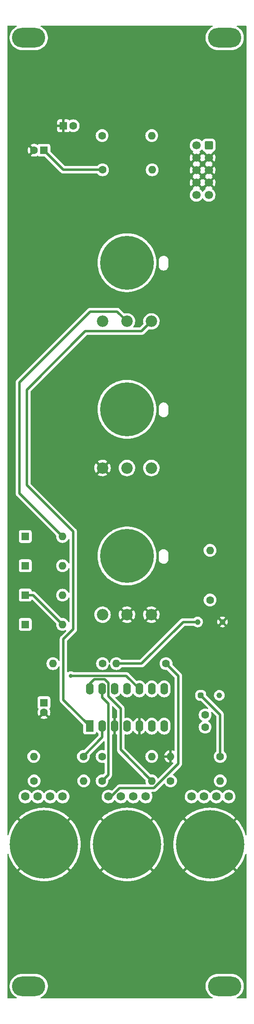
<source format=gbr>
%TF.GenerationSoftware,KiCad,Pcbnew,6.0.9-8da3e8f707~117~ubuntu22.04.1*%
%TF.CreationDate,2022-12-15T23:13:04+01:00*%
%TF.ProjectId,kosmo-sidechain,6b6f736d-6f2d-4736-9964-65636861696e,v1.0.0*%
%TF.SameCoordinates,Original*%
%TF.FileFunction,Copper,L1,Top*%
%TF.FilePolarity,Positive*%
%FSLAX46Y46*%
G04 Gerber Fmt 4.6, Leading zero omitted, Abs format (unit mm)*
G04 Created by KiCad (PCBNEW 6.0.9-8da3e8f707~117~ubuntu22.04.1) date 2022-12-15 23:13:04*
%MOMM*%
%LPD*%
G01*
G04 APERTURE LIST*
G04 Aperture macros list*
%AMRoundRect*
0 Rectangle with rounded corners*
0 $1 Rounding radius*
0 $2 $3 $4 $5 $6 $7 $8 $9 X,Y pos of 4 corners*
0 Add a 4 corners polygon primitive as box body*
4,1,4,$2,$3,$4,$5,$6,$7,$8,$9,$2,$3,0*
0 Add four circle primitives for the rounded corners*
1,1,$1+$1,$2,$3*
1,1,$1+$1,$4,$5*
1,1,$1+$1,$6,$7*
1,1,$1+$1,$8,$9*
0 Add four rect primitives between the rounded corners*
20,1,$1+$1,$2,$3,$4,$5,0*
20,1,$1+$1,$4,$5,$6,$7,0*
20,1,$1+$1,$6,$7,$8,$9,0*
20,1,$1+$1,$8,$9,$2,$3,0*%
G04 Aperture macros list end*
%TA.AperFunction,ComponentPad*%
%ADD10R,1.600000X1.600000*%
%TD*%
%TA.AperFunction,ComponentPad*%
%ADD11C,1.600000*%
%TD*%
%TA.AperFunction,ComponentPad*%
%ADD12O,1.600000X1.600000*%
%TD*%
%TA.AperFunction,ComponentPad*%
%ADD13C,1.750000*%
%TD*%
%TA.AperFunction,ComponentPad*%
%ADD14C,14.000000*%
%TD*%
%TA.AperFunction,ComponentPad*%
%ADD15R,1.600000X2.400000*%
%TD*%
%TA.AperFunction,ComponentPad*%
%ADD16O,1.600000X2.400000*%
%TD*%
%TA.AperFunction,ComponentPad*%
%ADD17RoundRect,0.287500X0.287500X-0.287500X0.287500X0.287500X-0.287500X0.287500X-0.287500X-0.287500X0*%
%TD*%
%TA.AperFunction,ComponentPad*%
%ADD18C,1.150000*%
%TD*%
%TA.AperFunction,ComponentPad*%
%ADD19O,6.800000X4.000000*%
%TD*%
%TA.AperFunction,ComponentPad*%
%ADD20C,11.000000*%
%TD*%
%TA.AperFunction,ComponentPad*%
%ADD21C,2.340000*%
%TD*%
%TA.AperFunction,ComponentPad*%
%ADD22RoundRect,0.250000X0.600000X0.600000X-0.600000X0.600000X-0.600000X-0.600000X0.600000X-0.600000X0*%
%TD*%
%TA.AperFunction,ComponentPad*%
%ADD23C,1.700000*%
%TD*%
%TA.AperFunction,ViaPad*%
%ADD24C,0.800000*%
%TD*%
%TA.AperFunction,Conductor*%
%ADD25C,0.508000*%
%TD*%
G04 APERTURE END LIST*
D10*
%TO.P,C1,1*%
%TO.N,Net-(C1-Pad1)*%
X53000000Y-164000000D03*
D11*
%TO.P,C1,2*%
%TO.N,GND*%
X53000000Y-166000000D03*
%TD*%
D10*
%TO.P,D1,1,K*%
%TO.N,Net-(D1-Pad1)*%
X49190000Y-130000000D03*
D12*
%TO.P,D1,2,A*%
%TO.N,Net-(D1-Pad2)*%
X56810000Y-130000000D03*
%TD*%
D10*
%TO.P,D2,1,K*%
%TO.N,Net-(D2-Pad1)*%
X49190000Y-136000000D03*
D12*
%TO.P,D2,2,A*%
%TO.N,Net-(D1-Pad1)*%
X56810000Y-136000000D03*
%TD*%
D10*
%TO.P,D3,1,K*%
%TO.N,Net-(D2-Pad1)*%
X49190000Y-142000000D03*
D12*
%TO.P,D3,2,A*%
%TO.N,Net-(D3-Pad2)*%
X56810000Y-142000000D03*
%TD*%
D10*
%TO.P,D4,1,K*%
%TO.N,Net-(C1-Pad1)*%
X49190000Y-148000000D03*
D12*
%TO.P,D4,2,A*%
%TO.N,Net-(D2-Pad1)*%
X56810000Y-148000000D03*
%TD*%
D13*
%TO.P,J1,R*%
%TO.N,N/C*%
X54290000Y-183205000D03*
%TO.P,J1,RN*%
X56830000Y-183205000D03*
D14*
%TO.P,J1,S*%
%TO.N,GND*%
X53000000Y-193000000D03*
D13*
%TO.P,J1,T*%
%TO.N,KICK*%
X49210000Y-183205000D03*
%TO.P,J1,TN*%
%TO.N,N/C*%
X51750000Y-183205000D03*
%TD*%
%TO.P,J2,R*%
%TO.N,N/C*%
X71290000Y-183205000D03*
%TO.P,J2,RN*%
X73830000Y-183205000D03*
D14*
%TO.P,J2,S*%
%TO.N,GND*%
X70000000Y-193000000D03*
D13*
%TO.P,J2,T*%
%TO.N,Net-(J2-PadT)*%
X66210000Y-183205000D03*
%TO.P,J2,TN*%
%TO.N,N/C*%
X68750000Y-183205000D03*
%TD*%
%TO.P,J3,R*%
%TO.N,N/C*%
X88290000Y-183205000D03*
%TO.P,J3,RN*%
X90830000Y-183205000D03*
D14*
%TO.P,J3,S*%
%TO.N,GND*%
X87000000Y-193000000D03*
D13*
%TO.P,J3,T*%
%TO.N,Net-(J3-PadT)*%
X83210000Y-183205000D03*
%TO.P,J3,TN*%
%TO.N,N/C*%
X85750000Y-183205000D03*
%TD*%
D11*
%TO.P,R1,1*%
%TO.N,Net-(R1-Pad1)*%
X61080000Y-175000000D03*
D12*
%TO.P,R1,2*%
%TO.N,KICK*%
X50920000Y-175000000D03*
%TD*%
D11*
%TO.P,R2,1*%
%TO.N,Net-(R2-Pad1)*%
X64920000Y-175000000D03*
D12*
%TO.P,R2,2*%
%TO.N,Net-(R1-Pad1)*%
X75080000Y-175000000D03*
%TD*%
D11*
%TO.P,R3,1*%
%TO.N,Net-(R3-Pad1)*%
X51000000Y-180000000D03*
D12*
%TO.P,R3,2*%
%TO.N,Net-(R3-Pad2)*%
X61160000Y-180000000D03*
%TD*%
D11*
%TO.P,R4,1*%
%TO.N,Net-(J2-PadT)*%
X78000000Y-156000000D03*
D12*
%TO.P,R4,2*%
%TO.N,Net-(R4-Pad2)*%
X67840000Y-156000000D03*
%TD*%
D11*
%TO.P,R5,1*%
%TO.N,Net-(C1-Pad1)*%
X87000000Y-143000000D03*
D12*
%TO.P,R5,2*%
%TO.N,Net-(R5-Pad2)*%
X87000000Y-132840000D03*
%TD*%
D11*
%TO.P,R6,1*%
%TO.N,Net-(R4-Pad2)*%
X65000000Y-156000000D03*
D12*
%TO.P,R6,2*%
%TO.N,Net-(R3-Pad2)*%
X54840000Y-156000000D03*
%TD*%
D11*
%TO.P,R7,1*%
%TO.N,Net-(R7-Pad1)*%
X89080000Y-175000000D03*
D12*
%TO.P,R7,2*%
%TO.N,GND*%
X78920000Y-175000000D03*
%TD*%
D11*
%TO.P,R8,1*%
%TO.N,Net-(R3-Pad2)*%
X64920000Y-180000000D03*
D12*
%TO.P,R8,2*%
%TO.N,Net-(R8-Pad2)*%
X75080000Y-180000000D03*
%TD*%
D11*
%TO.P,R9,1*%
%TO.N,Net-(R8-Pad2)*%
X78920000Y-180000000D03*
D12*
%TO.P,R9,2*%
%TO.N,Net-(J3-PadT)*%
X89080000Y-180000000D03*
%TD*%
D15*
%TO.P,U1,1*%
%TO.N,Net-(R2-Pad1)*%
X62375000Y-168800000D03*
D16*
%TO.P,U1,2,-*%
%TO.N,Net-(R1-Pad1)*%
X64915000Y-168800000D03*
%TO.P,U1,3,+*%
%TO.N,GND*%
X67455000Y-168800000D03*
%TO.P,U1,4,V+*%
%TO.N,+12V*%
X69995000Y-168800000D03*
%TO.P,U1,5,+*%
%TO.N,GND*%
X72535000Y-168800000D03*
%TO.P,U1,6,-*%
%TO.N,Net-(D1-Pad1)*%
X75075000Y-168800000D03*
%TO.P,U1,7*%
%TO.N,Net-(D3-Pad2)*%
X77615000Y-168800000D03*
%TO.P,U1,8*%
%TO.N,Net-(U1-Pad8)*%
X77615000Y-161180000D03*
%TO.P,U1,9,-*%
%TO.N,Net-(R7-Pad1)*%
X75075000Y-161180000D03*
%TO.P,U1,10,+*%
%TO.N,Net-(C1-Pad1)*%
X72535000Y-161180000D03*
%TO.P,U1,11,V-*%
%TO.N,-12V*%
X69995000Y-161180000D03*
%TO.P,U1,12,+*%
%TO.N,GND*%
X67455000Y-161180000D03*
%TO.P,U1,13,-*%
%TO.N,Net-(R3-Pad2)*%
X64915000Y-161180000D03*
%TO.P,U1,14*%
%TO.N,Net-(R8-Pad2)*%
X62375000Y-161180000D03*
%TD*%
D17*
%TO.P,U2,1,-*%
%TO.N,Net-(R7-Pad1)*%
X85100000Y-162500000D03*
D18*
%TO.P,U2,2,+*%
%TO.N,Net-(U1-Pad8)*%
X88900000Y-162500000D03*
%TO.P,U2,3*%
%TO.N,Net-(R4-Pad2)*%
X84460000Y-147500000D03*
%TO.P,U2,4*%
%TO.N,GND*%
X89540000Y-147500000D03*
%TD*%
D10*
%TO.P,C2,1*%
%TO.N,+12V*%
X53000000Y-51000000D03*
D11*
%TO.P,C2,2*%
%TO.N,GND*%
X51000000Y-51000000D03*
%TD*%
D10*
%TO.P,C3,1*%
%TO.N,GND*%
X57000000Y-46000000D03*
D11*
%TO.P,C3,2*%
%TO.N,-12V*%
X59000000Y-46000000D03*
%TD*%
%TO.P,C4,1*%
%TO.N,+12V*%
X86000000Y-169000000D03*
%TO.P,C4,2*%
%TO.N,-12V*%
X86000000Y-166500000D03*
%TD*%
%TO.P,R10,1*%
%TO.N,+12V*%
X65000000Y-55000000D03*
D12*
%TO.P,R10,2*%
%TO.N,Net-(J4-Pad10)*%
X75160000Y-55000000D03*
%TD*%
D11*
%TO.P,R11,1*%
%TO.N,-12V*%
X64920000Y-48000000D03*
D12*
%TO.P,R11,2*%
%TO.N,Net-(J4-Pad1)*%
X75080000Y-48000000D03*
%TD*%
D19*
%TO.P,REF\u002A\u002A,1*%
%TO.N,N/C*%
X90000000Y-28000000D03*
X90000000Y-222000000D03*
%TD*%
%TO.P,REF\u002A\u002A,1*%
%TO.N,N/C*%
X49900000Y-222000000D03*
X49900000Y-28000000D03*
%TD*%
D20*
%TO.P,RV1,*%
%TO.N,*%
X70000000Y-104000000D03*
D21*
%TO.P,RV1,1,1*%
%TO.N,GND*%
X65000000Y-116000000D03*
%TO.P,RV1,2,2*%
%TO.N,Net-(R3-Pad1)*%
X70000000Y-116000000D03*
%TO.P,RV1,3,3*%
%TO.N,KICK*%
X75000000Y-116000000D03*
%TD*%
D20*
%TO.P,RV2,*%
%TO.N,*%
X70000000Y-74000000D03*
D21*
%TO.P,RV2,1,1*%
%TO.N,GND*%
X65000000Y-86000000D03*
%TO.P,RV2,2,2*%
%TO.N,Net-(D1-Pad2)*%
X70000000Y-86000000D03*
%TO.P,RV2,3,3*%
%TO.N,Net-(R2-Pad1)*%
X75000000Y-86000000D03*
%TD*%
D20*
%TO.P,RV3,*%
%TO.N,*%
X70000000Y-134000000D03*
D21*
%TO.P,RV3,1,1*%
%TO.N,Net-(R5-Pad2)*%
X65000000Y-146000000D03*
%TO.P,RV3,2,2*%
%TO.N,GND*%
X70000000Y-146000000D03*
%TO.P,RV3,3,3*%
X75000000Y-146000000D03*
%TD*%
D22*
%TO.P,J4,1,Pin_1*%
%TO.N,Net-(J4-Pad1)*%
X86752500Y-50000000D03*
D23*
%TO.P,J4,2,Pin_2*%
X84212500Y-50000000D03*
%TO.P,J4,3,Pin_3*%
%TO.N,GND*%
X86752500Y-52540000D03*
%TO.P,J4,4,Pin_4*%
X84212500Y-52540000D03*
%TO.P,J4,5,Pin_5*%
X86752500Y-55080000D03*
%TO.P,J4,6,Pin_6*%
X84212500Y-55080000D03*
%TO.P,J4,7,Pin_7*%
X86752500Y-57620000D03*
%TO.P,J4,8,Pin_8*%
X84212500Y-57620000D03*
%TO.P,J4,9,Pin_9*%
%TO.N,Net-(J4-Pad10)*%
X86752500Y-60160000D03*
%TO.P,J4,10,Pin_10*%
X84212500Y-60160000D03*
%TD*%
D24*
%TO.N,Net-(C1-Pad1)*%
X58500000Y-158500000D03*
%TD*%
D25*
%TO.N,Net-(C1-Pad1)*%
X72535000Y-161180000D02*
X69855000Y-158500000D01*
X69855000Y-158500000D02*
X58500000Y-158500000D01*
%TO.N,Net-(D1-Pad2)*%
X68000000Y-84000000D02*
X62500000Y-84000000D01*
X48000000Y-98500000D02*
X48000000Y-121190000D01*
X70000000Y-86000000D02*
X68000000Y-84000000D01*
X62500000Y-84000000D02*
X48000000Y-98500000D01*
X48000000Y-121190000D02*
X56810000Y-130000000D01*
%TO.N,Net-(D2-Pad1)*%
X49190000Y-142000000D02*
X50810000Y-142000000D01*
X50810000Y-142000000D02*
X56810000Y-148000000D01*
%TO.N,Net-(J2-PadT)*%
X80500000Y-176500000D02*
X80500000Y-158500000D01*
X68500000Y-181500000D02*
X75500000Y-181500000D01*
X80500000Y-158500000D02*
X78000000Y-156000000D01*
X75500000Y-181500000D02*
X80500000Y-176500000D01*
X66795000Y-183205000D02*
X68500000Y-181500000D01*
X66210000Y-183205000D02*
X66795000Y-183205000D01*
%TO.N,Net-(R1-Pad1)*%
X64915000Y-171085000D02*
X64915000Y-168800000D01*
X61080000Y-175000000D02*
X61080000Y-174920000D01*
X61080000Y-174920000D02*
X64915000Y-171085000D01*
%TO.N,Net-(R2-Pad1)*%
X59000000Y-129000000D02*
X59000000Y-149000000D01*
X49500000Y-100000000D02*
X49500000Y-119500000D01*
X75000000Y-86000000D02*
X73000000Y-88000000D01*
X61500000Y-88000000D02*
X49500000Y-100000000D01*
X59000000Y-149000000D02*
X57000000Y-151000000D01*
X73000000Y-88000000D02*
X61500000Y-88000000D01*
X57000000Y-163425000D02*
X62375000Y-168800000D01*
X57000000Y-151000000D02*
X57000000Y-163425000D01*
X49500000Y-119500000D02*
X59000000Y-129000000D01*
%TO.N,Net-(R3-Pad2)*%
X64920000Y-180000000D02*
X66174000Y-178746000D01*
X66174000Y-164174000D02*
X64915000Y-162915000D01*
X64915000Y-162915000D02*
X64915000Y-161180000D01*
X66174000Y-178746000D02*
X66174000Y-164174000D01*
%TO.N,Net-(R4-Pad2)*%
X84460000Y-147500000D02*
X81500000Y-147500000D01*
X81500000Y-147500000D02*
X73000000Y-156000000D01*
X73000000Y-156000000D02*
X67840000Y-156000000D01*
%TO.N,Net-(R7-Pad1)*%
X89080000Y-166480000D02*
X85100000Y-162500000D01*
X89080000Y-175000000D02*
X89080000Y-166480000D01*
%TO.N,Net-(R8-Pad2)*%
X68709000Y-173629000D02*
X68709000Y-165209000D01*
X68709000Y-165209000D02*
X66169000Y-162669000D01*
X63292000Y-159208000D02*
X62375000Y-160125000D01*
X66169000Y-159964788D02*
X65412212Y-159208000D01*
X65412212Y-159208000D02*
X63292000Y-159208000D01*
X62375000Y-160125000D02*
X62375000Y-161180000D01*
X66169000Y-162669000D02*
X66169000Y-159964788D01*
X75080000Y-180000000D02*
X68709000Y-173629000D01*
%TO.N,+12V*%
X65000000Y-55000000D02*
X57000000Y-55000000D01*
X57000000Y-55000000D02*
X53000000Y-51000000D01*
%TD*%
%TA.AperFunction,Conductor*%
%TO.N,GND*%
G36*
X47407586Y-25528502D02*
G01*
X47454079Y-25582158D01*
X47464183Y-25652432D01*
X47434689Y-25717012D01*
X47393113Y-25748508D01*
X47289131Y-25797438D01*
X47022625Y-25966568D01*
X46779418Y-26167767D01*
X46563346Y-26397860D01*
X46377816Y-26653221D01*
X46225753Y-26929821D01*
X46109557Y-27223298D01*
X46031060Y-27529025D01*
X45991500Y-27842179D01*
X45991500Y-28157821D01*
X46031060Y-28470975D01*
X46109557Y-28776702D01*
X46225753Y-29070179D01*
X46377816Y-29346779D01*
X46563346Y-29602140D01*
X46779418Y-29832233D01*
X47022625Y-30033432D01*
X47289131Y-30202562D01*
X47292710Y-30204246D01*
X47292717Y-30204250D01*
X47571144Y-30335267D01*
X47571148Y-30335269D01*
X47574734Y-30336956D01*
X47874928Y-30434495D01*
X48184980Y-30493641D01*
X48421162Y-30508500D01*
X51378838Y-30508500D01*
X51615020Y-30493641D01*
X51925072Y-30434495D01*
X52225266Y-30336956D01*
X52228852Y-30335269D01*
X52228856Y-30335267D01*
X52507283Y-30204250D01*
X52507290Y-30204246D01*
X52510869Y-30202562D01*
X52777375Y-30033432D01*
X53020582Y-29832233D01*
X53236654Y-29602140D01*
X53422184Y-29346779D01*
X53574247Y-29070179D01*
X53690443Y-28776702D01*
X53768940Y-28470975D01*
X53808500Y-28157821D01*
X53808500Y-27842179D01*
X53768940Y-27529025D01*
X53690443Y-27223298D01*
X53574247Y-26929821D01*
X53422184Y-26653221D01*
X53236654Y-26397860D01*
X53020582Y-26167767D01*
X52777375Y-25966568D01*
X52510869Y-25797438D01*
X52406887Y-25748508D01*
X52353766Y-25701406D01*
X52334543Y-25633061D01*
X52355322Y-25565173D01*
X52409505Y-25519296D01*
X52460535Y-25508500D01*
X87439465Y-25508500D01*
X87507586Y-25528502D01*
X87554079Y-25582158D01*
X87564183Y-25652432D01*
X87534689Y-25717012D01*
X87493113Y-25748508D01*
X87389131Y-25797438D01*
X87122625Y-25966568D01*
X86879418Y-26167767D01*
X86663346Y-26397860D01*
X86477816Y-26653221D01*
X86325753Y-26929821D01*
X86209557Y-27223298D01*
X86131060Y-27529025D01*
X86091500Y-27842179D01*
X86091500Y-28157821D01*
X86131060Y-28470975D01*
X86209557Y-28776702D01*
X86325753Y-29070179D01*
X86477816Y-29346779D01*
X86663346Y-29602140D01*
X86879418Y-29832233D01*
X87122625Y-30033432D01*
X87389131Y-30202562D01*
X87392710Y-30204246D01*
X87392717Y-30204250D01*
X87671144Y-30335267D01*
X87671148Y-30335269D01*
X87674734Y-30336956D01*
X87974928Y-30434495D01*
X88284980Y-30493641D01*
X88521162Y-30508500D01*
X91478838Y-30508500D01*
X91715020Y-30493641D01*
X92025072Y-30434495D01*
X92325266Y-30336956D01*
X92328852Y-30335269D01*
X92328856Y-30335267D01*
X92607283Y-30204250D01*
X92607290Y-30204246D01*
X92610869Y-30202562D01*
X92877375Y-30033432D01*
X93120582Y-29832233D01*
X93336654Y-29602140D01*
X93522184Y-29346779D01*
X93674247Y-29070179D01*
X93790443Y-28776702D01*
X93868940Y-28470975D01*
X93908500Y-28157821D01*
X93908500Y-27842179D01*
X93868940Y-27529025D01*
X93790443Y-27223298D01*
X93674247Y-26929821D01*
X93522184Y-26653221D01*
X93336654Y-26397860D01*
X93120582Y-26167767D01*
X92877375Y-25966568D01*
X92610869Y-25797438D01*
X92506887Y-25748508D01*
X92453766Y-25701406D01*
X92434543Y-25633061D01*
X92455322Y-25565173D01*
X92509505Y-25519296D01*
X92560535Y-25508500D01*
X94365500Y-25508500D01*
X94433621Y-25528502D01*
X94480114Y-25582158D01*
X94491500Y-25634500D01*
X94491500Y-190988625D01*
X94471498Y-191056746D01*
X94417842Y-191103239D01*
X94347568Y-191113343D01*
X94282988Y-191083849D01*
X94243431Y-191019853D01*
X94207892Y-190880933D01*
X94206630Y-190876645D01*
X94037938Y-190371015D01*
X94036370Y-190366818D01*
X93831966Y-189874558D01*
X93830088Y-189870456D01*
X93591023Y-189394094D01*
X93588855Y-189390133D01*
X93316347Y-188932090D01*
X93313891Y-188928279D01*
X93009331Y-188490890D01*
X93006624Y-188487284D01*
X92671552Y-188072765D01*
X92668609Y-188069380D01*
X92498034Y-187886780D01*
X92484361Y-187878698D01*
X92483667Y-187878724D01*
X92475320Y-187883890D01*
X87372022Y-192987188D01*
X87364408Y-193001132D01*
X87364539Y-193002965D01*
X87368790Y-193009580D01*
X92473389Y-198114179D01*
X92487333Y-198121793D01*
X92487556Y-198121778D01*
X92496338Y-198115831D01*
X92736905Y-197850987D01*
X92739793Y-197847570D01*
X93069044Y-197428414D01*
X93071701Y-197424771D01*
X93370130Y-196983164D01*
X93372526Y-196979329D01*
X93638617Y-196517514D01*
X93640726Y-196513531D01*
X93873116Y-196033878D01*
X93874941Y-196029741D01*
X94072446Y-195534690D01*
X94073961Y-195530460D01*
X94235567Y-195022549D01*
X94236781Y-195018203D01*
X94243007Y-194992369D01*
X94278413Y-194930831D01*
X94341468Y-194898203D01*
X94412153Y-194904845D01*
X94468026Y-194948648D01*
X94491500Y-195021890D01*
X94491500Y-224365500D01*
X94471498Y-224433621D01*
X94417842Y-224480114D01*
X94365500Y-224491500D01*
X92560535Y-224491500D01*
X92492414Y-224471498D01*
X92445921Y-224417842D01*
X92435817Y-224347568D01*
X92465311Y-224282988D01*
X92506887Y-224251492D01*
X92610869Y-224202562D01*
X92877375Y-224033432D01*
X93120582Y-223832233D01*
X93336654Y-223602140D01*
X93522184Y-223346779D01*
X93674247Y-223070179D01*
X93790443Y-222776702D01*
X93868940Y-222470975D01*
X93908500Y-222157821D01*
X93908500Y-221842179D01*
X93868940Y-221529025D01*
X93790443Y-221223298D01*
X93674247Y-220929821D01*
X93522184Y-220653221D01*
X93336654Y-220397860D01*
X93120582Y-220167767D01*
X92877375Y-219966568D01*
X92610869Y-219797438D01*
X92607290Y-219795754D01*
X92607283Y-219795750D01*
X92328856Y-219664733D01*
X92328852Y-219664731D01*
X92325266Y-219663044D01*
X92025072Y-219565505D01*
X91715020Y-219506359D01*
X91478838Y-219491500D01*
X88521162Y-219491500D01*
X88284980Y-219506359D01*
X87974928Y-219565505D01*
X87674734Y-219663044D01*
X87671148Y-219664731D01*
X87671144Y-219664733D01*
X87392717Y-219795750D01*
X87392710Y-219795754D01*
X87389131Y-219797438D01*
X87122625Y-219966568D01*
X86879418Y-220167767D01*
X86663346Y-220397860D01*
X86477816Y-220653221D01*
X86325753Y-220929821D01*
X86209557Y-221223298D01*
X86131060Y-221529025D01*
X86091500Y-221842179D01*
X86091500Y-222157821D01*
X86131060Y-222470975D01*
X86209557Y-222776702D01*
X86325753Y-223070179D01*
X86477816Y-223346779D01*
X86663346Y-223602140D01*
X86879418Y-223832233D01*
X87122625Y-224033432D01*
X87389131Y-224202562D01*
X87493113Y-224251492D01*
X87546234Y-224298594D01*
X87565457Y-224366939D01*
X87544678Y-224434827D01*
X87490495Y-224480704D01*
X87439465Y-224491500D01*
X52460535Y-224491500D01*
X52392414Y-224471498D01*
X52345921Y-224417842D01*
X52335817Y-224347568D01*
X52365311Y-224282988D01*
X52406887Y-224251492D01*
X52510869Y-224202562D01*
X52777375Y-224033432D01*
X53020582Y-223832233D01*
X53236654Y-223602140D01*
X53422184Y-223346779D01*
X53574247Y-223070179D01*
X53690443Y-222776702D01*
X53768940Y-222470975D01*
X53808500Y-222157821D01*
X53808500Y-221842179D01*
X53768940Y-221529025D01*
X53690443Y-221223298D01*
X53574247Y-220929821D01*
X53422184Y-220653221D01*
X53236654Y-220397860D01*
X53020582Y-220167767D01*
X52777375Y-219966568D01*
X52510869Y-219797438D01*
X52507290Y-219795754D01*
X52507283Y-219795750D01*
X52228856Y-219664733D01*
X52228852Y-219664731D01*
X52225266Y-219663044D01*
X51925072Y-219565505D01*
X51615020Y-219506359D01*
X51378838Y-219491500D01*
X48421162Y-219491500D01*
X48184980Y-219506359D01*
X47874928Y-219565505D01*
X47574734Y-219663044D01*
X47571148Y-219664731D01*
X47571144Y-219664733D01*
X47292717Y-219795750D01*
X47292710Y-219795754D01*
X47289131Y-219797438D01*
X47022625Y-219966568D01*
X46779418Y-220167767D01*
X46563346Y-220397860D01*
X46377816Y-220653221D01*
X46225753Y-220929821D01*
X46109557Y-221223298D01*
X46031060Y-221529025D01*
X45991500Y-221842179D01*
X45991500Y-222157821D01*
X46031060Y-222470975D01*
X46109557Y-222776702D01*
X46225753Y-223070179D01*
X46377816Y-223346779D01*
X46563346Y-223602140D01*
X46779418Y-223832233D01*
X47022625Y-224033432D01*
X47289131Y-224202562D01*
X47393113Y-224251492D01*
X47446234Y-224298594D01*
X47465457Y-224366939D01*
X47444678Y-224434827D01*
X47390495Y-224480704D01*
X47339465Y-224491500D01*
X45634500Y-224491500D01*
X45566379Y-224471498D01*
X45519886Y-224417842D01*
X45508500Y-224365500D01*
X45508500Y-198487102D01*
X47878438Y-198487102D01*
X47878462Y-198487441D01*
X47884285Y-198496073D01*
X48128991Y-198719913D01*
X48132445Y-198722852D01*
X48550430Y-199053550D01*
X48554067Y-199056222D01*
X48994618Y-199356182D01*
X48998446Y-199358593D01*
X49459337Y-199626300D01*
X49463309Y-199628421D01*
X49942148Y-199862483D01*
X49946284Y-199864325D01*
X50440627Y-200063551D01*
X50444871Y-200065087D01*
X50952218Y-200228467D01*
X50956539Y-200229689D01*
X51474254Y-200356374D01*
X51478695Y-200357294D01*
X52004141Y-200446637D01*
X52008595Y-200447232D01*
X52539106Y-200498782D01*
X52543579Y-200499056D01*
X53076427Y-200512543D01*
X53080930Y-200512496D01*
X53613352Y-200487853D01*
X53617836Y-200487485D01*
X54147152Y-200424836D01*
X54151591Y-200424149D01*
X54675087Y-200323814D01*
X54679446Y-200322815D01*
X55194414Y-200185311D01*
X55198727Y-200183992D01*
X55702525Y-200010028D01*
X55706740Y-200008402D01*
X56196805Y-199798866D01*
X56200892Y-199796943D01*
X56674731Y-199552900D01*
X56678658Y-199550696D01*
X57133828Y-199273404D01*
X57137624Y-199270901D01*
X57571786Y-198961788D01*
X57575372Y-198959036D01*
X57986362Y-198619640D01*
X57989705Y-198616672D01*
X58113630Y-198498453D01*
X58120179Y-198487102D01*
X64878438Y-198487102D01*
X64878462Y-198487441D01*
X64884285Y-198496073D01*
X65128991Y-198719913D01*
X65132445Y-198722852D01*
X65550430Y-199053550D01*
X65554067Y-199056222D01*
X65994618Y-199356182D01*
X65998446Y-199358593D01*
X66459337Y-199626300D01*
X66463309Y-199628421D01*
X66942148Y-199862483D01*
X66946284Y-199864325D01*
X67440627Y-200063551D01*
X67444871Y-200065087D01*
X67952218Y-200228467D01*
X67956539Y-200229689D01*
X68474254Y-200356374D01*
X68478695Y-200357294D01*
X69004141Y-200446637D01*
X69008595Y-200447232D01*
X69539106Y-200498782D01*
X69543579Y-200499056D01*
X70076427Y-200512543D01*
X70080930Y-200512496D01*
X70613352Y-200487853D01*
X70617836Y-200487485D01*
X71147152Y-200424836D01*
X71151591Y-200424149D01*
X71675087Y-200323814D01*
X71679446Y-200322815D01*
X72194414Y-200185311D01*
X72198727Y-200183992D01*
X72702525Y-200010028D01*
X72706740Y-200008402D01*
X73196805Y-199798866D01*
X73200892Y-199796943D01*
X73674731Y-199552900D01*
X73678658Y-199550696D01*
X74133828Y-199273404D01*
X74137624Y-199270901D01*
X74571786Y-198961788D01*
X74575372Y-198959036D01*
X74986362Y-198619640D01*
X74989705Y-198616672D01*
X75113630Y-198498453D01*
X75120179Y-198487102D01*
X81878438Y-198487102D01*
X81878462Y-198487441D01*
X81884285Y-198496073D01*
X82128991Y-198719913D01*
X82132445Y-198722852D01*
X82550430Y-199053550D01*
X82554067Y-199056222D01*
X82994618Y-199356182D01*
X82998446Y-199358593D01*
X83459337Y-199626300D01*
X83463309Y-199628421D01*
X83942148Y-199862483D01*
X83946284Y-199864325D01*
X84440627Y-200063551D01*
X84444871Y-200065087D01*
X84952218Y-200228467D01*
X84956539Y-200229689D01*
X85474254Y-200356374D01*
X85478695Y-200357294D01*
X86004141Y-200446637D01*
X86008595Y-200447232D01*
X86539106Y-200498782D01*
X86543579Y-200499056D01*
X87076427Y-200512543D01*
X87080930Y-200512496D01*
X87613352Y-200487853D01*
X87617836Y-200487485D01*
X88147152Y-200424836D01*
X88151591Y-200424149D01*
X88675087Y-200323814D01*
X88679446Y-200322815D01*
X89194414Y-200185311D01*
X89198727Y-200183992D01*
X89702525Y-200010028D01*
X89706740Y-200008402D01*
X90196805Y-199798866D01*
X90200892Y-199796943D01*
X90674731Y-199552900D01*
X90678658Y-199550696D01*
X91133828Y-199273404D01*
X91137624Y-199270901D01*
X91571786Y-198961788D01*
X91575372Y-198959036D01*
X91986362Y-198619640D01*
X91989705Y-198616672D01*
X92113630Y-198498453D01*
X92121568Y-198484695D01*
X92121518Y-198483649D01*
X92116625Y-198475835D01*
X87012812Y-193372022D01*
X86998868Y-193364408D01*
X86997035Y-193364539D01*
X86990420Y-193368790D01*
X81886052Y-198473158D01*
X81878438Y-198487102D01*
X75120179Y-198487102D01*
X75121568Y-198484695D01*
X75121518Y-198483649D01*
X75116625Y-198475835D01*
X70012812Y-193372022D01*
X69998868Y-193364408D01*
X69997035Y-193364539D01*
X69990420Y-193368790D01*
X64886052Y-198473158D01*
X64878438Y-198487102D01*
X58120179Y-198487102D01*
X58121568Y-198484695D01*
X58121518Y-198483649D01*
X58116625Y-198475835D01*
X53012812Y-193372022D01*
X52998868Y-193364408D01*
X52997035Y-193364539D01*
X52990420Y-193368790D01*
X47886052Y-198473158D01*
X47878438Y-198487102D01*
X45508500Y-198487102D01*
X45508500Y-195008732D01*
X45528502Y-194940611D01*
X45582158Y-194894118D01*
X45652432Y-194884014D01*
X45717012Y-194913508D01*
X45756348Y-194976652D01*
X45807070Y-195169308D01*
X45808381Y-195173648D01*
X45980581Y-195678039D01*
X45982188Y-195682249D01*
X46190028Y-196173079D01*
X46191917Y-196177129D01*
X46434314Y-196651836D01*
X46436507Y-196655776D01*
X46712217Y-197111925D01*
X46714678Y-197115685D01*
X47022290Y-197550947D01*
X47025036Y-197554552D01*
X47362987Y-197966712D01*
X47365944Y-197970066D01*
X47501751Y-198113428D01*
X47515482Y-198121415D01*
X47516410Y-198121374D01*
X47524399Y-198116391D01*
X52627978Y-193012812D01*
X52634356Y-193001132D01*
X53364408Y-193001132D01*
X53364539Y-193002965D01*
X53368790Y-193009580D01*
X58473389Y-198114179D01*
X58487333Y-198121793D01*
X58487556Y-198121778D01*
X58496338Y-198115831D01*
X58736905Y-197850987D01*
X58739793Y-197847570D01*
X59069044Y-197428414D01*
X59071701Y-197424771D01*
X59370130Y-196983164D01*
X59372526Y-196979329D01*
X59638617Y-196517514D01*
X59640726Y-196513531D01*
X59873116Y-196033878D01*
X59874941Y-196029741D01*
X60072446Y-195534690D01*
X60073961Y-195530460D01*
X60235567Y-195022549D01*
X60236781Y-195018202D01*
X60361661Y-194500034D01*
X60362555Y-194495638D01*
X60450064Y-193969885D01*
X60450649Y-193965380D01*
X60500363Y-193434517D01*
X60500613Y-193430439D01*
X60511566Y-193050201D01*
X62487236Y-193050201D01*
X62487267Y-193054699D01*
X62510052Y-193587215D01*
X62510404Y-193591696D01*
X62571206Y-194121240D01*
X62571874Y-194125659D01*
X62670381Y-194649497D01*
X62671370Y-194653884D01*
X62807070Y-195169308D01*
X62808381Y-195173648D01*
X62980581Y-195678039D01*
X62982188Y-195682249D01*
X63190028Y-196173079D01*
X63191917Y-196177129D01*
X63434314Y-196651836D01*
X63436507Y-196655776D01*
X63712217Y-197111925D01*
X63714678Y-197115685D01*
X64022290Y-197550947D01*
X64025036Y-197554552D01*
X64362987Y-197966712D01*
X64365944Y-197970066D01*
X64501751Y-198113428D01*
X64515482Y-198121415D01*
X64516410Y-198121374D01*
X64524399Y-198116391D01*
X69627978Y-193012812D01*
X69634356Y-193001132D01*
X70364408Y-193001132D01*
X70364539Y-193002965D01*
X70368790Y-193009580D01*
X75473389Y-198114179D01*
X75487333Y-198121793D01*
X75487556Y-198121778D01*
X75496338Y-198115831D01*
X75736905Y-197850987D01*
X75739793Y-197847570D01*
X76069044Y-197428414D01*
X76071701Y-197424771D01*
X76370130Y-196983164D01*
X76372526Y-196979329D01*
X76638617Y-196517514D01*
X76640726Y-196513531D01*
X76873116Y-196033878D01*
X76874941Y-196029741D01*
X77072446Y-195534690D01*
X77073961Y-195530460D01*
X77235567Y-195022549D01*
X77236781Y-195018202D01*
X77361661Y-194500034D01*
X77362555Y-194495638D01*
X77450064Y-193969885D01*
X77450649Y-193965380D01*
X77500363Y-193434517D01*
X77500613Y-193430439D01*
X77511566Y-193050201D01*
X79487236Y-193050201D01*
X79487267Y-193054699D01*
X79510052Y-193587215D01*
X79510404Y-193591696D01*
X79571206Y-194121240D01*
X79571874Y-194125659D01*
X79670381Y-194649497D01*
X79671370Y-194653884D01*
X79807070Y-195169308D01*
X79808381Y-195173648D01*
X79980581Y-195678039D01*
X79982188Y-195682249D01*
X80190028Y-196173079D01*
X80191917Y-196177129D01*
X80434314Y-196651836D01*
X80436507Y-196655776D01*
X80712217Y-197111925D01*
X80714678Y-197115685D01*
X81022290Y-197550947D01*
X81025036Y-197554552D01*
X81362987Y-197966712D01*
X81365944Y-197970066D01*
X81501751Y-198113428D01*
X81515482Y-198121415D01*
X81516410Y-198121374D01*
X81524399Y-198116391D01*
X86627978Y-193012812D01*
X86635592Y-192998868D01*
X86635461Y-192997035D01*
X86631210Y-192990420D01*
X81527007Y-187886217D01*
X81513063Y-187878603D01*
X81512606Y-187878635D01*
X81504130Y-187884332D01*
X81297104Y-188109077D01*
X81294190Y-188112477D01*
X80962015Y-188529331D01*
X80959344Y-188532941D01*
X80657831Y-188972465D01*
X80655409Y-188976283D01*
X80386107Y-189436216D01*
X80383964Y-189440196D01*
X80148233Y-189918211D01*
X80146376Y-189922343D01*
X79945427Y-190415984D01*
X79943874Y-190420230D01*
X79778729Y-190926984D01*
X79777484Y-190931326D01*
X79648991Y-191448608D01*
X79648067Y-191452991D01*
X79556885Y-191978152D01*
X79556274Y-191982609D01*
X79502873Y-192512930D01*
X79502583Y-192517413D01*
X79487236Y-193050201D01*
X77511566Y-193050201D01*
X77512954Y-193002024D01*
X77512939Y-192997967D01*
X77493866Y-192465096D01*
X77493544Y-192460601D01*
X77436442Y-191930662D01*
X77435800Y-191926211D01*
X77340955Y-191401710D01*
X77339999Y-191397327D01*
X77207892Y-190880933D01*
X77206630Y-190876645D01*
X77037938Y-190371015D01*
X77036370Y-190366818D01*
X76831966Y-189874558D01*
X76830088Y-189870456D01*
X76591023Y-189394094D01*
X76588855Y-189390133D01*
X76316347Y-188932090D01*
X76313891Y-188928279D01*
X76009331Y-188490890D01*
X76006624Y-188487284D01*
X75671552Y-188072765D01*
X75668609Y-188069380D01*
X75498034Y-187886780D01*
X75484361Y-187878698D01*
X75483667Y-187878724D01*
X75475320Y-187883890D01*
X70372022Y-192987188D01*
X70364408Y-193001132D01*
X69634356Y-193001132D01*
X69635592Y-192998868D01*
X69635461Y-192997035D01*
X69631210Y-192990420D01*
X64527007Y-187886217D01*
X64513063Y-187878603D01*
X64512606Y-187878635D01*
X64504130Y-187884332D01*
X64297104Y-188109077D01*
X64294190Y-188112477D01*
X63962015Y-188529331D01*
X63959344Y-188532941D01*
X63657831Y-188972465D01*
X63655409Y-188976283D01*
X63386107Y-189436216D01*
X63383964Y-189440196D01*
X63148233Y-189918211D01*
X63146376Y-189922343D01*
X62945427Y-190415984D01*
X62943874Y-190420230D01*
X62778729Y-190926984D01*
X62777484Y-190931326D01*
X62648991Y-191448608D01*
X62648067Y-191452991D01*
X62556885Y-191978152D01*
X62556274Y-191982609D01*
X62502873Y-192512930D01*
X62502583Y-192517413D01*
X62487236Y-193050201D01*
X60511566Y-193050201D01*
X60512954Y-193002024D01*
X60512939Y-192997967D01*
X60493866Y-192465096D01*
X60493544Y-192460601D01*
X60436442Y-191930662D01*
X60435800Y-191926211D01*
X60340955Y-191401710D01*
X60339999Y-191397327D01*
X60207892Y-190880933D01*
X60206630Y-190876645D01*
X60037938Y-190371015D01*
X60036370Y-190366818D01*
X59831966Y-189874558D01*
X59830088Y-189870456D01*
X59591023Y-189394094D01*
X59588855Y-189390133D01*
X59316347Y-188932090D01*
X59313891Y-188928279D01*
X59009331Y-188490890D01*
X59006624Y-188487284D01*
X58671552Y-188072765D01*
X58668609Y-188069380D01*
X58498034Y-187886780D01*
X58484361Y-187878698D01*
X58483667Y-187878724D01*
X58475320Y-187883890D01*
X53372022Y-192987188D01*
X53364408Y-193001132D01*
X52634356Y-193001132D01*
X52635592Y-192998868D01*
X52635461Y-192997035D01*
X52631210Y-192990420D01*
X47527007Y-187886217D01*
X47513063Y-187878603D01*
X47512606Y-187878635D01*
X47504130Y-187884332D01*
X47297104Y-188109077D01*
X47294190Y-188112477D01*
X46962015Y-188529331D01*
X46959344Y-188532941D01*
X46657831Y-188972465D01*
X46655409Y-188976283D01*
X46386107Y-189436216D01*
X46383964Y-189440196D01*
X46148233Y-189918211D01*
X46146376Y-189922343D01*
X45945427Y-190415984D01*
X45943874Y-190420230D01*
X45778729Y-190926984D01*
X45777484Y-190931326D01*
X45756784Y-191014660D01*
X45720949Y-191075950D01*
X45657668Y-191108137D01*
X45587031Y-191101001D01*
X45531465Y-191056809D01*
X45508500Y-190984285D01*
X45508500Y-187515591D01*
X47878674Y-187515591D01*
X47878707Y-187516404D01*
X47883783Y-187524573D01*
X52987188Y-192627978D01*
X53001132Y-192635592D01*
X53002965Y-192635461D01*
X53009580Y-192631210D01*
X58113682Y-187527108D01*
X58119971Y-187515591D01*
X64878674Y-187515591D01*
X64878707Y-187516404D01*
X64883783Y-187524573D01*
X69987188Y-192627978D01*
X70001132Y-192635592D01*
X70002965Y-192635461D01*
X70009580Y-192631210D01*
X75113682Y-187527108D01*
X75119971Y-187515591D01*
X81878674Y-187515591D01*
X81878707Y-187516404D01*
X81883783Y-187524573D01*
X86987188Y-192627978D01*
X87001132Y-192635592D01*
X87002965Y-192635461D01*
X87009580Y-192631210D01*
X92113682Y-187527108D01*
X92121296Y-187513164D01*
X92121255Y-187512590D01*
X92115684Y-187504268D01*
X91910818Y-187314228D01*
X91907387Y-187311267D01*
X91491729Y-186977666D01*
X91488115Y-186974972D01*
X91049654Y-186671933D01*
X91045835Y-186669490D01*
X90586846Y-186398585D01*
X90582877Y-186396430D01*
X90105679Y-186159028D01*
X90101575Y-186157166D01*
X89608610Y-185954483D01*
X89604395Y-185952924D01*
X89098199Y-185786006D01*
X89093883Y-185784752D01*
X88577042Y-185654451D01*
X88572665Y-185653513D01*
X88047822Y-185560496D01*
X88043365Y-185559870D01*
X87513241Y-185504620D01*
X87508747Y-185504313D01*
X86976027Y-185487107D01*
X86971530Y-185487122D01*
X86438927Y-185508048D01*
X86434451Y-185508384D01*
X85904713Y-185567336D01*
X85900261Y-185567994D01*
X85376106Y-185664667D01*
X85371701Y-185665643D01*
X84855801Y-185799545D01*
X84851490Y-185800830D01*
X84346471Y-185971278D01*
X84342259Y-185972870D01*
X83850723Y-186178988D01*
X83846647Y-186180871D01*
X83371109Y-186421605D01*
X83367158Y-186423786D01*
X82910063Y-186697893D01*
X82906267Y-186700358D01*
X82469930Y-187006452D01*
X82466347Y-187009162D01*
X82053007Y-187345674D01*
X82049617Y-187348642D01*
X81886708Y-187501891D01*
X81878674Y-187515591D01*
X75119971Y-187515591D01*
X75121296Y-187513164D01*
X75121255Y-187512590D01*
X75115684Y-187504268D01*
X74910818Y-187314228D01*
X74907387Y-187311267D01*
X74491729Y-186977666D01*
X74488115Y-186974972D01*
X74049654Y-186671933D01*
X74045835Y-186669490D01*
X73586846Y-186398585D01*
X73582877Y-186396430D01*
X73105679Y-186159028D01*
X73101575Y-186157166D01*
X72608610Y-185954483D01*
X72604395Y-185952924D01*
X72098199Y-185786006D01*
X72093883Y-185784752D01*
X71577042Y-185654451D01*
X71572665Y-185653513D01*
X71047822Y-185560496D01*
X71043365Y-185559870D01*
X70513241Y-185504620D01*
X70508747Y-185504313D01*
X69976027Y-185487107D01*
X69971530Y-185487122D01*
X69438927Y-185508048D01*
X69434451Y-185508384D01*
X68904713Y-185567336D01*
X68900261Y-185567994D01*
X68376106Y-185664667D01*
X68371701Y-185665643D01*
X67855801Y-185799545D01*
X67851490Y-185800830D01*
X67346471Y-185971278D01*
X67342259Y-185972870D01*
X66850723Y-186178988D01*
X66846647Y-186180871D01*
X66371109Y-186421605D01*
X66367158Y-186423786D01*
X65910063Y-186697893D01*
X65906267Y-186700358D01*
X65469930Y-187006452D01*
X65466347Y-187009162D01*
X65053007Y-187345674D01*
X65049617Y-187348642D01*
X64886708Y-187501891D01*
X64878674Y-187515591D01*
X58119971Y-187515591D01*
X58121296Y-187513164D01*
X58121255Y-187512590D01*
X58115684Y-187504268D01*
X57910818Y-187314228D01*
X57907387Y-187311267D01*
X57491729Y-186977666D01*
X57488115Y-186974972D01*
X57049654Y-186671933D01*
X57045835Y-186669490D01*
X56586846Y-186398585D01*
X56582877Y-186396430D01*
X56105679Y-186159028D01*
X56101575Y-186157166D01*
X55608610Y-185954483D01*
X55604395Y-185952924D01*
X55098199Y-185786006D01*
X55093883Y-185784752D01*
X54577042Y-185654451D01*
X54572665Y-185653513D01*
X54047822Y-185560496D01*
X54043365Y-185559870D01*
X53513241Y-185504620D01*
X53508747Y-185504313D01*
X52976027Y-185487107D01*
X52971530Y-185487122D01*
X52438927Y-185508048D01*
X52434451Y-185508384D01*
X51904713Y-185567336D01*
X51900261Y-185567994D01*
X51376106Y-185664667D01*
X51371701Y-185665643D01*
X50855801Y-185799545D01*
X50851490Y-185800830D01*
X50346471Y-185971278D01*
X50342259Y-185972870D01*
X49850723Y-186178988D01*
X49846647Y-186180871D01*
X49371109Y-186421605D01*
X49367158Y-186423786D01*
X48910063Y-186697893D01*
X48906267Y-186700358D01*
X48469930Y-187006452D01*
X48466347Y-187009162D01*
X48053007Y-187345674D01*
X48049617Y-187348642D01*
X47886708Y-187501891D01*
X47878674Y-187515591D01*
X45508500Y-187515591D01*
X45508500Y-183171082D01*
X47822172Y-183171082D01*
X47822469Y-183176234D01*
X47822469Y-183176238D01*
X47827845Y-183269463D01*
X47835268Y-183398206D01*
X47836405Y-183403252D01*
X47836406Y-183403258D01*
X47856686Y-183493244D01*
X47885283Y-183620141D01*
X47970875Y-183830927D01*
X48089744Y-184024904D01*
X48238698Y-184196861D01*
X48413737Y-184342181D01*
X48418189Y-184344783D01*
X48418194Y-184344786D01*
X48512199Y-184399718D01*
X48610160Y-184456962D01*
X48822693Y-184538120D01*
X48827759Y-184539151D01*
X48827760Y-184539151D01*
X48926861Y-184559313D01*
X49045627Y-184583476D01*
X49173437Y-184588163D01*
X49267811Y-184591624D01*
X49267815Y-184591624D01*
X49272975Y-184591813D01*
X49278095Y-184591157D01*
X49278097Y-184591157D01*
X49493504Y-184563563D01*
X49493505Y-184563563D01*
X49498632Y-184562906D01*
X49581248Y-184538120D01*
X49711591Y-184499015D01*
X49711592Y-184499014D01*
X49716537Y-184497531D01*
X49920839Y-184397444D01*
X49925043Y-184394446D01*
X49925047Y-184394443D01*
X50101847Y-184268333D01*
X50101849Y-184268331D01*
X50106051Y-184265334D01*
X50267199Y-184104747D01*
X50378615Y-183949696D01*
X50434609Y-183906048D01*
X50505313Y-183899602D01*
X50568277Y-183932405D01*
X50588370Y-183957388D01*
X50627042Y-184020496D01*
X50627046Y-184020501D01*
X50629744Y-184024904D01*
X50778698Y-184196861D01*
X50953737Y-184342181D01*
X50958189Y-184344783D01*
X50958194Y-184344786D01*
X51052199Y-184399718D01*
X51150160Y-184456962D01*
X51362693Y-184538120D01*
X51367759Y-184539151D01*
X51367760Y-184539151D01*
X51466861Y-184559313D01*
X51585627Y-184583476D01*
X51713437Y-184588163D01*
X51807811Y-184591624D01*
X51807815Y-184591624D01*
X51812975Y-184591813D01*
X51818095Y-184591157D01*
X51818097Y-184591157D01*
X52033504Y-184563563D01*
X52033505Y-184563563D01*
X52038632Y-184562906D01*
X52121248Y-184538120D01*
X52251591Y-184499015D01*
X52251592Y-184499014D01*
X52256537Y-184497531D01*
X52460839Y-184397444D01*
X52465043Y-184394446D01*
X52465047Y-184394443D01*
X52641847Y-184268333D01*
X52641849Y-184268331D01*
X52646051Y-184265334D01*
X52807199Y-184104747D01*
X52918615Y-183949696D01*
X52974609Y-183906048D01*
X53045313Y-183899602D01*
X53108277Y-183932405D01*
X53128370Y-183957388D01*
X53167042Y-184020496D01*
X53167046Y-184020501D01*
X53169744Y-184024904D01*
X53318698Y-184196861D01*
X53493737Y-184342181D01*
X53498189Y-184344783D01*
X53498194Y-184344786D01*
X53592199Y-184399718D01*
X53690160Y-184456962D01*
X53902693Y-184538120D01*
X53907759Y-184539151D01*
X53907760Y-184539151D01*
X54006861Y-184559313D01*
X54125627Y-184583476D01*
X54253437Y-184588163D01*
X54347811Y-184591624D01*
X54347815Y-184591624D01*
X54352975Y-184591813D01*
X54358095Y-184591157D01*
X54358097Y-184591157D01*
X54573504Y-184563563D01*
X54573505Y-184563563D01*
X54578632Y-184562906D01*
X54661248Y-184538120D01*
X54791591Y-184499015D01*
X54791592Y-184499014D01*
X54796537Y-184497531D01*
X55000839Y-184397444D01*
X55005043Y-184394446D01*
X55005047Y-184394443D01*
X55181847Y-184268333D01*
X55181849Y-184268331D01*
X55186051Y-184265334D01*
X55347199Y-184104747D01*
X55458615Y-183949696D01*
X55514609Y-183906048D01*
X55585313Y-183899602D01*
X55648277Y-183932405D01*
X55668370Y-183957388D01*
X55707042Y-184020496D01*
X55707046Y-184020501D01*
X55709744Y-184024904D01*
X55858698Y-184196861D01*
X56033737Y-184342181D01*
X56038189Y-184344783D01*
X56038194Y-184344786D01*
X56132199Y-184399718D01*
X56230160Y-184456962D01*
X56442693Y-184538120D01*
X56447759Y-184539151D01*
X56447760Y-184539151D01*
X56546861Y-184559313D01*
X56665627Y-184583476D01*
X56793437Y-184588163D01*
X56887811Y-184591624D01*
X56887815Y-184591624D01*
X56892975Y-184591813D01*
X56898095Y-184591157D01*
X56898097Y-184591157D01*
X57113504Y-184563563D01*
X57113505Y-184563563D01*
X57118632Y-184562906D01*
X57201248Y-184538120D01*
X57331591Y-184499015D01*
X57331592Y-184499014D01*
X57336537Y-184497531D01*
X57540839Y-184397444D01*
X57545043Y-184394446D01*
X57545047Y-184394443D01*
X57721847Y-184268333D01*
X57721849Y-184268331D01*
X57726051Y-184265334D01*
X57887199Y-184104747D01*
X57941764Y-184028812D01*
X58016938Y-183924198D01*
X58016942Y-183924192D01*
X58019956Y-183919997D01*
X58120755Y-183716046D01*
X58186890Y-183498370D01*
X58200077Y-183398206D01*
X58216148Y-183276136D01*
X58216148Y-183276132D01*
X58216585Y-183272815D01*
X58218242Y-183205000D01*
X58199601Y-182978264D01*
X58144178Y-182757617D01*
X58053462Y-182548985D01*
X57929890Y-182357971D01*
X57776779Y-182189704D01*
X57598241Y-182048704D01*
X57560537Y-182027890D01*
X57530406Y-182011257D01*
X57399072Y-181938757D01*
X57394203Y-181937033D01*
X57394199Y-181937031D01*
X57189496Y-181864541D01*
X57189492Y-181864540D01*
X57184621Y-181862815D01*
X57179528Y-181861908D01*
X57179525Y-181861907D01*
X56965734Y-181823825D01*
X56965728Y-181823824D01*
X56960645Y-181822919D01*
X56887196Y-181822022D01*
X56738331Y-181820203D01*
X56738329Y-181820203D01*
X56733161Y-181820140D01*
X56508278Y-181854552D01*
X56292035Y-181925231D01*
X56287447Y-181927619D01*
X56287443Y-181927621D01*
X56199885Y-181973201D01*
X56090239Y-182030279D01*
X56086106Y-182033382D01*
X56086103Y-182033384D01*
X55912445Y-182163770D01*
X55908310Y-182166875D01*
X55904738Y-182170613D01*
X55820333Y-182258938D01*
X55751133Y-182331351D01*
X55748221Y-182335620D01*
X55748215Y-182335628D01*
X55663755Y-182459441D01*
X55608844Y-182504444D01*
X55538319Y-182512615D01*
X55474572Y-182481361D01*
X55453875Y-182456877D01*
X55392698Y-182362311D01*
X55392696Y-182362308D01*
X55389890Y-182357971D01*
X55236779Y-182189704D01*
X55058241Y-182048704D01*
X55020537Y-182027890D01*
X54990406Y-182011257D01*
X54859072Y-181938757D01*
X54854203Y-181937033D01*
X54854199Y-181937031D01*
X54649496Y-181864541D01*
X54649492Y-181864540D01*
X54644621Y-181862815D01*
X54639528Y-181861908D01*
X54639525Y-181861907D01*
X54425734Y-181823825D01*
X54425728Y-181823824D01*
X54420645Y-181822919D01*
X54347196Y-181822022D01*
X54198331Y-181820203D01*
X54198329Y-181820203D01*
X54193161Y-181820140D01*
X53968278Y-181854552D01*
X53752035Y-181925231D01*
X53747447Y-181927619D01*
X53747443Y-181927621D01*
X53659885Y-181973201D01*
X53550239Y-182030279D01*
X53546106Y-182033382D01*
X53546103Y-182033384D01*
X53372445Y-182163770D01*
X53368310Y-182166875D01*
X53364738Y-182170613D01*
X53280333Y-182258938D01*
X53211133Y-182331351D01*
X53208221Y-182335620D01*
X53208215Y-182335628D01*
X53123755Y-182459441D01*
X53068844Y-182504444D01*
X52998319Y-182512615D01*
X52934572Y-182481361D01*
X52913875Y-182456877D01*
X52852698Y-182362311D01*
X52852696Y-182362308D01*
X52849890Y-182357971D01*
X52696779Y-182189704D01*
X52518241Y-182048704D01*
X52480537Y-182027890D01*
X52450406Y-182011257D01*
X52319072Y-181938757D01*
X52314203Y-181937033D01*
X52314199Y-181937031D01*
X52109496Y-181864541D01*
X52109492Y-181864540D01*
X52104621Y-181862815D01*
X52099528Y-181861908D01*
X52099525Y-181861907D01*
X51885734Y-181823825D01*
X51885728Y-181823824D01*
X51880645Y-181822919D01*
X51807196Y-181822022D01*
X51658331Y-181820203D01*
X51658329Y-181820203D01*
X51653161Y-181820140D01*
X51428278Y-181854552D01*
X51212035Y-181925231D01*
X51207447Y-181927619D01*
X51207443Y-181927621D01*
X51119885Y-181973201D01*
X51010239Y-182030279D01*
X51006106Y-182033382D01*
X51006103Y-182033384D01*
X50832445Y-182163770D01*
X50828310Y-182166875D01*
X50824738Y-182170613D01*
X50740333Y-182258938D01*
X50671133Y-182331351D01*
X50668221Y-182335620D01*
X50668215Y-182335628D01*
X50583755Y-182459441D01*
X50528844Y-182504444D01*
X50458319Y-182512615D01*
X50394572Y-182481361D01*
X50373875Y-182456877D01*
X50312698Y-182362311D01*
X50312696Y-182362308D01*
X50309890Y-182357971D01*
X50156779Y-182189704D01*
X49978241Y-182048704D01*
X49940537Y-182027890D01*
X49910406Y-182011257D01*
X49779072Y-181938757D01*
X49774203Y-181937033D01*
X49774199Y-181937031D01*
X49569496Y-181864541D01*
X49569492Y-181864540D01*
X49564621Y-181862815D01*
X49559528Y-181861908D01*
X49559525Y-181861907D01*
X49345734Y-181823825D01*
X49345728Y-181823824D01*
X49340645Y-181822919D01*
X49267196Y-181822022D01*
X49118331Y-181820203D01*
X49118329Y-181820203D01*
X49113161Y-181820140D01*
X48888278Y-181854552D01*
X48672035Y-181925231D01*
X48667447Y-181927619D01*
X48667443Y-181927621D01*
X48579885Y-181973201D01*
X48470239Y-182030279D01*
X48466106Y-182033382D01*
X48466103Y-182033384D01*
X48292445Y-182163770D01*
X48288310Y-182166875D01*
X48284738Y-182170613D01*
X48200333Y-182258938D01*
X48131133Y-182331351D01*
X48115580Y-182354151D01*
X48013058Y-182504444D01*
X48002931Y-182519289D01*
X48000758Y-182523971D01*
X48000756Y-182523974D01*
X47986948Y-182553722D01*
X47907145Y-182725643D01*
X47846348Y-182944869D01*
X47822172Y-183171082D01*
X45508500Y-183171082D01*
X45508500Y-180000000D01*
X49686502Y-180000000D01*
X49706457Y-180228087D01*
X49765716Y-180449243D01*
X49768039Y-180454224D01*
X49768039Y-180454225D01*
X49860151Y-180651762D01*
X49860154Y-180651767D01*
X49862477Y-180656749D01*
X49865634Y-180661257D01*
X49969066Y-180808973D01*
X49993802Y-180844300D01*
X50155700Y-181006198D01*
X50160208Y-181009355D01*
X50160211Y-181009357D01*
X50238389Y-181064098D01*
X50343251Y-181137523D01*
X50348233Y-181139846D01*
X50348238Y-181139849D01*
X50545775Y-181231961D01*
X50550757Y-181234284D01*
X50556065Y-181235706D01*
X50556067Y-181235707D01*
X50766598Y-181292119D01*
X50766600Y-181292119D01*
X50771913Y-181293543D01*
X51000000Y-181313498D01*
X51228087Y-181293543D01*
X51233400Y-181292119D01*
X51233402Y-181292119D01*
X51443933Y-181235707D01*
X51443935Y-181235706D01*
X51449243Y-181234284D01*
X51454225Y-181231961D01*
X51651762Y-181139849D01*
X51651767Y-181139846D01*
X51656749Y-181137523D01*
X51761611Y-181064098D01*
X51839789Y-181009357D01*
X51839792Y-181009355D01*
X51844300Y-181006198D01*
X52006198Y-180844300D01*
X52030935Y-180808973D01*
X52134366Y-180661257D01*
X52137523Y-180656749D01*
X52139846Y-180651767D01*
X52139849Y-180651762D01*
X52231961Y-180454225D01*
X52231961Y-180454224D01*
X52234284Y-180449243D01*
X52293543Y-180228087D01*
X52313498Y-180000000D01*
X59846502Y-180000000D01*
X59866457Y-180228087D01*
X59925716Y-180449243D01*
X59928039Y-180454224D01*
X59928039Y-180454225D01*
X60020151Y-180651762D01*
X60020154Y-180651767D01*
X60022477Y-180656749D01*
X60025634Y-180661257D01*
X60129066Y-180808973D01*
X60153802Y-180844300D01*
X60315700Y-181006198D01*
X60320208Y-181009355D01*
X60320211Y-181009357D01*
X60398389Y-181064098D01*
X60503251Y-181137523D01*
X60508233Y-181139846D01*
X60508238Y-181139849D01*
X60705775Y-181231961D01*
X60710757Y-181234284D01*
X60716065Y-181235706D01*
X60716067Y-181235707D01*
X60926598Y-181292119D01*
X60926600Y-181292119D01*
X60931913Y-181293543D01*
X61160000Y-181313498D01*
X61388087Y-181293543D01*
X61393400Y-181292119D01*
X61393402Y-181292119D01*
X61603933Y-181235707D01*
X61603935Y-181235706D01*
X61609243Y-181234284D01*
X61614225Y-181231961D01*
X61811762Y-181139849D01*
X61811767Y-181139846D01*
X61816749Y-181137523D01*
X61921611Y-181064098D01*
X61999789Y-181009357D01*
X61999792Y-181009355D01*
X62004300Y-181006198D01*
X62166198Y-180844300D01*
X62190935Y-180808973D01*
X62294366Y-180661257D01*
X62297523Y-180656749D01*
X62299846Y-180651767D01*
X62299849Y-180651762D01*
X62391961Y-180454225D01*
X62391961Y-180454224D01*
X62394284Y-180449243D01*
X62453543Y-180228087D01*
X62473498Y-180000000D01*
X62453543Y-179771913D01*
X62394284Y-179550757D01*
X62391961Y-179545775D01*
X62299849Y-179348238D01*
X62299846Y-179348233D01*
X62297523Y-179343251D01*
X62166198Y-179155700D01*
X62004300Y-178993802D01*
X61999792Y-178990645D01*
X61999789Y-178990643D01*
X61887698Y-178912156D01*
X61816749Y-178862477D01*
X61811767Y-178860154D01*
X61811762Y-178860151D01*
X61614225Y-178768039D01*
X61614224Y-178768039D01*
X61609243Y-178765716D01*
X61603935Y-178764294D01*
X61603933Y-178764293D01*
X61393402Y-178707881D01*
X61393400Y-178707881D01*
X61388087Y-178706457D01*
X61160000Y-178686502D01*
X60931913Y-178706457D01*
X60926600Y-178707881D01*
X60926598Y-178707881D01*
X60716067Y-178764293D01*
X60716065Y-178764294D01*
X60710757Y-178765716D01*
X60705776Y-178768039D01*
X60705775Y-178768039D01*
X60508238Y-178860151D01*
X60508233Y-178860154D01*
X60503251Y-178862477D01*
X60432302Y-178912156D01*
X60320211Y-178990643D01*
X60320208Y-178990645D01*
X60315700Y-178993802D01*
X60153802Y-179155700D01*
X60022477Y-179343251D01*
X60020154Y-179348233D01*
X60020151Y-179348238D01*
X59928039Y-179545775D01*
X59925716Y-179550757D01*
X59866457Y-179771913D01*
X59846502Y-180000000D01*
X52313498Y-180000000D01*
X52293543Y-179771913D01*
X52234284Y-179550757D01*
X52231961Y-179545775D01*
X52139849Y-179348238D01*
X52139846Y-179348233D01*
X52137523Y-179343251D01*
X52006198Y-179155700D01*
X51844300Y-178993802D01*
X51839792Y-178990645D01*
X51839789Y-178990643D01*
X51727698Y-178912156D01*
X51656749Y-178862477D01*
X51651767Y-178860154D01*
X51651762Y-178860151D01*
X51454225Y-178768039D01*
X51454224Y-178768039D01*
X51449243Y-178765716D01*
X51443935Y-178764294D01*
X51443933Y-178764293D01*
X51233402Y-178707881D01*
X51233400Y-178707881D01*
X51228087Y-178706457D01*
X51000000Y-178686502D01*
X50771913Y-178706457D01*
X50766600Y-178707881D01*
X50766598Y-178707881D01*
X50556067Y-178764293D01*
X50556065Y-178764294D01*
X50550757Y-178765716D01*
X50545776Y-178768039D01*
X50545775Y-178768039D01*
X50348238Y-178860151D01*
X50348233Y-178860154D01*
X50343251Y-178862477D01*
X50272302Y-178912156D01*
X50160211Y-178990643D01*
X50160208Y-178990645D01*
X50155700Y-178993802D01*
X49993802Y-179155700D01*
X49862477Y-179343251D01*
X49860154Y-179348233D01*
X49860151Y-179348238D01*
X49768039Y-179545775D01*
X49765716Y-179550757D01*
X49706457Y-179771913D01*
X49686502Y-180000000D01*
X45508500Y-180000000D01*
X45508500Y-175000000D01*
X49606502Y-175000000D01*
X49626457Y-175228087D01*
X49685716Y-175449243D01*
X49688039Y-175454224D01*
X49688039Y-175454225D01*
X49780151Y-175651762D01*
X49780154Y-175651767D01*
X49782477Y-175656749D01*
X49913802Y-175844300D01*
X50075700Y-176006198D01*
X50080208Y-176009355D01*
X50080211Y-176009357D01*
X50158389Y-176064098D01*
X50263251Y-176137523D01*
X50268233Y-176139846D01*
X50268238Y-176139849D01*
X50363269Y-176184162D01*
X50470757Y-176234284D01*
X50476065Y-176235706D01*
X50476067Y-176235707D01*
X50686598Y-176292119D01*
X50686600Y-176292119D01*
X50691913Y-176293543D01*
X50920000Y-176313498D01*
X51148087Y-176293543D01*
X51153400Y-176292119D01*
X51153402Y-176292119D01*
X51363933Y-176235707D01*
X51363935Y-176235706D01*
X51369243Y-176234284D01*
X51476731Y-176184162D01*
X51571762Y-176139849D01*
X51571767Y-176139846D01*
X51576749Y-176137523D01*
X51681611Y-176064098D01*
X51759789Y-176009357D01*
X51759792Y-176009355D01*
X51764300Y-176006198D01*
X51926198Y-175844300D01*
X52057523Y-175656749D01*
X52059846Y-175651767D01*
X52059849Y-175651762D01*
X52151961Y-175454225D01*
X52151961Y-175454224D01*
X52154284Y-175449243D01*
X52213543Y-175228087D01*
X52233498Y-175000000D01*
X52213543Y-174771913D01*
X52205028Y-174740135D01*
X52155707Y-174556067D01*
X52155706Y-174556065D01*
X52154284Y-174550757D01*
X52059966Y-174348489D01*
X52059849Y-174348238D01*
X52059846Y-174348233D01*
X52057523Y-174343251D01*
X51926198Y-174155700D01*
X51764300Y-173993802D01*
X51759792Y-173990645D01*
X51759789Y-173990643D01*
X51657026Y-173918688D01*
X51576749Y-173862477D01*
X51571767Y-173860154D01*
X51571762Y-173860151D01*
X51374225Y-173768039D01*
X51374224Y-173768039D01*
X51369243Y-173765716D01*
X51363935Y-173764294D01*
X51363933Y-173764293D01*
X51153402Y-173707881D01*
X51153400Y-173707881D01*
X51148087Y-173706457D01*
X50920000Y-173686502D01*
X50691913Y-173706457D01*
X50686600Y-173707881D01*
X50686598Y-173707881D01*
X50476067Y-173764293D01*
X50476065Y-173764294D01*
X50470757Y-173765716D01*
X50465776Y-173768039D01*
X50465775Y-173768039D01*
X50268238Y-173860151D01*
X50268233Y-173860154D01*
X50263251Y-173862477D01*
X50182974Y-173918688D01*
X50080211Y-173990643D01*
X50080208Y-173990645D01*
X50075700Y-173993802D01*
X49913802Y-174155700D01*
X49782477Y-174343251D01*
X49780154Y-174348233D01*
X49780151Y-174348238D01*
X49780034Y-174348489D01*
X49685716Y-174550757D01*
X49684294Y-174556065D01*
X49684293Y-174556067D01*
X49634972Y-174740135D01*
X49626457Y-174771913D01*
X49606502Y-175000000D01*
X45508500Y-175000000D01*
X45508500Y-167086062D01*
X52278493Y-167086062D01*
X52287789Y-167098077D01*
X52338994Y-167133931D01*
X52348489Y-167139414D01*
X52545947Y-167231490D01*
X52556239Y-167235236D01*
X52766688Y-167291625D01*
X52777481Y-167293528D01*
X52994525Y-167312517D01*
X53005475Y-167312517D01*
X53222519Y-167293528D01*
X53233312Y-167291625D01*
X53443761Y-167235236D01*
X53454053Y-167231490D01*
X53651511Y-167139414D01*
X53661006Y-167133931D01*
X53713048Y-167097491D01*
X53721424Y-167087012D01*
X53714356Y-167073566D01*
X53012812Y-166372022D01*
X52998868Y-166364408D01*
X52997035Y-166364539D01*
X52990420Y-166368790D01*
X52284923Y-167074287D01*
X52278493Y-167086062D01*
X45508500Y-167086062D01*
X45508500Y-166005475D01*
X51687483Y-166005475D01*
X51706472Y-166222519D01*
X51708375Y-166233312D01*
X51764764Y-166443761D01*
X51768510Y-166454053D01*
X51860586Y-166651511D01*
X51866069Y-166661006D01*
X51902509Y-166713048D01*
X51912988Y-166721424D01*
X51926434Y-166714356D01*
X52910905Y-165729885D01*
X52973217Y-165695859D01*
X53044032Y-165700924D01*
X53089095Y-165729885D01*
X54074287Y-166715077D01*
X54086062Y-166721507D01*
X54098077Y-166712211D01*
X54133931Y-166661006D01*
X54139414Y-166651511D01*
X54231490Y-166454053D01*
X54235236Y-166443761D01*
X54291625Y-166233312D01*
X54293528Y-166222519D01*
X54312517Y-166005475D01*
X54312517Y-165994525D01*
X54293528Y-165777481D01*
X54291625Y-165766688D01*
X54235236Y-165556239D01*
X54231490Y-165545947D01*
X54139414Y-165348489D01*
X54133929Y-165338989D01*
X54133299Y-165338090D01*
X54133144Y-165337630D01*
X54131182Y-165334232D01*
X54131865Y-165333838D01*
X54110612Y-165270816D01*
X54127898Y-165201956D01*
X54150934Y-165176197D01*
X54149730Y-165174993D01*
X54156081Y-165168642D01*
X54163261Y-165163261D01*
X54168642Y-165156081D01*
X54168645Y-165156078D01*
X54245229Y-165053891D01*
X54250615Y-165046705D01*
X54301745Y-164910316D01*
X54308500Y-164848134D01*
X54308500Y-163151866D01*
X54301745Y-163089684D01*
X54250615Y-162953295D01*
X54163261Y-162836739D01*
X54046705Y-162749385D01*
X53910316Y-162698255D01*
X53848134Y-162691500D01*
X52151866Y-162691500D01*
X52089684Y-162698255D01*
X51953295Y-162749385D01*
X51836739Y-162836739D01*
X51749385Y-162953295D01*
X51698255Y-163089684D01*
X51691500Y-163151866D01*
X51691500Y-164848134D01*
X51698255Y-164910316D01*
X51749385Y-165046705D01*
X51754771Y-165053891D01*
X51831355Y-165156078D01*
X51831358Y-165156081D01*
X51836739Y-165163261D01*
X51843919Y-165168642D01*
X51850270Y-165174993D01*
X51848128Y-165177135D01*
X51881564Y-165221846D01*
X51886594Y-165292664D01*
X51868477Y-165334035D01*
X51868818Y-165334232D01*
X51867048Y-165337298D01*
X51866701Y-165338090D01*
X51866071Y-165338989D01*
X51860586Y-165348489D01*
X51768510Y-165545947D01*
X51764764Y-165556239D01*
X51708375Y-165766688D01*
X51706472Y-165777481D01*
X51687483Y-165994525D01*
X51687483Y-166005475D01*
X45508500Y-166005475D01*
X45508500Y-148848134D01*
X47881500Y-148848134D01*
X47888255Y-148910316D01*
X47939385Y-149046705D01*
X48026739Y-149163261D01*
X48143295Y-149250615D01*
X48279684Y-149301745D01*
X48341866Y-149308500D01*
X50038134Y-149308500D01*
X50100316Y-149301745D01*
X50236705Y-149250615D01*
X50353261Y-149163261D01*
X50440615Y-149046705D01*
X50491745Y-148910316D01*
X50498500Y-148848134D01*
X50498500Y-147151866D01*
X50491745Y-147089684D01*
X50440615Y-146953295D01*
X50353261Y-146836739D01*
X50236705Y-146749385D01*
X50100316Y-146698255D01*
X50038134Y-146691500D01*
X48341866Y-146691500D01*
X48279684Y-146698255D01*
X48143295Y-146749385D01*
X48026739Y-146836739D01*
X47939385Y-146953295D01*
X47888255Y-147089684D01*
X47881500Y-147151866D01*
X47881500Y-148848134D01*
X45508500Y-148848134D01*
X45508500Y-136848134D01*
X47881500Y-136848134D01*
X47888255Y-136910316D01*
X47939385Y-137046705D01*
X48026739Y-137163261D01*
X48143295Y-137250615D01*
X48279684Y-137301745D01*
X48335560Y-137307815D01*
X48338037Y-137308084D01*
X48341866Y-137308500D01*
X50038134Y-137308500D01*
X50041964Y-137308084D01*
X50044440Y-137307815D01*
X50100316Y-137301745D01*
X50236705Y-137250615D01*
X50353261Y-137163261D01*
X50440615Y-137046705D01*
X50491745Y-136910316D01*
X50498500Y-136848134D01*
X50498500Y-135151866D01*
X50491745Y-135089684D01*
X50440615Y-134953295D01*
X50353261Y-134836739D01*
X50236705Y-134749385D01*
X50100316Y-134698255D01*
X50038134Y-134691500D01*
X48341866Y-134691500D01*
X48279684Y-134698255D01*
X48143295Y-134749385D01*
X48026739Y-134836739D01*
X47939385Y-134953295D01*
X47888255Y-135089684D01*
X47881500Y-135151866D01*
X47881500Y-136848134D01*
X45508500Y-136848134D01*
X45508500Y-130848134D01*
X47881500Y-130848134D01*
X47888255Y-130910316D01*
X47939385Y-131046705D01*
X48026739Y-131163261D01*
X48143295Y-131250615D01*
X48279684Y-131301745D01*
X48341866Y-131308500D01*
X50038134Y-131308500D01*
X50100316Y-131301745D01*
X50236705Y-131250615D01*
X50353261Y-131163261D01*
X50440615Y-131046705D01*
X50491745Y-130910316D01*
X50498500Y-130848134D01*
X50498500Y-129151866D01*
X50491745Y-129089684D01*
X50440615Y-128953295D01*
X50353261Y-128836739D01*
X50236705Y-128749385D01*
X50100316Y-128698255D01*
X50038134Y-128691500D01*
X48341866Y-128691500D01*
X48279684Y-128698255D01*
X48143295Y-128749385D01*
X48026739Y-128836739D01*
X47939385Y-128953295D01*
X47888255Y-129089684D01*
X47881500Y-129151866D01*
X47881500Y-130848134D01*
X45508500Y-130848134D01*
X45508500Y-121163208D01*
X47232776Y-121163208D01*
X47233369Y-121170500D01*
X47233369Y-121170503D01*
X47237085Y-121216183D01*
X47237500Y-121226398D01*
X47237500Y-121234525D01*
X47240811Y-121262924D01*
X47241238Y-121267244D01*
X47247191Y-121340426D01*
X47249447Y-121347388D01*
X47250643Y-121353376D01*
X47252051Y-121359333D01*
X47252899Y-121366607D01*
X47255397Y-121373489D01*
X47255398Y-121373493D01*
X47277945Y-121435607D01*
X47279355Y-121439711D01*
X47301987Y-121509575D01*
X47305787Y-121515838D01*
X47308325Y-121521380D01*
X47311067Y-121526856D01*
X47313566Y-121533741D01*
X47317581Y-121539865D01*
X47353815Y-121595132D01*
X47356130Y-121598800D01*
X47394227Y-121661581D01*
X47397941Y-121665786D01*
X47397943Y-121665789D01*
X47401667Y-121670005D01*
X47401638Y-121670031D01*
X47404238Y-121672962D01*
X47407042Y-121676316D01*
X47411054Y-121682435D01*
X47416366Y-121687467D01*
X47467586Y-121735988D01*
X47470028Y-121738366D01*
X55473874Y-129742212D01*
X55507900Y-129804524D01*
X55510300Y-129842289D01*
X55496502Y-130000000D01*
X55516457Y-130228087D01*
X55517881Y-130233400D01*
X55517881Y-130233402D01*
X55561418Y-130395881D01*
X55575716Y-130449243D01*
X55578039Y-130454224D01*
X55578039Y-130454225D01*
X55670151Y-130651762D01*
X55670154Y-130651767D01*
X55672477Y-130656749D01*
X55734049Y-130744682D01*
X55769712Y-130795614D01*
X55803802Y-130844300D01*
X55965700Y-131006198D01*
X55970208Y-131009355D01*
X55970211Y-131009357D01*
X56011542Y-131038297D01*
X56153251Y-131137523D01*
X56158233Y-131139846D01*
X56158238Y-131139849D01*
X56312593Y-131211825D01*
X56360757Y-131234284D01*
X56366065Y-131235706D01*
X56366067Y-131235707D01*
X56576598Y-131292119D01*
X56576600Y-131292119D01*
X56581913Y-131293543D01*
X56810000Y-131313498D01*
X57038087Y-131293543D01*
X57043400Y-131292119D01*
X57043402Y-131292119D01*
X57253933Y-131235707D01*
X57253935Y-131235706D01*
X57259243Y-131234284D01*
X57307407Y-131211825D01*
X57461762Y-131139849D01*
X57461767Y-131139846D01*
X57466749Y-131137523D01*
X57608458Y-131038297D01*
X57649789Y-131009357D01*
X57649792Y-131009355D01*
X57654300Y-131006198D01*
X57816198Y-130844300D01*
X57850289Y-130795614D01*
X57885951Y-130744682D01*
X57947523Y-130656749D01*
X57949847Y-130651764D01*
X57949851Y-130651758D01*
X57997305Y-130549991D01*
X58044222Y-130496705D01*
X58112499Y-130477244D01*
X58180459Y-130497786D01*
X58226525Y-130551808D01*
X58237500Y-130603240D01*
X58237500Y-135396760D01*
X58217498Y-135464881D01*
X58163842Y-135511374D01*
X58093568Y-135521478D01*
X58028988Y-135491984D01*
X57997305Y-135450009D01*
X57949851Y-135348242D01*
X57949847Y-135348236D01*
X57947523Y-135343251D01*
X57827980Y-135172526D01*
X57819357Y-135160211D01*
X57819355Y-135160208D01*
X57816198Y-135155700D01*
X57654300Y-134993802D01*
X57649792Y-134990645D01*
X57649789Y-134990643D01*
X57519212Y-134899212D01*
X57466749Y-134862477D01*
X57461767Y-134860154D01*
X57461762Y-134860151D01*
X57264225Y-134768039D01*
X57264224Y-134768039D01*
X57259243Y-134765716D01*
X57253935Y-134764294D01*
X57253933Y-134764293D01*
X57043402Y-134707881D01*
X57043400Y-134707881D01*
X57038087Y-134706457D01*
X56810000Y-134686502D01*
X56581913Y-134706457D01*
X56576600Y-134707881D01*
X56576598Y-134707881D01*
X56366067Y-134764293D01*
X56366065Y-134764294D01*
X56360757Y-134765716D01*
X56355776Y-134768039D01*
X56355775Y-134768039D01*
X56158238Y-134860151D01*
X56158233Y-134860154D01*
X56153251Y-134862477D01*
X56100788Y-134899212D01*
X55970211Y-134990643D01*
X55970208Y-134990645D01*
X55965700Y-134993802D01*
X55803802Y-135155700D01*
X55800645Y-135160208D01*
X55800643Y-135160211D01*
X55792020Y-135172526D01*
X55672477Y-135343251D01*
X55670154Y-135348233D01*
X55670151Y-135348238D01*
X55580923Y-135539590D01*
X55575716Y-135550757D01*
X55574294Y-135556065D01*
X55574293Y-135556067D01*
X55558943Y-135613355D01*
X55516457Y-135771913D01*
X55496502Y-136000000D01*
X55516457Y-136228087D01*
X55575716Y-136449243D01*
X55578039Y-136454224D01*
X55578039Y-136454225D01*
X55670151Y-136651762D01*
X55670154Y-136651767D01*
X55672477Y-136656749D01*
X55803802Y-136844300D01*
X55965700Y-137006198D01*
X55970208Y-137009355D01*
X55970211Y-137009357D01*
X56011542Y-137038297D01*
X56153251Y-137137523D01*
X56158233Y-137139846D01*
X56158238Y-137139849D01*
X56355775Y-137231961D01*
X56360757Y-137234284D01*
X56366065Y-137235706D01*
X56366067Y-137235707D01*
X56576598Y-137292119D01*
X56576600Y-137292119D01*
X56581913Y-137293543D01*
X56810000Y-137313498D01*
X57038087Y-137293543D01*
X57043400Y-137292119D01*
X57043402Y-137292119D01*
X57253933Y-137235707D01*
X57253935Y-137235706D01*
X57259243Y-137234284D01*
X57264225Y-137231961D01*
X57461762Y-137139849D01*
X57461767Y-137139846D01*
X57466749Y-137137523D01*
X57608458Y-137038297D01*
X57649789Y-137009357D01*
X57649792Y-137009355D01*
X57654300Y-137006198D01*
X57816198Y-136844300D01*
X57947523Y-136656749D01*
X57949847Y-136651764D01*
X57949851Y-136651758D01*
X57997305Y-136549991D01*
X58044222Y-136496705D01*
X58112499Y-136477244D01*
X58180459Y-136497786D01*
X58226525Y-136551808D01*
X58237500Y-136603240D01*
X58237500Y-141396760D01*
X58217498Y-141464881D01*
X58163842Y-141511374D01*
X58093568Y-141521478D01*
X58028988Y-141491984D01*
X57997305Y-141450009D01*
X57949851Y-141348242D01*
X57949847Y-141348236D01*
X57947523Y-141343251D01*
X57816198Y-141155700D01*
X57654300Y-140993802D01*
X57649792Y-140990645D01*
X57649789Y-140990643D01*
X57571611Y-140935902D01*
X57466749Y-140862477D01*
X57461767Y-140860154D01*
X57461762Y-140860151D01*
X57264225Y-140768039D01*
X57264224Y-140768039D01*
X57259243Y-140765716D01*
X57253935Y-140764294D01*
X57253933Y-140764293D01*
X57043402Y-140707881D01*
X57043400Y-140707881D01*
X57038087Y-140706457D01*
X56810000Y-140686502D01*
X56581913Y-140706457D01*
X56576600Y-140707881D01*
X56576598Y-140707881D01*
X56366067Y-140764293D01*
X56366065Y-140764294D01*
X56360757Y-140765716D01*
X56355776Y-140768039D01*
X56355775Y-140768039D01*
X56158238Y-140860151D01*
X56158233Y-140860154D01*
X56153251Y-140862477D01*
X56048389Y-140935902D01*
X55970211Y-140990643D01*
X55970208Y-140990645D01*
X55965700Y-140993802D01*
X55803802Y-141155700D01*
X55672477Y-141343251D01*
X55670154Y-141348233D01*
X55670151Y-141348238D01*
X55594080Y-141511374D01*
X55575716Y-141550757D01*
X55574294Y-141556065D01*
X55574293Y-141556067D01*
X55534124Y-141705978D01*
X55516457Y-141771913D01*
X55496502Y-142000000D01*
X55516457Y-142228087D01*
X55517881Y-142233400D01*
X55517881Y-142233402D01*
X55548652Y-142348238D01*
X55575716Y-142449243D01*
X55578039Y-142454224D01*
X55578039Y-142454225D01*
X55670151Y-142651762D01*
X55670154Y-142651767D01*
X55672477Y-142656749D01*
X55803802Y-142844300D01*
X55965700Y-143006198D01*
X55970208Y-143009355D01*
X55970211Y-143009357D01*
X56011542Y-143038297D01*
X56153251Y-143137523D01*
X56158233Y-143139846D01*
X56158238Y-143139849D01*
X56335715Y-143222607D01*
X56360757Y-143234284D01*
X56366065Y-143235706D01*
X56366067Y-143235707D01*
X56576598Y-143292119D01*
X56576600Y-143292119D01*
X56581913Y-143293543D01*
X56810000Y-143313498D01*
X57038087Y-143293543D01*
X57043400Y-143292119D01*
X57043402Y-143292119D01*
X57253933Y-143235707D01*
X57253935Y-143235706D01*
X57259243Y-143234284D01*
X57284285Y-143222607D01*
X57461762Y-143139849D01*
X57461767Y-143139846D01*
X57466749Y-143137523D01*
X57608458Y-143038297D01*
X57649789Y-143009357D01*
X57649792Y-143009355D01*
X57654300Y-143006198D01*
X57816198Y-142844300D01*
X57947523Y-142656749D01*
X57949847Y-142651764D01*
X57949851Y-142651758D01*
X57997305Y-142549991D01*
X58044222Y-142496705D01*
X58112499Y-142477244D01*
X58180459Y-142497786D01*
X58226525Y-142551808D01*
X58237500Y-142603240D01*
X58237500Y-147396760D01*
X58217498Y-147464881D01*
X58163842Y-147511374D01*
X58093568Y-147521478D01*
X58028988Y-147491984D01*
X57997305Y-147450009D01*
X57949851Y-147348242D01*
X57949847Y-147348236D01*
X57947523Y-147343251D01*
X57816198Y-147155700D01*
X57654300Y-146993802D01*
X57649792Y-146990645D01*
X57649789Y-146990643D01*
X57558640Y-146926820D01*
X57466749Y-146862477D01*
X57461767Y-146860154D01*
X57461762Y-146860151D01*
X57264225Y-146768039D01*
X57264224Y-146768039D01*
X57259243Y-146765716D01*
X57253935Y-146764294D01*
X57253933Y-146764293D01*
X57043402Y-146707881D01*
X57043400Y-146707881D01*
X57038087Y-146706457D01*
X56810000Y-146686502D01*
X56804525Y-146686981D01*
X56652289Y-146700300D01*
X56582684Y-146686311D01*
X56552212Y-146663874D01*
X51396810Y-141508472D01*
X51384423Y-141494059D01*
X51375795Y-141482335D01*
X51371454Y-141476436D01*
X51330945Y-141442021D01*
X51323429Y-141435091D01*
X51317685Y-141429347D01*
X51314811Y-141427073D01*
X51314804Y-141427067D01*
X51295289Y-141411628D01*
X51291885Y-141408837D01*
X51241528Y-141366055D01*
X51241524Y-141366052D01*
X51235949Y-141361316D01*
X51229432Y-141357988D01*
X51224368Y-141354611D01*
X51219144Y-141351384D01*
X51213400Y-141346840D01*
X51187109Y-141334552D01*
X51146918Y-141315768D01*
X51142967Y-141313837D01*
X51084117Y-141283787D01*
X51077596Y-141280457D01*
X51070481Y-141278716D01*
X51064735Y-141276579D01*
X51058952Y-141274655D01*
X51052321Y-141271556D01*
X50980443Y-141256606D01*
X50976171Y-141255639D01*
X50904888Y-141238196D01*
X50899289Y-141237849D01*
X50899285Y-141237848D01*
X50893670Y-141237500D01*
X50893672Y-141237461D01*
X50889771Y-141237228D01*
X50885412Y-141236839D01*
X50878244Y-141235348D01*
X50870927Y-141235546D01*
X50800423Y-141237454D01*
X50797014Y-141237500D01*
X50620856Y-141237500D01*
X50552735Y-141217498D01*
X50506242Y-141163842D01*
X50495593Y-141125107D01*
X50492599Y-141097540D01*
X50492598Y-141097536D01*
X50491745Y-141089684D01*
X50440615Y-140953295D01*
X50353261Y-140836739D01*
X50236705Y-140749385D01*
X50100316Y-140698255D01*
X50038134Y-140691500D01*
X48341866Y-140691500D01*
X48279684Y-140698255D01*
X48143295Y-140749385D01*
X48026739Y-140836739D01*
X47939385Y-140953295D01*
X47888255Y-141089684D01*
X47881500Y-141151866D01*
X47881500Y-142848134D01*
X47888255Y-142910316D01*
X47939385Y-143046705D01*
X48026739Y-143163261D01*
X48143295Y-143250615D01*
X48279684Y-143301745D01*
X48341866Y-143308500D01*
X50038134Y-143308500D01*
X50100316Y-143301745D01*
X50236705Y-143250615D01*
X50353261Y-143163261D01*
X50440615Y-143046705D01*
X50443767Y-143038297D01*
X50443768Y-143038296D01*
X50464012Y-142984293D01*
X50506653Y-142927529D01*
X50573214Y-142902828D01*
X50642563Y-142918035D01*
X50671089Y-142939427D01*
X55473874Y-147742212D01*
X55507900Y-147804524D01*
X55510300Y-147842289D01*
X55507699Y-147872022D01*
X55496502Y-148000000D01*
X55516457Y-148228087D01*
X55517881Y-148233400D01*
X55517881Y-148233402D01*
X55568757Y-148423270D01*
X55575716Y-148449243D01*
X55578039Y-148454224D01*
X55578039Y-148454225D01*
X55670151Y-148651762D01*
X55670154Y-148651767D01*
X55672477Y-148656749D01*
X55803802Y-148844300D01*
X55965700Y-149006198D01*
X55970208Y-149009355D01*
X55970211Y-149009357D01*
X56011542Y-149038297D01*
X56153251Y-149137523D01*
X56158233Y-149139846D01*
X56158238Y-149139849D01*
X56355771Y-149231959D01*
X56360757Y-149234284D01*
X56366065Y-149235706D01*
X56366067Y-149235707D01*
X56576598Y-149292119D01*
X56576600Y-149292119D01*
X56581913Y-149293543D01*
X56810000Y-149313498D01*
X57038087Y-149293543D01*
X57043400Y-149292119D01*
X57043402Y-149292119D01*
X57253933Y-149235707D01*
X57253935Y-149235706D01*
X57259243Y-149234284D01*
X57264225Y-149231961D01*
X57264230Y-149231959D01*
X57413828Y-149162201D01*
X57484019Y-149151540D01*
X57548832Y-149180520D01*
X57587688Y-149239940D01*
X57588251Y-149310935D01*
X57556173Y-149365490D01*
X56518736Y-150402926D01*
X56508472Y-150413190D01*
X56494059Y-150425577D01*
X56476436Y-150438546D01*
X56471692Y-150444129D01*
X56471693Y-150444129D01*
X56442021Y-150479055D01*
X56435091Y-150486571D01*
X56429347Y-150492315D01*
X56427073Y-150495189D01*
X56427067Y-150495196D01*
X56411628Y-150514711D01*
X56408837Y-150518115D01*
X56366055Y-150568472D01*
X56366052Y-150568476D01*
X56361316Y-150574051D01*
X56357988Y-150580568D01*
X56354611Y-150585632D01*
X56351384Y-150590856D01*
X56346840Y-150596600D01*
X56343741Y-150603231D01*
X56315768Y-150663082D01*
X56313837Y-150667033D01*
X56280457Y-150732404D01*
X56278716Y-150739519D01*
X56276579Y-150745265D01*
X56274655Y-150751048D01*
X56271556Y-150757679D01*
X56270066Y-150764843D01*
X56256608Y-150829547D01*
X56255639Y-150833829D01*
X56238196Y-150905112D01*
X56237500Y-150916330D01*
X56237461Y-150916328D01*
X56237228Y-150920229D01*
X56236839Y-150924588D01*
X56235348Y-150931756D01*
X56235546Y-150939073D01*
X56237454Y-151009577D01*
X56237500Y-151012986D01*
X56237500Y-155332424D01*
X56217498Y-155400545D01*
X56163842Y-155447038D01*
X56093568Y-155457142D01*
X56028988Y-155427648D01*
X55997305Y-155385674D01*
X55979848Y-155348238D01*
X55977523Y-155343251D01*
X55877634Y-155200595D01*
X55849357Y-155160211D01*
X55849355Y-155160208D01*
X55846198Y-155155700D01*
X55684300Y-154993802D01*
X55679792Y-154990645D01*
X55679789Y-154990643D01*
X55601611Y-154935902D01*
X55496749Y-154862477D01*
X55491767Y-154860154D01*
X55491762Y-154860151D01*
X55294225Y-154768039D01*
X55294224Y-154768039D01*
X55289243Y-154765716D01*
X55283935Y-154764294D01*
X55283933Y-154764293D01*
X55073402Y-154707881D01*
X55073400Y-154707881D01*
X55068087Y-154706457D01*
X54840000Y-154686502D01*
X54611913Y-154706457D01*
X54606600Y-154707881D01*
X54606598Y-154707881D01*
X54396067Y-154764293D01*
X54396065Y-154764294D01*
X54390757Y-154765716D01*
X54385776Y-154768039D01*
X54385775Y-154768039D01*
X54188238Y-154860151D01*
X54188233Y-154860154D01*
X54183251Y-154862477D01*
X54078389Y-154935902D01*
X54000211Y-154990643D01*
X54000208Y-154990645D01*
X53995700Y-154993802D01*
X53833802Y-155155700D01*
X53830645Y-155160208D01*
X53830643Y-155160211D01*
X53802366Y-155200595D01*
X53702477Y-155343251D01*
X53700154Y-155348233D01*
X53700151Y-155348238D01*
X53649369Y-155457142D01*
X53605716Y-155550757D01*
X53546457Y-155771913D01*
X53526502Y-156000000D01*
X53546457Y-156228087D01*
X53605716Y-156449243D01*
X53608039Y-156454224D01*
X53608039Y-156454225D01*
X53700151Y-156651762D01*
X53700154Y-156651767D01*
X53702477Y-156656749D01*
X53732949Y-156700267D01*
X53814146Y-156816228D01*
X53833802Y-156844300D01*
X53995700Y-157006198D01*
X54000208Y-157009355D01*
X54000211Y-157009357D01*
X54078389Y-157064098D01*
X54183251Y-157137523D01*
X54188233Y-157139846D01*
X54188238Y-157139849D01*
X54385775Y-157231961D01*
X54390757Y-157234284D01*
X54396065Y-157235706D01*
X54396067Y-157235707D01*
X54606598Y-157292119D01*
X54606600Y-157292119D01*
X54611913Y-157293543D01*
X54840000Y-157313498D01*
X55068087Y-157293543D01*
X55073400Y-157292119D01*
X55073402Y-157292119D01*
X55283933Y-157235707D01*
X55283935Y-157235706D01*
X55289243Y-157234284D01*
X55294225Y-157231961D01*
X55491762Y-157139849D01*
X55491767Y-157139846D01*
X55496749Y-157137523D01*
X55601611Y-157064098D01*
X55679789Y-157009357D01*
X55679792Y-157009355D01*
X55684300Y-157006198D01*
X55846198Y-156844300D01*
X55865855Y-156816228D01*
X55947051Y-156700267D01*
X55977523Y-156656749D01*
X55997305Y-156614326D01*
X56044222Y-156561041D01*
X56112499Y-156541580D01*
X56180459Y-156562122D01*
X56226525Y-156616144D01*
X56237500Y-156667576D01*
X56237500Y-163357624D01*
X56236067Y-163376574D01*
X56233876Y-163390973D01*
X56233876Y-163390979D01*
X56232776Y-163398208D01*
X56233369Y-163405500D01*
X56233369Y-163405503D01*
X56237085Y-163451183D01*
X56237500Y-163461398D01*
X56237500Y-163469525D01*
X56240811Y-163497924D01*
X56241238Y-163502244D01*
X56247191Y-163575426D01*
X56249447Y-163582388D01*
X56250643Y-163588376D01*
X56252051Y-163594333D01*
X56252899Y-163601607D01*
X56255397Y-163608489D01*
X56255398Y-163608493D01*
X56277945Y-163670607D01*
X56279355Y-163674711D01*
X56301987Y-163744575D01*
X56305787Y-163750838D01*
X56308325Y-163756380D01*
X56311067Y-163761856D01*
X56313566Y-163768741D01*
X56317581Y-163774865D01*
X56353815Y-163830132D01*
X56356130Y-163833800D01*
X56394227Y-163896581D01*
X56397941Y-163900786D01*
X56397943Y-163900789D01*
X56401667Y-163905005D01*
X56401638Y-163905031D01*
X56404238Y-163907962D01*
X56407042Y-163911316D01*
X56411054Y-163917435D01*
X56416366Y-163922467D01*
X56467586Y-163970988D01*
X56470028Y-163973366D01*
X61029595Y-168532933D01*
X61063621Y-168595245D01*
X61066500Y-168622028D01*
X61066500Y-170048134D01*
X61073255Y-170110316D01*
X61124385Y-170246705D01*
X61211739Y-170363261D01*
X61328295Y-170450615D01*
X61464684Y-170501745D01*
X61526866Y-170508500D01*
X63223134Y-170508500D01*
X63285316Y-170501745D01*
X63421705Y-170450615D01*
X63538261Y-170363261D01*
X63625615Y-170246705D01*
X63676745Y-170110316D01*
X63677917Y-170099526D01*
X63678803Y-170097394D01*
X63679425Y-170094778D01*
X63679848Y-170094879D01*
X63705155Y-170033965D01*
X63763517Y-169993537D01*
X63834471Y-169991078D01*
X63895490Y-170027371D01*
X63902489Y-170036031D01*
X63905643Y-170039789D01*
X63908802Y-170044300D01*
X64070700Y-170206198D01*
X64075212Y-170209357D01*
X64075214Y-170209359D01*
X64098772Y-170225855D01*
X64143100Y-170281312D01*
X64152500Y-170329067D01*
X64152500Y-170716972D01*
X64132498Y-170785093D01*
X64115595Y-170806067D01*
X61264224Y-173657438D01*
X61201912Y-173691464D01*
X61164147Y-173693864D01*
X61085475Y-173686981D01*
X61080000Y-173686502D01*
X60851913Y-173706457D01*
X60846600Y-173707881D01*
X60846598Y-173707881D01*
X60636067Y-173764293D01*
X60636065Y-173764294D01*
X60630757Y-173765716D01*
X60625776Y-173768039D01*
X60625775Y-173768039D01*
X60428238Y-173860151D01*
X60428233Y-173860154D01*
X60423251Y-173862477D01*
X60342974Y-173918688D01*
X60240211Y-173990643D01*
X60240208Y-173990645D01*
X60235700Y-173993802D01*
X60073802Y-174155700D01*
X59942477Y-174343251D01*
X59940154Y-174348233D01*
X59940151Y-174348238D01*
X59940034Y-174348489D01*
X59845716Y-174550757D01*
X59844294Y-174556065D01*
X59844293Y-174556067D01*
X59794972Y-174740135D01*
X59786457Y-174771913D01*
X59766502Y-175000000D01*
X59786457Y-175228087D01*
X59845716Y-175449243D01*
X59848039Y-175454224D01*
X59848039Y-175454225D01*
X59940151Y-175651762D01*
X59940154Y-175651767D01*
X59942477Y-175656749D01*
X60073802Y-175844300D01*
X60235700Y-176006198D01*
X60240208Y-176009355D01*
X60240211Y-176009357D01*
X60318389Y-176064098D01*
X60423251Y-176137523D01*
X60428233Y-176139846D01*
X60428238Y-176139849D01*
X60523269Y-176184162D01*
X60630757Y-176234284D01*
X60636065Y-176235706D01*
X60636067Y-176235707D01*
X60846598Y-176292119D01*
X60846600Y-176292119D01*
X60851913Y-176293543D01*
X61080000Y-176313498D01*
X61308087Y-176293543D01*
X61313400Y-176292119D01*
X61313402Y-176292119D01*
X61523933Y-176235707D01*
X61523935Y-176235706D01*
X61529243Y-176234284D01*
X61636731Y-176184162D01*
X61731762Y-176139849D01*
X61731767Y-176139846D01*
X61736749Y-176137523D01*
X61841611Y-176064098D01*
X61919789Y-176009357D01*
X61919792Y-176009355D01*
X61924300Y-176006198D01*
X62086198Y-175844300D01*
X62217523Y-175656749D01*
X62219846Y-175651767D01*
X62219849Y-175651762D01*
X62311961Y-175454225D01*
X62311961Y-175454224D01*
X62314284Y-175449243D01*
X62373543Y-175228087D01*
X62393498Y-175000000D01*
X62373543Y-174771913D01*
X62375366Y-174771753D01*
X62382322Y-174709318D01*
X62409449Y-174668889D01*
X65196405Y-171881933D01*
X65258717Y-171847907D01*
X65329532Y-171852972D01*
X65386368Y-171895519D01*
X65411179Y-171962039D01*
X65411500Y-171971028D01*
X65411500Y-173612832D01*
X65391498Y-173680953D01*
X65337842Y-173727446D01*
X65267568Y-173737550D01*
X65252895Y-173734540D01*
X65148087Y-173706457D01*
X64920000Y-173686502D01*
X64691913Y-173706457D01*
X64686600Y-173707881D01*
X64686598Y-173707881D01*
X64476067Y-173764293D01*
X64476065Y-173764294D01*
X64470757Y-173765716D01*
X64465776Y-173768039D01*
X64465775Y-173768039D01*
X64268238Y-173860151D01*
X64268233Y-173860154D01*
X64263251Y-173862477D01*
X64182974Y-173918688D01*
X64080211Y-173990643D01*
X64080208Y-173990645D01*
X64075700Y-173993802D01*
X63913802Y-174155700D01*
X63782477Y-174343251D01*
X63780154Y-174348233D01*
X63780151Y-174348238D01*
X63780034Y-174348489D01*
X63685716Y-174550757D01*
X63684294Y-174556065D01*
X63684293Y-174556067D01*
X63634972Y-174740135D01*
X63626457Y-174771913D01*
X63606502Y-175000000D01*
X63626457Y-175228087D01*
X63685716Y-175449243D01*
X63688039Y-175454224D01*
X63688039Y-175454225D01*
X63780151Y-175651762D01*
X63780154Y-175651767D01*
X63782477Y-175656749D01*
X63913802Y-175844300D01*
X64075700Y-176006198D01*
X64080208Y-176009355D01*
X64080211Y-176009357D01*
X64158389Y-176064098D01*
X64263251Y-176137523D01*
X64268233Y-176139846D01*
X64268238Y-176139849D01*
X64363269Y-176184162D01*
X64470757Y-176234284D01*
X64476065Y-176235706D01*
X64476067Y-176235707D01*
X64686598Y-176292119D01*
X64686600Y-176292119D01*
X64691913Y-176293543D01*
X64920000Y-176313498D01*
X65148087Y-176293543D01*
X65252890Y-176265461D01*
X65323865Y-176267151D01*
X65382661Y-176306945D01*
X65410609Y-176372209D01*
X65411500Y-176387168D01*
X65411500Y-178377972D01*
X65391498Y-178446093D01*
X65374595Y-178467067D01*
X65177788Y-178663874D01*
X65115476Y-178697900D01*
X65077711Y-178700300D01*
X64925475Y-178686981D01*
X64920000Y-178686502D01*
X64691913Y-178706457D01*
X64686600Y-178707881D01*
X64686598Y-178707881D01*
X64476067Y-178764293D01*
X64476065Y-178764294D01*
X64470757Y-178765716D01*
X64465776Y-178768039D01*
X64465775Y-178768039D01*
X64268238Y-178860151D01*
X64268233Y-178860154D01*
X64263251Y-178862477D01*
X64192302Y-178912156D01*
X64080211Y-178990643D01*
X64080208Y-178990645D01*
X64075700Y-178993802D01*
X63913802Y-179155700D01*
X63782477Y-179343251D01*
X63780154Y-179348233D01*
X63780151Y-179348238D01*
X63688039Y-179545775D01*
X63685716Y-179550757D01*
X63626457Y-179771913D01*
X63606502Y-180000000D01*
X63626457Y-180228087D01*
X63685716Y-180449243D01*
X63688039Y-180454224D01*
X63688039Y-180454225D01*
X63780151Y-180651762D01*
X63780154Y-180651767D01*
X63782477Y-180656749D01*
X63785634Y-180661257D01*
X63889066Y-180808973D01*
X63913802Y-180844300D01*
X64075700Y-181006198D01*
X64080208Y-181009355D01*
X64080211Y-181009357D01*
X64158389Y-181064098D01*
X64263251Y-181137523D01*
X64268233Y-181139846D01*
X64268238Y-181139849D01*
X64465775Y-181231961D01*
X64470757Y-181234284D01*
X64476065Y-181235706D01*
X64476067Y-181235707D01*
X64686598Y-181292119D01*
X64686600Y-181292119D01*
X64691913Y-181293543D01*
X64920000Y-181313498D01*
X65148087Y-181293543D01*
X65153400Y-181292119D01*
X65153402Y-181292119D01*
X65363933Y-181235707D01*
X65363935Y-181235706D01*
X65369243Y-181234284D01*
X65374225Y-181231961D01*
X65571762Y-181139849D01*
X65571767Y-181139846D01*
X65576749Y-181137523D01*
X65681611Y-181064098D01*
X65759789Y-181009357D01*
X65759792Y-181009355D01*
X65764300Y-181006198D01*
X65926198Y-180844300D01*
X65950935Y-180808973D01*
X66054366Y-180661257D01*
X66057523Y-180656749D01*
X66059846Y-180651767D01*
X66059849Y-180651762D01*
X66151961Y-180454225D01*
X66151961Y-180454224D01*
X66154284Y-180449243D01*
X66213543Y-180228087D01*
X66233498Y-180000000D01*
X66219700Y-179842289D01*
X66233689Y-179772684D01*
X66256126Y-179742212D01*
X66665528Y-179332810D01*
X66679941Y-179320423D01*
X66691665Y-179311795D01*
X66697564Y-179307454D01*
X66731979Y-179266945D01*
X66738909Y-179259429D01*
X66744653Y-179253685D01*
X66746927Y-179250811D01*
X66746933Y-179250804D01*
X66762372Y-179231289D01*
X66765163Y-179227885D01*
X66807945Y-179177528D01*
X66807948Y-179177524D01*
X66812684Y-179171949D01*
X66816012Y-179165432D01*
X66819389Y-179160368D01*
X66822616Y-179155144D01*
X66827160Y-179149400D01*
X66858242Y-179082896D01*
X66860147Y-179078999D01*
X66893543Y-179013596D01*
X66895284Y-179006482D01*
X66897416Y-179000748D01*
X66899344Y-178994952D01*
X66902444Y-178988320D01*
X66917395Y-178916440D01*
X66918365Y-178912156D01*
X66935804Y-178840888D01*
X66936500Y-178829670D01*
X66936537Y-178829672D01*
X66936773Y-178825773D01*
X66937163Y-178821402D01*
X66938652Y-178814243D01*
X66936546Y-178736423D01*
X66936500Y-178733014D01*
X66936500Y-170579416D01*
X66956502Y-170511295D01*
X67010158Y-170464802D01*
X67080432Y-170454698D01*
X67095111Y-170457709D01*
X67183503Y-170481394D01*
X67197599Y-170481058D01*
X67201000Y-170473116D01*
X67201000Y-167132033D01*
X67197027Y-167118502D01*
X67188478Y-167117273D01*
X67095111Y-167142291D01*
X67024135Y-167140601D01*
X66965339Y-167100807D01*
X66937391Y-167035543D01*
X66936500Y-167020584D01*
X66936500Y-164819028D01*
X66956502Y-164750907D01*
X67010158Y-164704414D01*
X67080432Y-164694310D01*
X67145012Y-164723804D01*
X67151595Y-164729933D01*
X67909595Y-165487933D01*
X67943621Y-165550245D01*
X67946500Y-165577028D01*
X67946500Y-167013349D01*
X67926498Y-167081470D01*
X67872842Y-167127963D01*
X67802568Y-167138067D01*
X67787889Y-167135056D01*
X67726497Y-167118606D01*
X67712401Y-167118942D01*
X67709000Y-167126884D01*
X67709000Y-170467967D01*
X67712973Y-170481498D01*
X67721522Y-170482727D01*
X67787889Y-170464944D01*
X67858866Y-170466634D01*
X67917661Y-170506428D01*
X67945609Y-170571693D01*
X67946500Y-170586651D01*
X67946500Y-173561624D01*
X67945067Y-173580574D01*
X67942876Y-173594973D01*
X67942876Y-173594979D01*
X67941776Y-173602208D01*
X67942369Y-173609500D01*
X67942369Y-173609503D01*
X67946085Y-173655183D01*
X67946500Y-173665398D01*
X67946500Y-173673525D01*
X67949811Y-173701924D01*
X67950238Y-173706244D01*
X67956191Y-173779426D01*
X67958447Y-173786388D01*
X67959643Y-173792376D01*
X67961051Y-173798333D01*
X67961899Y-173805607D01*
X67964397Y-173812489D01*
X67964398Y-173812493D01*
X67986945Y-173874607D01*
X67988355Y-173878711D01*
X68010987Y-173948575D01*
X68014787Y-173954838D01*
X68017325Y-173960380D01*
X68020067Y-173965856D01*
X68022566Y-173972741D01*
X68026581Y-173978865D01*
X68062815Y-174034132D01*
X68065130Y-174037800D01*
X68103227Y-174100581D01*
X68106941Y-174104786D01*
X68106943Y-174104789D01*
X68110667Y-174109005D01*
X68110638Y-174109031D01*
X68113238Y-174111962D01*
X68116042Y-174115316D01*
X68120054Y-174121435D01*
X68125366Y-174126467D01*
X68176586Y-174174988D01*
X68179028Y-174177366D01*
X73743874Y-179742212D01*
X73777900Y-179804524D01*
X73780300Y-179842289D01*
X73766502Y-180000000D01*
X73786457Y-180228087D01*
X73845716Y-180449243D01*
X73848039Y-180454225D01*
X73848041Y-180454230D01*
X73896546Y-180558251D01*
X73907207Y-180628442D01*
X73878227Y-180693255D01*
X73818807Y-180732111D01*
X73782351Y-180737500D01*
X68567368Y-180737500D01*
X68548420Y-180736067D01*
X68541033Y-180734943D01*
X68534024Y-180733877D01*
X68534022Y-180733877D01*
X68526792Y-180732777D01*
X68519500Y-180733370D01*
X68519497Y-180733370D01*
X68473825Y-180737085D01*
X68463611Y-180737500D01*
X68455475Y-180737500D01*
X68427056Y-180740814D01*
X68422729Y-180741241D01*
X68387987Y-180744067D01*
X68356874Y-180746597D01*
X68356872Y-180746597D01*
X68349574Y-180747191D01*
X68342607Y-180749448D01*
X68336607Y-180750647D01*
X68330667Y-180752051D01*
X68323393Y-180752899D01*
X68316511Y-180755397D01*
X68316507Y-180755398D01*
X68254393Y-180777945D01*
X68250289Y-180779355D01*
X68180425Y-180801987D01*
X68174162Y-180805787D01*
X68168620Y-180808325D01*
X68163144Y-180811067D01*
X68156259Y-180813566D01*
X68150135Y-180817581D01*
X68094868Y-180853815D01*
X68091200Y-180856130D01*
X68028419Y-180894227D01*
X68024212Y-180897943D01*
X68024208Y-180897946D01*
X68019995Y-180901668D01*
X68019969Y-180901638D01*
X68017041Y-180904236D01*
X68013687Y-180907040D01*
X68007565Y-180911054D01*
X68002532Y-180916367D01*
X67953995Y-180967604D01*
X67951617Y-180970046D01*
X66977423Y-181944240D01*
X66915111Y-181978266D01*
X66844296Y-181973201D01*
X66827436Y-181965454D01*
X66783604Y-181941258D01*
X66783596Y-181941255D01*
X66779072Y-181938757D01*
X66774203Y-181937033D01*
X66774199Y-181937031D01*
X66569496Y-181864541D01*
X66569492Y-181864540D01*
X66564621Y-181862815D01*
X66559528Y-181861908D01*
X66559525Y-181861907D01*
X66345734Y-181823825D01*
X66345728Y-181823824D01*
X66340645Y-181822919D01*
X66267196Y-181822022D01*
X66118331Y-181820203D01*
X66118329Y-181820203D01*
X66113161Y-181820140D01*
X65888278Y-181854552D01*
X65672035Y-181925231D01*
X65667447Y-181927619D01*
X65667443Y-181927621D01*
X65579885Y-181973201D01*
X65470239Y-182030279D01*
X65466106Y-182033382D01*
X65466103Y-182033384D01*
X65292445Y-182163770D01*
X65288310Y-182166875D01*
X65284738Y-182170613D01*
X65200333Y-182258938D01*
X65131133Y-182331351D01*
X65115580Y-182354151D01*
X65013058Y-182504444D01*
X65002931Y-182519289D01*
X65000758Y-182523971D01*
X65000756Y-182523974D01*
X64986948Y-182553722D01*
X64907145Y-182725643D01*
X64846348Y-182944869D01*
X64822172Y-183171082D01*
X64822469Y-183176234D01*
X64822469Y-183176238D01*
X64827845Y-183269463D01*
X64835268Y-183398206D01*
X64836405Y-183403252D01*
X64836406Y-183403258D01*
X64856686Y-183493244D01*
X64885283Y-183620141D01*
X64970875Y-183830927D01*
X65089744Y-184024904D01*
X65238698Y-184196861D01*
X65413737Y-184342181D01*
X65418189Y-184344783D01*
X65418194Y-184344786D01*
X65512199Y-184399718D01*
X65610160Y-184456962D01*
X65822693Y-184538120D01*
X65827759Y-184539151D01*
X65827760Y-184539151D01*
X65926861Y-184559313D01*
X66045627Y-184583476D01*
X66173437Y-184588163D01*
X66267811Y-184591624D01*
X66267815Y-184591624D01*
X66272975Y-184591813D01*
X66278095Y-184591157D01*
X66278097Y-184591157D01*
X66493504Y-184563563D01*
X66493505Y-184563563D01*
X66498632Y-184562906D01*
X66581248Y-184538120D01*
X66711591Y-184499015D01*
X66711592Y-184499014D01*
X66716537Y-184497531D01*
X66920839Y-184397444D01*
X66925043Y-184394446D01*
X66925047Y-184394443D01*
X67101847Y-184268333D01*
X67101849Y-184268331D01*
X67106051Y-184265334D01*
X67267199Y-184104747D01*
X67378615Y-183949696D01*
X67434609Y-183906048D01*
X67505313Y-183899602D01*
X67568277Y-183932405D01*
X67588370Y-183957388D01*
X67627042Y-184020496D01*
X67627046Y-184020501D01*
X67629744Y-184024904D01*
X67778698Y-184196861D01*
X67953737Y-184342181D01*
X67958189Y-184344783D01*
X67958194Y-184344786D01*
X68052199Y-184399718D01*
X68150160Y-184456962D01*
X68362693Y-184538120D01*
X68367759Y-184539151D01*
X68367760Y-184539151D01*
X68466861Y-184559313D01*
X68585627Y-184583476D01*
X68713437Y-184588163D01*
X68807811Y-184591624D01*
X68807815Y-184591624D01*
X68812975Y-184591813D01*
X68818095Y-184591157D01*
X68818097Y-184591157D01*
X69033504Y-184563563D01*
X69033505Y-184563563D01*
X69038632Y-184562906D01*
X69121248Y-184538120D01*
X69251591Y-184499015D01*
X69251592Y-184499014D01*
X69256537Y-184497531D01*
X69460839Y-184397444D01*
X69465043Y-184394446D01*
X69465047Y-184394443D01*
X69641847Y-184268333D01*
X69641849Y-184268331D01*
X69646051Y-184265334D01*
X69807199Y-184104747D01*
X69918615Y-183949696D01*
X69974609Y-183906048D01*
X70045313Y-183899602D01*
X70108277Y-183932405D01*
X70128370Y-183957388D01*
X70167042Y-184020496D01*
X70167046Y-184020501D01*
X70169744Y-184024904D01*
X70318698Y-184196861D01*
X70493737Y-184342181D01*
X70498189Y-184344783D01*
X70498194Y-184344786D01*
X70592199Y-184399718D01*
X70690160Y-184456962D01*
X70902693Y-184538120D01*
X70907759Y-184539151D01*
X70907760Y-184539151D01*
X71006861Y-184559313D01*
X71125627Y-184583476D01*
X71253437Y-184588163D01*
X71347811Y-184591624D01*
X71347815Y-184591624D01*
X71352975Y-184591813D01*
X71358095Y-184591157D01*
X71358097Y-184591157D01*
X71573504Y-184563563D01*
X71573505Y-184563563D01*
X71578632Y-184562906D01*
X71661248Y-184538120D01*
X71791591Y-184499015D01*
X71791592Y-184499014D01*
X71796537Y-184497531D01*
X72000839Y-184397444D01*
X72005043Y-184394446D01*
X72005047Y-184394443D01*
X72181847Y-184268333D01*
X72181849Y-184268331D01*
X72186051Y-184265334D01*
X72347199Y-184104747D01*
X72458615Y-183949696D01*
X72514609Y-183906048D01*
X72585313Y-183899602D01*
X72648277Y-183932405D01*
X72668370Y-183957388D01*
X72707042Y-184020496D01*
X72707046Y-184020501D01*
X72709744Y-184024904D01*
X72858698Y-184196861D01*
X73033737Y-184342181D01*
X73038189Y-184344783D01*
X73038194Y-184344786D01*
X73132199Y-184399718D01*
X73230160Y-184456962D01*
X73442693Y-184538120D01*
X73447759Y-184539151D01*
X73447760Y-184539151D01*
X73546861Y-184559313D01*
X73665627Y-184583476D01*
X73793437Y-184588163D01*
X73887811Y-184591624D01*
X73887815Y-184591624D01*
X73892975Y-184591813D01*
X73898095Y-184591157D01*
X73898097Y-184591157D01*
X74113504Y-184563563D01*
X74113505Y-184563563D01*
X74118632Y-184562906D01*
X74201248Y-184538120D01*
X74331591Y-184499015D01*
X74331592Y-184499014D01*
X74336537Y-184497531D01*
X74540839Y-184397444D01*
X74545043Y-184394446D01*
X74545047Y-184394443D01*
X74721847Y-184268333D01*
X74721849Y-184268331D01*
X74726051Y-184265334D01*
X74887199Y-184104747D01*
X74941764Y-184028812D01*
X75016938Y-183924198D01*
X75016942Y-183924192D01*
X75019956Y-183919997D01*
X75120755Y-183716046D01*
X75186890Y-183498370D01*
X75200077Y-183398206D01*
X75216148Y-183276136D01*
X75216148Y-183276132D01*
X75216585Y-183272815D01*
X75218242Y-183205000D01*
X75215453Y-183171082D01*
X81822172Y-183171082D01*
X81822469Y-183176234D01*
X81822469Y-183176238D01*
X81827845Y-183269463D01*
X81835268Y-183398206D01*
X81836405Y-183403252D01*
X81836406Y-183403258D01*
X81856686Y-183493244D01*
X81885283Y-183620141D01*
X81970875Y-183830927D01*
X82089744Y-184024904D01*
X82238698Y-184196861D01*
X82413737Y-184342181D01*
X82418189Y-184344783D01*
X82418194Y-184344786D01*
X82512199Y-184399718D01*
X82610160Y-184456962D01*
X82822693Y-184538120D01*
X82827759Y-184539151D01*
X82827760Y-184539151D01*
X82926861Y-184559313D01*
X83045627Y-184583476D01*
X83173437Y-184588163D01*
X83267811Y-184591624D01*
X83267815Y-184591624D01*
X83272975Y-184591813D01*
X83278095Y-184591157D01*
X83278097Y-184591157D01*
X83493504Y-184563563D01*
X83493505Y-184563563D01*
X83498632Y-184562906D01*
X83581248Y-184538120D01*
X83711591Y-184499015D01*
X83711592Y-184499014D01*
X83716537Y-184497531D01*
X83920839Y-184397444D01*
X83925043Y-184394446D01*
X83925047Y-184394443D01*
X84101847Y-184268333D01*
X84101849Y-184268331D01*
X84106051Y-184265334D01*
X84267199Y-184104747D01*
X84378615Y-183949696D01*
X84434609Y-183906048D01*
X84505313Y-183899602D01*
X84568277Y-183932405D01*
X84588370Y-183957388D01*
X84627042Y-184020496D01*
X84627046Y-184020501D01*
X84629744Y-184024904D01*
X84778698Y-184196861D01*
X84953737Y-184342181D01*
X84958189Y-184344783D01*
X84958194Y-184344786D01*
X85052199Y-184399718D01*
X85150160Y-184456962D01*
X85362693Y-184538120D01*
X85367759Y-184539151D01*
X85367760Y-184539151D01*
X85466861Y-184559313D01*
X85585627Y-184583476D01*
X85713437Y-184588163D01*
X85807811Y-184591624D01*
X85807815Y-184591624D01*
X85812975Y-184591813D01*
X85818095Y-184591157D01*
X85818097Y-184591157D01*
X86033504Y-184563563D01*
X86033505Y-184563563D01*
X86038632Y-184562906D01*
X86121248Y-184538120D01*
X86251591Y-184499015D01*
X86251592Y-184499014D01*
X86256537Y-184497531D01*
X86460839Y-184397444D01*
X86465043Y-184394446D01*
X86465047Y-184394443D01*
X86641847Y-184268333D01*
X86641849Y-184268331D01*
X86646051Y-184265334D01*
X86807199Y-184104747D01*
X86918615Y-183949696D01*
X86974609Y-183906048D01*
X87045313Y-183899602D01*
X87108277Y-183932405D01*
X87128370Y-183957388D01*
X87167042Y-184020496D01*
X87167046Y-184020501D01*
X87169744Y-184024904D01*
X87318698Y-184196861D01*
X87493737Y-184342181D01*
X87498189Y-184344783D01*
X87498194Y-184344786D01*
X87592199Y-184399718D01*
X87690160Y-184456962D01*
X87902693Y-184538120D01*
X87907759Y-184539151D01*
X87907760Y-184539151D01*
X88006861Y-184559313D01*
X88125627Y-184583476D01*
X88253437Y-184588163D01*
X88347811Y-184591624D01*
X88347815Y-184591624D01*
X88352975Y-184591813D01*
X88358095Y-184591157D01*
X88358097Y-184591157D01*
X88573504Y-184563563D01*
X88573505Y-184563563D01*
X88578632Y-184562906D01*
X88661248Y-184538120D01*
X88791591Y-184499015D01*
X88791592Y-184499014D01*
X88796537Y-184497531D01*
X89000839Y-184397444D01*
X89005043Y-184394446D01*
X89005047Y-184394443D01*
X89181847Y-184268333D01*
X89181849Y-184268331D01*
X89186051Y-184265334D01*
X89347199Y-184104747D01*
X89458615Y-183949696D01*
X89514609Y-183906048D01*
X89585313Y-183899602D01*
X89648277Y-183932405D01*
X89668370Y-183957388D01*
X89707042Y-184020496D01*
X89707046Y-184020501D01*
X89709744Y-184024904D01*
X89858698Y-184196861D01*
X90033737Y-184342181D01*
X90038189Y-184344783D01*
X90038194Y-184344786D01*
X90132199Y-184399718D01*
X90230160Y-184456962D01*
X90442693Y-184538120D01*
X90447759Y-184539151D01*
X90447760Y-184539151D01*
X90546861Y-184559313D01*
X90665627Y-184583476D01*
X90793437Y-184588163D01*
X90887811Y-184591624D01*
X90887815Y-184591624D01*
X90892975Y-184591813D01*
X90898095Y-184591157D01*
X90898097Y-184591157D01*
X91113504Y-184563563D01*
X91113505Y-184563563D01*
X91118632Y-184562906D01*
X91201248Y-184538120D01*
X91331591Y-184499015D01*
X91331592Y-184499014D01*
X91336537Y-184497531D01*
X91540839Y-184397444D01*
X91545043Y-184394446D01*
X91545047Y-184394443D01*
X91721847Y-184268333D01*
X91721849Y-184268331D01*
X91726051Y-184265334D01*
X91887199Y-184104747D01*
X91941764Y-184028812D01*
X92016938Y-183924198D01*
X92016942Y-183924192D01*
X92019956Y-183919997D01*
X92120755Y-183716046D01*
X92186890Y-183498370D01*
X92200077Y-183398206D01*
X92216148Y-183276136D01*
X92216148Y-183276132D01*
X92216585Y-183272815D01*
X92218242Y-183205000D01*
X92199601Y-182978264D01*
X92144178Y-182757617D01*
X92053462Y-182548985D01*
X91929890Y-182357971D01*
X91776779Y-182189704D01*
X91598241Y-182048704D01*
X91560537Y-182027890D01*
X91530406Y-182011257D01*
X91399072Y-181938757D01*
X91394203Y-181937033D01*
X91394199Y-181937031D01*
X91189496Y-181864541D01*
X91189492Y-181864540D01*
X91184621Y-181862815D01*
X91179528Y-181861908D01*
X91179525Y-181861907D01*
X90965734Y-181823825D01*
X90965728Y-181823824D01*
X90960645Y-181822919D01*
X90887196Y-181822022D01*
X90738331Y-181820203D01*
X90738329Y-181820203D01*
X90733161Y-181820140D01*
X90508278Y-181854552D01*
X90292035Y-181925231D01*
X90287447Y-181927619D01*
X90287443Y-181927621D01*
X90199885Y-181973201D01*
X90090239Y-182030279D01*
X90086106Y-182033382D01*
X90086103Y-182033384D01*
X89912445Y-182163770D01*
X89908310Y-182166875D01*
X89904738Y-182170613D01*
X89820333Y-182258938D01*
X89751133Y-182331351D01*
X89748221Y-182335620D01*
X89748215Y-182335628D01*
X89663755Y-182459441D01*
X89608844Y-182504444D01*
X89538319Y-182512615D01*
X89474572Y-182481361D01*
X89453875Y-182456877D01*
X89392698Y-182362311D01*
X89392696Y-182362308D01*
X89389890Y-182357971D01*
X89236779Y-182189704D01*
X89058241Y-182048704D01*
X89020537Y-182027890D01*
X88990406Y-182011257D01*
X88859072Y-181938757D01*
X88854203Y-181937033D01*
X88854199Y-181937031D01*
X88649496Y-181864541D01*
X88649492Y-181864540D01*
X88644621Y-181862815D01*
X88639528Y-181861908D01*
X88639525Y-181861907D01*
X88425734Y-181823825D01*
X88425728Y-181823824D01*
X88420645Y-181822919D01*
X88347196Y-181822022D01*
X88198331Y-181820203D01*
X88198329Y-181820203D01*
X88193161Y-181820140D01*
X87968278Y-181854552D01*
X87752035Y-181925231D01*
X87747447Y-181927619D01*
X87747443Y-181927621D01*
X87659885Y-181973201D01*
X87550239Y-182030279D01*
X87546106Y-182033382D01*
X87546103Y-182033384D01*
X87372445Y-182163770D01*
X87368310Y-182166875D01*
X87364738Y-182170613D01*
X87280333Y-182258938D01*
X87211133Y-182331351D01*
X87208221Y-182335620D01*
X87208215Y-182335628D01*
X87123755Y-182459441D01*
X87068844Y-182504444D01*
X86998319Y-182512615D01*
X86934572Y-182481361D01*
X86913875Y-182456877D01*
X86852698Y-182362311D01*
X86852696Y-182362308D01*
X86849890Y-182357971D01*
X86696779Y-182189704D01*
X86518241Y-182048704D01*
X86480537Y-182027890D01*
X86450406Y-182011257D01*
X86319072Y-181938757D01*
X86314203Y-181937033D01*
X86314199Y-181937031D01*
X86109496Y-181864541D01*
X86109492Y-181864540D01*
X86104621Y-181862815D01*
X86099528Y-181861908D01*
X86099525Y-181861907D01*
X85885734Y-181823825D01*
X85885728Y-181823824D01*
X85880645Y-181822919D01*
X85807196Y-181822022D01*
X85658331Y-181820203D01*
X85658329Y-181820203D01*
X85653161Y-181820140D01*
X85428278Y-181854552D01*
X85212035Y-181925231D01*
X85207447Y-181927619D01*
X85207443Y-181927621D01*
X85119885Y-181973201D01*
X85010239Y-182030279D01*
X85006106Y-182033382D01*
X85006103Y-182033384D01*
X84832445Y-182163770D01*
X84828310Y-182166875D01*
X84824738Y-182170613D01*
X84740333Y-182258938D01*
X84671133Y-182331351D01*
X84668221Y-182335620D01*
X84668215Y-182335628D01*
X84583755Y-182459441D01*
X84528844Y-182504444D01*
X84458319Y-182512615D01*
X84394572Y-182481361D01*
X84373875Y-182456877D01*
X84312698Y-182362311D01*
X84312696Y-182362308D01*
X84309890Y-182357971D01*
X84156779Y-182189704D01*
X83978241Y-182048704D01*
X83940537Y-182027890D01*
X83910406Y-182011257D01*
X83779072Y-181938757D01*
X83774203Y-181937033D01*
X83774199Y-181937031D01*
X83569496Y-181864541D01*
X83569492Y-181864540D01*
X83564621Y-181862815D01*
X83559528Y-181861908D01*
X83559525Y-181861907D01*
X83345734Y-181823825D01*
X83345728Y-181823824D01*
X83340645Y-181822919D01*
X83267196Y-181822022D01*
X83118331Y-181820203D01*
X83118329Y-181820203D01*
X83113161Y-181820140D01*
X82888278Y-181854552D01*
X82672035Y-181925231D01*
X82667447Y-181927619D01*
X82667443Y-181927621D01*
X82579885Y-181973201D01*
X82470239Y-182030279D01*
X82466106Y-182033382D01*
X82466103Y-182033384D01*
X82292445Y-182163770D01*
X82288310Y-182166875D01*
X82284738Y-182170613D01*
X82200333Y-182258938D01*
X82131133Y-182331351D01*
X82115580Y-182354151D01*
X82013058Y-182504444D01*
X82002931Y-182519289D01*
X82000758Y-182523971D01*
X82000756Y-182523974D01*
X81986948Y-182553722D01*
X81907145Y-182725643D01*
X81846348Y-182944869D01*
X81822172Y-183171082D01*
X75215453Y-183171082D01*
X75199601Y-182978264D01*
X75144178Y-182757617D01*
X75053462Y-182548985D01*
X74993916Y-182456940D01*
X74973709Y-182388879D01*
X74993505Y-182320699D01*
X75047021Y-182274044D01*
X75099708Y-182262500D01*
X75432624Y-182262500D01*
X75451574Y-182263933D01*
X75465973Y-182266124D01*
X75465979Y-182266124D01*
X75473208Y-182267224D01*
X75480500Y-182266631D01*
X75480503Y-182266631D01*
X75526183Y-182262915D01*
X75536398Y-182262500D01*
X75544525Y-182262500D01*
X75548161Y-182262076D01*
X75548163Y-182262076D01*
X75551615Y-182261673D01*
X75572924Y-182259189D01*
X75577244Y-182258762D01*
X75650426Y-182252809D01*
X75657388Y-182250553D01*
X75663376Y-182249357D01*
X75669333Y-182247949D01*
X75676607Y-182247101D01*
X75683489Y-182244603D01*
X75683493Y-182244602D01*
X75745607Y-182222055D01*
X75749711Y-182220645D01*
X75819575Y-182198013D01*
X75825838Y-182194213D01*
X75831380Y-182191675D01*
X75836856Y-182188933D01*
X75843741Y-182186434D01*
X75905132Y-182146185D01*
X75908800Y-182143870D01*
X75971581Y-182105773D01*
X75975786Y-182102059D01*
X75975789Y-182102057D01*
X75980005Y-182098333D01*
X75980031Y-182098362D01*
X75982962Y-182095762D01*
X75986316Y-182092958D01*
X75992435Y-182088946D01*
X76045989Y-182032413D01*
X76048366Y-182029972D01*
X77540468Y-180537870D01*
X77602780Y-180503844D01*
X77673595Y-180508909D01*
X77730431Y-180551456D01*
X77743758Y-180573716D01*
X77780149Y-180651758D01*
X77780153Y-180651764D01*
X77782477Y-180656749D01*
X77785634Y-180661257D01*
X77889066Y-180808973D01*
X77913802Y-180844300D01*
X78075700Y-181006198D01*
X78080208Y-181009355D01*
X78080211Y-181009357D01*
X78158389Y-181064098D01*
X78263251Y-181137523D01*
X78268233Y-181139846D01*
X78268238Y-181139849D01*
X78465775Y-181231961D01*
X78470757Y-181234284D01*
X78476065Y-181235706D01*
X78476067Y-181235707D01*
X78686598Y-181292119D01*
X78686600Y-181292119D01*
X78691913Y-181293543D01*
X78920000Y-181313498D01*
X79148087Y-181293543D01*
X79153400Y-181292119D01*
X79153402Y-181292119D01*
X79363933Y-181235707D01*
X79363935Y-181235706D01*
X79369243Y-181234284D01*
X79374225Y-181231961D01*
X79571762Y-181139849D01*
X79571767Y-181139846D01*
X79576749Y-181137523D01*
X79681611Y-181064098D01*
X79759789Y-181009357D01*
X79759792Y-181009355D01*
X79764300Y-181006198D01*
X79926198Y-180844300D01*
X79950935Y-180808973D01*
X80054366Y-180661257D01*
X80057523Y-180656749D01*
X80059846Y-180651767D01*
X80059849Y-180651762D01*
X80151961Y-180454225D01*
X80151961Y-180454224D01*
X80154284Y-180449243D01*
X80213543Y-180228087D01*
X80233498Y-180000000D01*
X87766502Y-180000000D01*
X87786457Y-180228087D01*
X87845716Y-180449243D01*
X87848039Y-180454224D01*
X87848039Y-180454225D01*
X87940151Y-180651762D01*
X87940154Y-180651767D01*
X87942477Y-180656749D01*
X87945634Y-180661257D01*
X88049066Y-180808973D01*
X88073802Y-180844300D01*
X88235700Y-181006198D01*
X88240208Y-181009355D01*
X88240211Y-181009357D01*
X88318389Y-181064098D01*
X88423251Y-181137523D01*
X88428233Y-181139846D01*
X88428238Y-181139849D01*
X88625775Y-181231961D01*
X88630757Y-181234284D01*
X88636065Y-181235706D01*
X88636067Y-181235707D01*
X88846598Y-181292119D01*
X88846600Y-181292119D01*
X88851913Y-181293543D01*
X89080000Y-181313498D01*
X89308087Y-181293543D01*
X89313400Y-181292119D01*
X89313402Y-181292119D01*
X89523933Y-181235707D01*
X89523935Y-181235706D01*
X89529243Y-181234284D01*
X89534225Y-181231961D01*
X89731762Y-181139849D01*
X89731767Y-181139846D01*
X89736749Y-181137523D01*
X89841611Y-181064098D01*
X89919789Y-181009357D01*
X89919792Y-181009355D01*
X89924300Y-181006198D01*
X90086198Y-180844300D01*
X90110935Y-180808973D01*
X90214366Y-180661257D01*
X90217523Y-180656749D01*
X90219846Y-180651767D01*
X90219849Y-180651762D01*
X90311961Y-180454225D01*
X90311961Y-180454224D01*
X90314284Y-180449243D01*
X90373543Y-180228087D01*
X90393498Y-180000000D01*
X90373543Y-179771913D01*
X90314284Y-179550757D01*
X90311961Y-179545775D01*
X90219849Y-179348238D01*
X90219846Y-179348233D01*
X90217523Y-179343251D01*
X90086198Y-179155700D01*
X89924300Y-178993802D01*
X89919792Y-178990645D01*
X89919789Y-178990643D01*
X89807698Y-178912156D01*
X89736749Y-178862477D01*
X89731767Y-178860154D01*
X89731762Y-178860151D01*
X89534225Y-178768039D01*
X89534224Y-178768039D01*
X89529243Y-178765716D01*
X89523935Y-178764294D01*
X89523933Y-178764293D01*
X89313402Y-178707881D01*
X89313400Y-178707881D01*
X89308087Y-178706457D01*
X89080000Y-178686502D01*
X88851913Y-178706457D01*
X88846600Y-178707881D01*
X88846598Y-178707881D01*
X88636067Y-178764293D01*
X88636065Y-178764294D01*
X88630757Y-178765716D01*
X88625776Y-178768039D01*
X88625775Y-178768039D01*
X88428238Y-178860151D01*
X88428233Y-178860154D01*
X88423251Y-178862477D01*
X88352302Y-178912156D01*
X88240211Y-178990643D01*
X88240208Y-178990645D01*
X88235700Y-178993802D01*
X88073802Y-179155700D01*
X87942477Y-179343251D01*
X87940154Y-179348233D01*
X87940151Y-179348238D01*
X87848039Y-179545775D01*
X87845716Y-179550757D01*
X87786457Y-179771913D01*
X87766502Y-180000000D01*
X80233498Y-180000000D01*
X80213543Y-179771913D01*
X80154284Y-179550757D01*
X80151961Y-179545775D01*
X80059849Y-179348238D01*
X80059846Y-179348233D01*
X80057523Y-179343251D01*
X79926198Y-179155700D01*
X79764300Y-178993802D01*
X79759792Y-178990645D01*
X79759789Y-178990643D01*
X79647698Y-178912156D01*
X79576749Y-178862477D01*
X79571761Y-178860151D01*
X79571758Y-178860149D01*
X79493716Y-178823758D01*
X79440430Y-178776841D01*
X79420969Y-178708564D01*
X79441511Y-178640604D01*
X79457870Y-178620468D01*
X80991528Y-177086810D01*
X81005941Y-177074423D01*
X81017665Y-177065795D01*
X81023564Y-177061454D01*
X81057979Y-177020945D01*
X81064909Y-177013429D01*
X81070653Y-177007685D01*
X81072927Y-177004811D01*
X81072933Y-177004804D01*
X81088372Y-176985289D01*
X81091163Y-176981885D01*
X81133945Y-176931528D01*
X81133948Y-176931524D01*
X81138684Y-176925949D01*
X81142012Y-176919432D01*
X81145389Y-176914368D01*
X81148616Y-176909144D01*
X81153160Y-176903400D01*
X81184242Y-176836896D01*
X81186147Y-176832999D01*
X81219543Y-176767596D01*
X81221284Y-176760482D01*
X81223416Y-176754748D01*
X81225344Y-176748952D01*
X81228444Y-176742320D01*
X81243395Y-176670440D01*
X81244365Y-176666156D01*
X81260469Y-176600342D01*
X81261804Y-176594888D01*
X81262500Y-176583670D01*
X81262537Y-176583672D01*
X81262773Y-176579773D01*
X81263163Y-176575402D01*
X81264652Y-176568243D01*
X81262546Y-176490423D01*
X81262500Y-176487014D01*
X81262500Y-162874852D01*
X84016500Y-162874852D01*
X84016772Y-162879569D01*
X84056944Y-163053573D01*
X84060010Y-163059915D01*
X84131601Y-163208011D01*
X84131604Y-163208016D01*
X84134668Y-163214354D01*
X84246081Y-163353919D01*
X84385646Y-163465332D01*
X84391984Y-163468396D01*
X84391989Y-163468399D01*
X84509676Y-163525290D01*
X84546427Y-163543056D01*
X84553288Y-163544640D01*
X84695872Y-163577558D01*
X84720431Y-163583228D01*
X84725148Y-163583500D01*
X85052972Y-163583500D01*
X85121093Y-163603502D01*
X85142067Y-163620405D01*
X86579796Y-165058134D01*
X86613822Y-165120446D01*
X86608757Y-165191261D01*
X86566210Y-165248097D01*
X86499690Y-165272908D01*
X86449680Y-165265920D01*
X86449243Y-165265716D01*
X86443940Y-165264295D01*
X86443937Y-165264294D01*
X86233402Y-165207881D01*
X86233400Y-165207881D01*
X86228087Y-165206457D01*
X86000000Y-165186502D01*
X85771913Y-165206457D01*
X85766600Y-165207881D01*
X85766598Y-165207881D01*
X85556067Y-165264293D01*
X85556065Y-165264294D01*
X85550757Y-165265716D01*
X85545776Y-165268039D01*
X85545775Y-165268039D01*
X85348238Y-165360151D01*
X85348233Y-165360154D01*
X85343251Y-165362477D01*
X85238389Y-165435902D01*
X85160211Y-165490643D01*
X85160208Y-165490645D01*
X85155700Y-165493802D01*
X84993802Y-165655700D01*
X84862477Y-165843251D01*
X84860154Y-165848233D01*
X84860151Y-165848238D01*
X84786831Y-166005475D01*
X84765716Y-166050757D01*
X84764294Y-166056063D01*
X84764293Y-166056067D01*
X84707881Y-166266598D01*
X84706457Y-166271913D01*
X84686502Y-166500000D01*
X84706457Y-166728087D01*
X84765716Y-166949243D01*
X84768039Y-166954224D01*
X84768039Y-166954225D01*
X84860151Y-167151762D01*
X84860154Y-167151767D01*
X84862477Y-167156749D01*
X84993802Y-167344300D01*
X85155700Y-167506198D01*
X85160208Y-167509355D01*
X85160211Y-167509357D01*
X85220920Y-167551866D01*
X85343251Y-167637523D01*
X85348233Y-167639846D01*
X85350027Y-167640882D01*
X85399019Y-167692266D01*
X85412454Y-167761979D01*
X85386066Y-167827890D01*
X85350027Y-167859118D01*
X85348233Y-167860154D01*
X85343251Y-167862477D01*
X85338747Y-167865631D01*
X85160211Y-167990643D01*
X85160208Y-167990645D01*
X85155700Y-167993802D01*
X84993802Y-168155700D01*
X84990645Y-168160208D01*
X84990643Y-168160211D01*
X84978612Y-168177393D01*
X84862477Y-168343251D01*
X84860154Y-168348233D01*
X84860151Y-168348238D01*
X84774027Y-168532933D01*
X84765716Y-168550757D01*
X84706457Y-168771913D01*
X84686502Y-169000000D01*
X84706457Y-169228087D01*
X84765716Y-169449243D01*
X84768039Y-169454224D01*
X84768039Y-169454225D01*
X84860151Y-169651762D01*
X84860154Y-169651767D01*
X84862477Y-169656749D01*
X84993802Y-169844300D01*
X85155700Y-170006198D01*
X85160208Y-170009355D01*
X85160211Y-170009357D01*
X85220442Y-170051531D01*
X85343251Y-170137523D01*
X85348233Y-170139846D01*
X85348238Y-170139849D01*
X85545775Y-170231961D01*
X85550757Y-170234284D01*
X85556065Y-170235706D01*
X85556067Y-170235707D01*
X85766598Y-170292119D01*
X85766600Y-170292119D01*
X85771913Y-170293543D01*
X86000000Y-170313498D01*
X86228087Y-170293543D01*
X86233400Y-170292119D01*
X86233402Y-170292119D01*
X86443933Y-170235707D01*
X86443935Y-170235706D01*
X86449243Y-170234284D01*
X86454225Y-170231961D01*
X86651762Y-170139849D01*
X86651767Y-170139846D01*
X86656749Y-170137523D01*
X86779558Y-170051531D01*
X86839789Y-170009357D01*
X86839792Y-170009355D01*
X86844300Y-170006198D01*
X87006198Y-169844300D01*
X87137523Y-169656749D01*
X87139846Y-169651767D01*
X87139849Y-169651762D01*
X87231961Y-169454225D01*
X87231961Y-169454224D01*
X87234284Y-169449243D01*
X87293543Y-169228087D01*
X87313498Y-169000000D01*
X87293543Y-168771913D01*
X87234284Y-168550757D01*
X87225973Y-168532933D01*
X87139849Y-168348238D01*
X87139846Y-168348233D01*
X87137523Y-168343251D01*
X87021388Y-168177393D01*
X87009357Y-168160211D01*
X87009355Y-168160208D01*
X87006198Y-168155700D01*
X86844300Y-167993802D01*
X86839792Y-167990645D01*
X86839789Y-167990643D01*
X86661253Y-167865631D01*
X86656749Y-167862477D01*
X86651767Y-167860154D01*
X86649973Y-167859118D01*
X86600981Y-167807734D01*
X86587546Y-167738021D01*
X86613934Y-167672110D01*
X86649973Y-167640882D01*
X86651767Y-167639846D01*
X86656749Y-167637523D01*
X86779080Y-167551866D01*
X86839789Y-167509357D01*
X86839792Y-167509355D01*
X86844300Y-167506198D01*
X87006198Y-167344300D01*
X87137523Y-167156749D01*
X87139846Y-167151767D01*
X87139849Y-167151762D01*
X87231961Y-166954225D01*
X87231961Y-166954224D01*
X87234284Y-166949243D01*
X87293543Y-166728087D01*
X87313498Y-166500000D01*
X87293543Y-166271913D01*
X87292119Y-166266598D01*
X87235706Y-166056063D01*
X87235705Y-166056060D01*
X87234284Y-166050757D01*
X87234263Y-166050712D01*
X87229867Y-165981539D01*
X87264386Y-165919499D01*
X87326966Y-165885970D01*
X87397739Y-165891597D01*
X87441866Y-165920204D01*
X88280595Y-166758933D01*
X88314621Y-166821245D01*
X88317500Y-166848028D01*
X88317500Y-173870933D01*
X88297498Y-173939054D01*
X88263772Y-173974145D01*
X88240214Y-173990641D01*
X88235700Y-173993802D01*
X88073802Y-174155700D01*
X87942477Y-174343251D01*
X87940154Y-174348233D01*
X87940151Y-174348238D01*
X87940034Y-174348489D01*
X87845716Y-174550757D01*
X87844294Y-174556065D01*
X87844293Y-174556067D01*
X87794972Y-174740135D01*
X87786457Y-174771913D01*
X87766502Y-175000000D01*
X87786457Y-175228087D01*
X87845716Y-175449243D01*
X87848039Y-175454224D01*
X87848039Y-175454225D01*
X87940151Y-175651762D01*
X87940154Y-175651767D01*
X87942477Y-175656749D01*
X88073802Y-175844300D01*
X88235700Y-176006198D01*
X88240208Y-176009355D01*
X88240211Y-176009357D01*
X88318389Y-176064098D01*
X88423251Y-176137523D01*
X88428233Y-176139846D01*
X88428238Y-176139849D01*
X88523269Y-176184162D01*
X88630757Y-176234284D01*
X88636065Y-176235706D01*
X88636067Y-176235707D01*
X88846598Y-176292119D01*
X88846600Y-176292119D01*
X88851913Y-176293543D01*
X89080000Y-176313498D01*
X89308087Y-176293543D01*
X89313400Y-176292119D01*
X89313402Y-176292119D01*
X89523933Y-176235707D01*
X89523935Y-176235706D01*
X89529243Y-176234284D01*
X89636731Y-176184162D01*
X89731762Y-176139849D01*
X89731767Y-176139846D01*
X89736749Y-176137523D01*
X89841611Y-176064098D01*
X89919789Y-176009357D01*
X89919792Y-176009355D01*
X89924300Y-176006198D01*
X90086198Y-175844300D01*
X90217523Y-175656749D01*
X90219846Y-175651767D01*
X90219849Y-175651762D01*
X90311961Y-175454225D01*
X90311961Y-175454224D01*
X90314284Y-175449243D01*
X90373543Y-175228087D01*
X90393498Y-175000000D01*
X90373543Y-174771913D01*
X90365028Y-174740135D01*
X90315707Y-174556067D01*
X90315706Y-174556065D01*
X90314284Y-174550757D01*
X90219966Y-174348489D01*
X90219849Y-174348238D01*
X90219846Y-174348233D01*
X90217523Y-174343251D01*
X90086198Y-174155700D01*
X89924300Y-173993802D01*
X89919786Y-173990641D01*
X89896228Y-173974145D01*
X89851900Y-173918688D01*
X89842500Y-173870933D01*
X89842500Y-166547376D01*
X89843933Y-166528426D01*
X89846124Y-166514027D01*
X89846124Y-166514021D01*
X89847224Y-166506792D01*
X89846227Y-166494525D01*
X89842915Y-166453817D01*
X89842500Y-166443602D01*
X89842500Y-166435475D01*
X89839189Y-166407076D01*
X89838760Y-166402736D01*
X89835643Y-166364408D01*
X89832809Y-166329574D01*
X89830553Y-166322612D01*
X89829357Y-166316624D01*
X89827949Y-166310667D01*
X89827101Y-166303393D01*
X89824603Y-166296511D01*
X89824602Y-166296507D01*
X89802055Y-166234393D01*
X89800645Y-166230289D01*
X89778013Y-166160425D01*
X89774213Y-166154162D01*
X89771675Y-166148620D01*
X89768933Y-166143144D01*
X89766434Y-166136259D01*
X89726185Y-166074868D01*
X89723870Y-166071200D01*
X89685773Y-166008419D01*
X89678333Y-165999995D01*
X89678362Y-165999969D01*
X89675762Y-165997038D01*
X89672958Y-165993684D01*
X89668946Y-165987565D01*
X89612413Y-165934011D01*
X89609972Y-165931634D01*
X86220405Y-162542067D01*
X86186379Y-162479755D01*
X86185493Y-162471516D01*
X87812231Y-162471516D01*
X87825255Y-162670223D01*
X87874272Y-162863229D01*
X87957641Y-163044071D01*
X87960974Y-163048787D01*
X88042943Y-163164770D01*
X88072570Y-163206692D01*
X88215210Y-163345645D01*
X88220014Y-163348855D01*
X88269302Y-163381788D01*
X88380784Y-163456278D01*
X88386087Y-163458556D01*
X88386090Y-163458558D01*
X88558439Y-163532605D01*
X88563746Y-163534885D01*
X88635276Y-163551071D01*
X88752332Y-163577558D01*
X88752337Y-163577559D01*
X88757969Y-163578833D01*
X88763740Y-163579060D01*
X88763742Y-163579060D01*
X88823969Y-163581426D01*
X88956949Y-163586651D01*
X89072506Y-163569896D01*
X89148300Y-163558907D01*
X89148304Y-163558906D01*
X89154022Y-163558077D01*
X89159494Y-163556219D01*
X89159496Y-163556219D01*
X89257492Y-163522953D01*
X89342587Y-163494067D01*
X89388421Y-163468399D01*
X89511291Y-163399588D01*
X89516330Y-163396766D01*
X89523296Y-163390973D01*
X89665001Y-163273119D01*
X89669433Y-163269433D01*
X89725539Y-163201972D01*
X89793077Y-163120766D01*
X89793079Y-163120764D01*
X89796766Y-163116330D01*
X89854074Y-163014000D01*
X89891244Y-162947628D01*
X89891244Y-162947627D01*
X89894067Y-162942587D01*
X89931825Y-162831358D01*
X89956219Y-162759496D01*
X89956219Y-162759494D01*
X89958077Y-162754022D01*
X89959207Y-162746233D01*
X89986118Y-162560623D01*
X89986651Y-162556949D01*
X89988142Y-162500000D01*
X89969921Y-162301702D01*
X89963660Y-162279500D01*
X89917436Y-162115604D01*
X89917435Y-162115602D01*
X89915868Y-162110045D01*
X89913314Y-162104865D01*
X89830349Y-161936627D01*
X89830346Y-161936623D01*
X89827794Y-161931447D01*
X89708647Y-161771891D01*
X89614616Y-161684970D01*
X89566660Y-161640639D01*
X89566658Y-161640637D01*
X89562419Y-161636719D01*
X89557536Y-161633638D01*
X89398886Y-161533537D01*
X89394006Y-161530458D01*
X89209049Y-161456668D01*
X89203389Y-161455542D01*
X89203385Y-161455541D01*
X89019410Y-161418946D01*
X89019405Y-161418946D01*
X89013742Y-161417819D01*
X89007967Y-161417743D01*
X89007963Y-161417743D01*
X88910390Y-161416466D01*
X88814625Y-161415212D01*
X88618368Y-161448936D01*
X88431543Y-161517859D01*
X88260406Y-161619675D01*
X88110690Y-161750972D01*
X87987407Y-161907355D01*
X87894688Y-162083586D01*
X87835637Y-162273763D01*
X87812231Y-162471516D01*
X86185493Y-162471516D01*
X86183500Y-162452972D01*
X86183500Y-162125148D01*
X86183228Y-162120431D01*
X86143056Y-161946427D01*
X86078750Y-161813402D01*
X86068399Y-161791989D01*
X86068396Y-161791984D01*
X86065332Y-161785646D01*
X85953919Y-161646081D01*
X85814354Y-161534668D01*
X85808016Y-161531604D01*
X85808011Y-161531601D01*
X85659915Y-161460010D01*
X85659916Y-161460010D01*
X85653573Y-161456944D01*
X85479569Y-161416772D01*
X85474852Y-161416500D01*
X84725148Y-161416500D01*
X84720431Y-161416772D01*
X84546427Y-161456944D01*
X84540084Y-161460010D01*
X84540085Y-161460010D01*
X84391989Y-161531601D01*
X84391984Y-161531604D01*
X84385646Y-161534668D01*
X84246081Y-161646081D01*
X84134668Y-161785646D01*
X84131604Y-161791984D01*
X84131601Y-161791989D01*
X84121250Y-161813402D01*
X84056944Y-161946427D01*
X84016772Y-162120431D01*
X84016500Y-162125148D01*
X84016500Y-162874852D01*
X81262500Y-162874852D01*
X81262500Y-158567376D01*
X81263933Y-158548426D01*
X81266124Y-158534027D01*
X81266124Y-158534021D01*
X81267224Y-158526792D01*
X81262915Y-158473817D01*
X81262500Y-158463602D01*
X81262500Y-158455475D01*
X81259189Y-158427076D01*
X81258760Y-158422736D01*
X81253402Y-158356867D01*
X81252809Y-158349574D01*
X81250553Y-158342612D01*
X81249357Y-158336624D01*
X81247949Y-158330667D01*
X81247101Y-158323393D01*
X81244603Y-158316511D01*
X81244602Y-158316507D01*
X81222055Y-158254393D01*
X81220645Y-158250289D01*
X81198013Y-158180425D01*
X81194213Y-158174162D01*
X81191675Y-158168620D01*
X81188933Y-158163144D01*
X81186434Y-158156259D01*
X81146185Y-158094868D01*
X81143870Y-158091200D01*
X81105773Y-158028419D01*
X81098333Y-158019995D01*
X81098362Y-158019969D01*
X81095762Y-158017038D01*
X81092958Y-158013684D01*
X81088946Y-158007565D01*
X81032413Y-157954011D01*
X81029972Y-157951634D01*
X79336126Y-156257788D01*
X79302100Y-156195476D01*
X79299700Y-156157711D01*
X79313019Y-156005475D01*
X79313498Y-156000000D01*
X79293543Y-155771913D01*
X79234284Y-155550757D01*
X79190631Y-155457142D01*
X79139849Y-155348238D01*
X79139846Y-155348233D01*
X79137523Y-155343251D01*
X79037634Y-155200595D01*
X79009357Y-155160211D01*
X79009355Y-155160208D01*
X79006198Y-155155700D01*
X78844300Y-154993802D01*
X78839792Y-154990645D01*
X78839789Y-154990643D01*
X78761611Y-154935902D01*
X78656749Y-154862477D01*
X78651767Y-154860154D01*
X78651762Y-154860151D01*
X78454225Y-154768039D01*
X78454224Y-154768039D01*
X78449243Y-154765716D01*
X78443935Y-154764294D01*
X78443933Y-154764293D01*
X78233402Y-154707881D01*
X78233400Y-154707881D01*
X78228087Y-154706457D01*
X78000000Y-154686502D01*
X77771913Y-154706457D01*
X77766600Y-154707881D01*
X77766598Y-154707881D01*
X77556067Y-154764293D01*
X77556065Y-154764294D01*
X77550757Y-154765716D01*
X77545776Y-154768039D01*
X77545775Y-154768039D01*
X77348238Y-154860151D01*
X77348233Y-154860154D01*
X77343251Y-154862477D01*
X77238389Y-154935902D01*
X77160211Y-154990643D01*
X77160208Y-154990645D01*
X77155700Y-154993802D01*
X76993802Y-155155700D01*
X76990645Y-155160208D01*
X76990643Y-155160211D01*
X76962366Y-155200595D01*
X76862477Y-155343251D01*
X76860154Y-155348233D01*
X76860151Y-155348238D01*
X76809369Y-155457142D01*
X76765716Y-155550757D01*
X76706457Y-155771913D01*
X76686502Y-156000000D01*
X76706457Y-156228087D01*
X76765716Y-156449243D01*
X76768039Y-156454224D01*
X76768039Y-156454225D01*
X76860151Y-156651762D01*
X76860154Y-156651767D01*
X76862477Y-156656749D01*
X76892949Y-156700267D01*
X76974146Y-156816228D01*
X76993802Y-156844300D01*
X77155700Y-157006198D01*
X77160208Y-157009355D01*
X77160211Y-157009357D01*
X77238389Y-157064098D01*
X77343251Y-157137523D01*
X77348233Y-157139846D01*
X77348238Y-157139849D01*
X77545775Y-157231961D01*
X77550757Y-157234284D01*
X77556065Y-157235706D01*
X77556067Y-157235707D01*
X77766598Y-157292119D01*
X77766600Y-157292119D01*
X77771913Y-157293543D01*
X78000000Y-157313498D01*
X78005475Y-157313019D01*
X78157711Y-157299700D01*
X78227316Y-157313689D01*
X78257788Y-157336126D01*
X79700595Y-158778933D01*
X79734621Y-158841245D01*
X79737500Y-158868028D01*
X79737500Y-173740208D01*
X79717498Y-173808329D01*
X79663842Y-173854822D01*
X79593568Y-173864926D01*
X79558250Y-173854403D01*
X79374053Y-173768510D01*
X79363761Y-173764764D01*
X79191497Y-173718606D01*
X79177401Y-173718942D01*
X79174000Y-173726884D01*
X79174000Y-176267967D01*
X79177973Y-176281498D01*
X79186522Y-176282727D01*
X79350315Y-176238839D01*
X79421292Y-176240529D01*
X79480087Y-176280323D01*
X79508035Y-176345588D01*
X79496261Y-176415601D01*
X79472021Y-176449641D01*
X76459532Y-179462130D01*
X76397220Y-179496156D01*
X76326405Y-179491091D01*
X76269569Y-179448544D01*
X76256242Y-179426284D01*
X76219851Y-179348242D01*
X76219847Y-179348236D01*
X76217523Y-179343251D01*
X76086198Y-179155700D01*
X75924300Y-178993802D01*
X75919792Y-178990645D01*
X75919789Y-178990643D01*
X75807698Y-178912156D01*
X75736749Y-178862477D01*
X75731767Y-178860154D01*
X75731762Y-178860151D01*
X75534225Y-178768039D01*
X75534224Y-178768039D01*
X75529243Y-178765716D01*
X75523935Y-178764294D01*
X75523933Y-178764293D01*
X75313402Y-178707881D01*
X75313400Y-178707881D01*
X75308087Y-178706457D01*
X75080000Y-178686502D01*
X75074525Y-178686981D01*
X74922289Y-178700300D01*
X74852684Y-178686311D01*
X74822212Y-178663874D01*
X71158338Y-175000000D01*
X73766502Y-175000000D01*
X73786457Y-175228087D01*
X73845716Y-175449243D01*
X73848039Y-175454224D01*
X73848039Y-175454225D01*
X73940151Y-175651762D01*
X73940154Y-175651767D01*
X73942477Y-175656749D01*
X74073802Y-175844300D01*
X74235700Y-176006198D01*
X74240208Y-176009355D01*
X74240211Y-176009357D01*
X74318389Y-176064098D01*
X74423251Y-176137523D01*
X74428233Y-176139846D01*
X74428238Y-176139849D01*
X74523269Y-176184162D01*
X74630757Y-176234284D01*
X74636065Y-176235706D01*
X74636067Y-176235707D01*
X74846598Y-176292119D01*
X74846600Y-176292119D01*
X74851913Y-176293543D01*
X75080000Y-176313498D01*
X75308087Y-176293543D01*
X75313400Y-176292119D01*
X75313402Y-176292119D01*
X75523933Y-176235707D01*
X75523935Y-176235706D01*
X75529243Y-176234284D01*
X75636731Y-176184162D01*
X75731762Y-176139849D01*
X75731767Y-176139846D01*
X75736749Y-176137523D01*
X75841611Y-176064098D01*
X75919789Y-176009357D01*
X75919792Y-176009355D01*
X75924300Y-176006198D01*
X76086198Y-175844300D01*
X76217523Y-175656749D01*
X76219846Y-175651767D01*
X76219849Y-175651762D01*
X76311961Y-175454225D01*
X76311961Y-175454224D01*
X76314284Y-175449243D01*
X76363244Y-175266522D01*
X77637273Y-175266522D01*
X77684764Y-175443761D01*
X77688510Y-175454053D01*
X77780586Y-175651511D01*
X77786069Y-175661007D01*
X77911028Y-175839467D01*
X77918084Y-175847875D01*
X78072125Y-176001916D01*
X78080533Y-176008972D01*
X78258993Y-176133931D01*
X78268489Y-176139414D01*
X78465947Y-176231490D01*
X78476239Y-176235236D01*
X78648503Y-176281394D01*
X78662599Y-176281058D01*
X78666000Y-176273116D01*
X78666000Y-175272115D01*
X78661525Y-175256876D01*
X78660135Y-175255671D01*
X78652452Y-175254000D01*
X77652033Y-175254000D01*
X77638502Y-175257973D01*
X77637273Y-175266522D01*
X76363244Y-175266522D01*
X76373543Y-175228087D01*
X76393498Y-175000000D01*
X76373543Y-174771913D01*
X76365028Y-174740135D01*
X76361911Y-174728503D01*
X77638606Y-174728503D01*
X77638942Y-174742599D01*
X77646884Y-174746000D01*
X78647885Y-174746000D01*
X78663124Y-174741525D01*
X78664329Y-174740135D01*
X78666000Y-174732452D01*
X78666000Y-173732033D01*
X78662027Y-173718502D01*
X78653478Y-173717273D01*
X78476239Y-173764764D01*
X78465947Y-173768510D01*
X78268489Y-173860586D01*
X78258993Y-173866069D01*
X78080533Y-173991028D01*
X78072125Y-173998084D01*
X77918084Y-174152125D01*
X77911028Y-174160533D01*
X77786069Y-174338993D01*
X77780586Y-174348489D01*
X77688510Y-174545947D01*
X77684764Y-174556239D01*
X77638606Y-174728503D01*
X76361911Y-174728503D01*
X76315707Y-174556067D01*
X76315706Y-174556065D01*
X76314284Y-174550757D01*
X76219966Y-174348489D01*
X76219849Y-174348238D01*
X76219846Y-174348233D01*
X76217523Y-174343251D01*
X76086198Y-174155700D01*
X75924300Y-173993802D01*
X75919792Y-173990645D01*
X75919789Y-173990643D01*
X75817026Y-173918688D01*
X75736749Y-173862477D01*
X75731767Y-173860154D01*
X75731762Y-173860151D01*
X75534225Y-173768039D01*
X75534224Y-173768039D01*
X75529243Y-173765716D01*
X75523935Y-173764294D01*
X75523933Y-173764293D01*
X75313402Y-173707881D01*
X75313400Y-173707881D01*
X75308087Y-173706457D01*
X75080000Y-173686502D01*
X74851913Y-173706457D01*
X74846600Y-173707881D01*
X74846598Y-173707881D01*
X74636067Y-173764293D01*
X74636065Y-173764294D01*
X74630757Y-173765716D01*
X74625776Y-173768039D01*
X74625775Y-173768039D01*
X74428238Y-173860151D01*
X74428233Y-173860154D01*
X74423251Y-173862477D01*
X74342974Y-173918688D01*
X74240211Y-173990643D01*
X74240208Y-173990645D01*
X74235700Y-173993802D01*
X74073802Y-174155700D01*
X73942477Y-174343251D01*
X73940154Y-174348233D01*
X73940151Y-174348238D01*
X73940034Y-174348489D01*
X73845716Y-174550757D01*
X73844294Y-174556065D01*
X73844293Y-174556067D01*
X73794972Y-174740135D01*
X73786457Y-174771913D01*
X73766502Y-175000000D01*
X71158338Y-175000000D01*
X69508405Y-173350067D01*
X69474379Y-173287755D01*
X69471500Y-173260972D01*
X69471500Y-170578594D01*
X69491502Y-170510473D01*
X69545158Y-170463980D01*
X69615432Y-170453876D01*
X69630111Y-170456887D01*
X69761598Y-170492119D01*
X69761600Y-170492119D01*
X69766913Y-170493543D01*
X69995000Y-170513498D01*
X70223087Y-170493543D01*
X70228400Y-170492119D01*
X70228402Y-170492119D01*
X70438933Y-170435707D01*
X70438935Y-170435706D01*
X70444243Y-170434284D01*
X70450235Y-170431490D01*
X70646762Y-170339849D01*
X70646767Y-170339846D01*
X70651749Y-170337523D01*
X70834786Y-170209359D01*
X70834792Y-170209355D01*
X70839300Y-170206198D01*
X71001198Y-170044300D01*
X71025666Y-170009357D01*
X71129366Y-169861257D01*
X71132523Y-169856749D01*
X71134846Y-169851767D01*
X71134849Y-169851762D01*
X71151081Y-169816951D01*
X71197998Y-169763666D01*
X71266275Y-169744205D01*
X71334235Y-169764747D01*
X71379471Y-169816951D01*
X71395586Y-169851511D01*
X71401069Y-169861007D01*
X71526028Y-170039467D01*
X71533084Y-170047875D01*
X71687125Y-170201916D01*
X71695533Y-170208972D01*
X71873993Y-170333931D01*
X71883489Y-170339414D01*
X72080947Y-170431490D01*
X72091239Y-170435236D01*
X72263503Y-170481394D01*
X72277599Y-170481058D01*
X72281000Y-170473116D01*
X72281000Y-170467967D01*
X72789000Y-170467967D01*
X72792973Y-170481498D01*
X72801522Y-170482727D01*
X72978761Y-170435236D01*
X72989053Y-170431490D01*
X73186511Y-170339414D01*
X73196007Y-170333931D01*
X73374467Y-170208972D01*
X73382875Y-170201916D01*
X73536916Y-170047875D01*
X73543972Y-170039467D01*
X73668931Y-169861007D01*
X73674414Y-169851511D01*
X73690529Y-169816951D01*
X73737446Y-169763666D01*
X73805723Y-169744205D01*
X73873683Y-169764747D01*
X73918919Y-169816951D01*
X73935151Y-169851762D01*
X73935154Y-169851767D01*
X73937477Y-169856749D01*
X73940634Y-169861257D01*
X74044335Y-170009357D01*
X74068802Y-170044300D01*
X74230700Y-170206198D01*
X74235208Y-170209355D01*
X74235214Y-170209359D01*
X74418251Y-170337523D01*
X74423233Y-170339846D01*
X74423238Y-170339849D01*
X74619765Y-170431490D01*
X74625757Y-170434284D01*
X74631065Y-170435706D01*
X74631067Y-170435707D01*
X74841598Y-170492119D01*
X74841600Y-170492119D01*
X74846913Y-170493543D01*
X75075000Y-170513498D01*
X75303087Y-170493543D01*
X75308400Y-170492119D01*
X75308402Y-170492119D01*
X75518933Y-170435707D01*
X75518935Y-170435706D01*
X75524243Y-170434284D01*
X75530235Y-170431490D01*
X75726762Y-170339849D01*
X75726767Y-170339846D01*
X75731749Y-170337523D01*
X75914786Y-170209359D01*
X75914792Y-170209355D01*
X75919300Y-170206198D01*
X76081198Y-170044300D01*
X76105666Y-170009357D01*
X76209366Y-169861257D01*
X76212523Y-169856749D01*
X76214846Y-169851767D01*
X76214849Y-169851762D01*
X76230805Y-169817543D01*
X76277722Y-169764258D01*
X76345999Y-169744797D01*
X76413959Y-169765339D01*
X76459195Y-169817543D01*
X76475151Y-169851762D01*
X76475154Y-169851767D01*
X76477477Y-169856749D01*
X76480634Y-169861257D01*
X76584335Y-170009357D01*
X76608802Y-170044300D01*
X76770700Y-170206198D01*
X76775208Y-170209355D01*
X76775214Y-170209359D01*
X76958251Y-170337523D01*
X76963233Y-170339846D01*
X76963238Y-170339849D01*
X77159765Y-170431490D01*
X77165757Y-170434284D01*
X77171065Y-170435706D01*
X77171067Y-170435707D01*
X77381598Y-170492119D01*
X77381600Y-170492119D01*
X77386913Y-170493543D01*
X77615000Y-170513498D01*
X77843087Y-170493543D01*
X77848400Y-170492119D01*
X77848402Y-170492119D01*
X78058933Y-170435707D01*
X78058935Y-170435706D01*
X78064243Y-170434284D01*
X78070235Y-170431490D01*
X78266762Y-170339849D01*
X78266767Y-170339846D01*
X78271749Y-170337523D01*
X78454786Y-170209359D01*
X78454792Y-170209355D01*
X78459300Y-170206198D01*
X78621198Y-170044300D01*
X78645666Y-170009357D01*
X78749366Y-169861257D01*
X78752523Y-169856749D01*
X78754846Y-169851767D01*
X78754849Y-169851762D01*
X78846961Y-169654225D01*
X78846961Y-169654224D01*
X78849284Y-169649243D01*
X78908543Y-169428087D01*
X78923500Y-169257127D01*
X78923500Y-168342873D01*
X78908543Y-168171913D01*
X78907119Y-168166598D01*
X78850707Y-167956067D01*
X78850706Y-167956065D01*
X78849284Y-167950757D01*
X78846500Y-167944787D01*
X78754849Y-167748238D01*
X78754846Y-167748233D01*
X78752523Y-167743251D01*
X78621198Y-167555700D01*
X78459300Y-167393802D01*
X78454792Y-167390645D01*
X78454789Y-167390643D01*
X78316094Y-167293528D01*
X78271749Y-167262477D01*
X78266767Y-167260154D01*
X78266762Y-167260151D01*
X78069225Y-167168039D01*
X78069224Y-167168039D01*
X78064243Y-167165716D01*
X78058935Y-167164294D01*
X78058933Y-167164293D01*
X77848402Y-167107881D01*
X77848400Y-167107881D01*
X77843087Y-167106457D01*
X77615000Y-167086502D01*
X77386913Y-167106457D01*
X77381600Y-167107881D01*
X77381598Y-167107881D01*
X77171067Y-167164293D01*
X77171065Y-167164294D01*
X77165757Y-167165716D01*
X77160776Y-167168039D01*
X77160775Y-167168039D01*
X76963238Y-167260151D01*
X76963233Y-167260154D01*
X76958251Y-167262477D01*
X76913906Y-167293528D01*
X76775211Y-167390643D01*
X76775208Y-167390645D01*
X76770700Y-167393802D01*
X76608802Y-167555700D01*
X76477477Y-167743251D01*
X76475154Y-167748233D01*
X76475151Y-167748238D01*
X76459195Y-167782457D01*
X76412278Y-167835742D01*
X76344001Y-167855203D01*
X76276041Y-167834661D01*
X76230805Y-167782457D01*
X76214849Y-167748238D01*
X76214846Y-167748233D01*
X76212523Y-167743251D01*
X76081198Y-167555700D01*
X75919300Y-167393802D01*
X75914792Y-167390645D01*
X75914789Y-167390643D01*
X75776094Y-167293528D01*
X75731749Y-167262477D01*
X75726767Y-167260154D01*
X75726762Y-167260151D01*
X75529225Y-167168039D01*
X75529224Y-167168039D01*
X75524243Y-167165716D01*
X75518935Y-167164294D01*
X75518933Y-167164293D01*
X75308402Y-167107881D01*
X75308400Y-167107881D01*
X75303087Y-167106457D01*
X75075000Y-167086502D01*
X74846913Y-167106457D01*
X74841600Y-167107881D01*
X74841598Y-167107881D01*
X74631067Y-167164293D01*
X74631065Y-167164294D01*
X74625757Y-167165716D01*
X74620776Y-167168039D01*
X74620775Y-167168039D01*
X74423238Y-167260151D01*
X74423233Y-167260154D01*
X74418251Y-167262477D01*
X74373906Y-167293528D01*
X74235211Y-167390643D01*
X74235208Y-167390645D01*
X74230700Y-167393802D01*
X74068802Y-167555700D01*
X73937477Y-167743251D01*
X73935154Y-167748233D01*
X73935151Y-167748238D01*
X73918919Y-167783049D01*
X73872002Y-167836334D01*
X73803725Y-167855795D01*
X73735765Y-167835253D01*
X73690529Y-167783049D01*
X73674414Y-167748489D01*
X73668931Y-167738993D01*
X73543972Y-167560533D01*
X73536916Y-167552125D01*
X73382875Y-167398084D01*
X73374467Y-167391028D01*
X73196007Y-167266069D01*
X73186511Y-167260586D01*
X72989053Y-167168510D01*
X72978761Y-167164764D01*
X72806497Y-167118606D01*
X72792401Y-167118942D01*
X72789000Y-167126884D01*
X72789000Y-170467967D01*
X72281000Y-170467967D01*
X72281000Y-167132033D01*
X72277027Y-167118502D01*
X72268478Y-167117273D01*
X72091239Y-167164764D01*
X72080947Y-167168510D01*
X71883489Y-167260586D01*
X71873993Y-167266069D01*
X71695533Y-167391028D01*
X71687125Y-167398084D01*
X71533084Y-167552125D01*
X71526028Y-167560533D01*
X71401069Y-167738993D01*
X71395586Y-167748489D01*
X71379471Y-167783049D01*
X71332554Y-167836334D01*
X71264277Y-167855795D01*
X71196317Y-167835253D01*
X71151081Y-167783049D01*
X71134849Y-167748238D01*
X71134846Y-167748233D01*
X71132523Y-167743251D01*
X71001198Y-167555700D01*
X70839300Y-167393802D01*
X70834792Y-167390645D01*
X70834789Y-167390643D01*
X70696094Y-167293528D01*
X70651749Y-167262477D01*
X70646767Y-167260154D01*
X70646762Y-167260151D01*
X70449225Y-167168039D01*
X70449224Y-167168039D01*
X70444243Y-167165716D01*
X70438935Y-167164294D01*
X70438933Y-167164293D01*
X70228402Y-167107881D01*
X70228400Y-167107881D01*
X70223087Y-167106457D01*
X69995000Y-167086502D01*
X69766913Y-167106457D01*
X69761600Y-167107881D01*
X69761598Y-167107881D01*
X69630111Y-167143113D01*
X69559135Y-167141423D01*
X69500339Y-167101629D01*
X69472391Y-167036365D01*
X69471500Y-167021406D01*
X69471500Y-165276368D01*
X69472933Y-165257417D01*
X69475123Y-165243024D01*
X69475123Y-165243022D01*
X69476223Y-165235792D01*
X69471915Y-165182825D01*
X69471500Y-165172611D01*
X69471500Y-165164475D01*
X69468190Y-165136084D01*
X69467757Y-165131709D01*
X69462403Y-165065872D01*
X69462402Y-165065869D01*
X69461809Y-165058573D01*
X69459554Y-165051611D01*
X69458354Y-165045607D01*
X69456948Y-165039660D01*
X69456101Y-165032393D01*
X69431053Y-164963387D01*
X69429625Y-164959227D01*
X69409268Y-164896387D01*
X69409266Y-164896382D01*
X69407012Y-164889425D01*
X69403218Y-164883173D01*
X69400666Y-164877598D01*
X69397930Y-164872135D01*
X69395434Y-164865259D01*
X69376493Y-164836370D01*
X69355181Y-164803863D01*
X69352834Y-164800144D01*
X69314772Y-164737419D01*
X69307332Y-164728994D01*
X69307360Y-164728969D01*
X69304766Y-164726044D01*
X69301961Y-164722690D01*
X69297946Y-164716565D01*
X69241413Y-164663011D01*
X69238972Y-164660634D01*
X67654650Y-163076312D01*
X67620624Y-163014000D01*
X67625689Y-162943185D01*
X67668236Y-162886349D01*
X67711134Y-162865510D01*
X67898761Y-162815236D01*
X67909053Y-162811490D01*
X68106511Y-162719414D01*
X68116007Y-162713931D01*
X68294467Y-162588972D01*
X68302875Y-162581916D01*
X68456916Y-162427875D01*
X68463972Y-162419467D01*
X68588931Y-162241007D01*
X68594414Y-162231511D01*
X68610529Y-162196951D01*
X68657446Y-162143666D01*
X68725723Y-162124205D01*
X68793683Y-162144747D01*
X68838919Y-162196951D01*
X68855151Y-162231762D01*
X68855154Y-162231767D01*
X68857477Y-162236749D01*
X68988802Y-162424300D01*
X69150700Y-162586198D01*
X69155208Y-162589355D01*
X69155214Y-162589359D01*
X69338251Y-162717523D01*
X69343233Y-162719846D01*
X69343238Y-162719849D01*
X69539765Y-162811490D01*
X69545757Y-162814284D01*
X69551065Y-162815706D01*
X69551067Y-162815707D01*
X69761598Y-162872119D01*
X69761600Y-162872119D01*
X69766913Y-162873543D01*
X69995000Y-162893498D01*
X70223087Y-162873543D01*
X70228400Y-162872119D01*
X70228402Y-162872119D01*
X70438933Y-162815707D01*
X70438935Y-162815706D01*
X70444243Y-162814284D01*
X70450235Y-162811490D01*
X70646762Y-162719849D01*
X70646767Y-162719846D01*
X70651749Y-162717523D01*
X70834786Y-162589359D01*
X70834792Y-162589355D01*
X70839300Y-162586198D01*
X71001198Y-162424300D01*
X71132523Y-162236749D01*
X71134846Y-162231767D01*
X71134849Y-162231762D01*
X71150805Y-162197543D01*
X71197722Y-162144258D01*
X71265999Y-162124797D01*
X71333959Y-162145339D01*
X71379195Y-162197543D01*
X71395151Y-162231762D01*
X71395154Y-162231767D01*
X71397477Y-162236749D01*
X71528802Y-162424300D01*
X71690700Y-162586198D01*
X71695208Y-162589355D01*
X71695214Y-162589359D01*
X71878251Y-162717523D01*
X71883233Y-162719846D01*
X71883238Y-162719849D01*
X72079765Y-162811490D01*
X72085757Y-162814284D01*
X72091065Y-162815706D01*
X72091067Y-162815707D01*
X72301598Y-162872119D01*
X72301600Y-162872119D01*
X72306913Y-162873543D01*
X72535000Y-162893498D01*
X72763087Y-162873543D01*
X72768400Y-162872119D01*
X72768402Y-162872119D01*
X72978933Y-162815707D01*
X72978935Y-162815706D01*
X72984243Y-162814284D01*
X72990235Y-162811490D01*
X73186762Y-162719849D01*
X73186767Y-162719846D01*
X73191749Y-162717523D01*
X73374786Y-162589359D01*
X73374792Y-162589355D01*
X73379300Y-162586198D01*
X73541198Y-162424300D01*
X73672523Y-162236749D01*
X73674846Y-162231767D01*
X73674849Y-162231762D01*
X73690805Y-162197543D01*
X73737722Y-162144258D01*
X73805999Y-162124797D01*
X73873959Y-162145339D01*
X73919195Y-162197543D01*
X73935151Y-162231762D01*
X73935154Y-162231767D01*
X73937477Y-162236749D01*
X74068802Y-162424300D01*
X74230700Y-162586198D01*
X74235208Y-162589355D01*
X74235214Y-162589359D01*
X74418251Y-162717523D01*
X74423233Y-162719846D01*
X74423238Y-162719849D01*
X74619765Y-162811490D01*
X74625757Y-162814284D01*
X74631065Y-162815706D01*
X74631067Y-162815707D01*
X74841598Y-162872119D01*
X74841600Y-162872119D01*
X74846913Y-162873543D01*
X75075000Y-162893498D01*
X75303087Y-162873543D01*
X75308400Y-162872119D01*
X75308402Y-162872119D01*
X75518933Y-162815707D01*
X75518935Y-162815706D01*
X75524243Y-162814284D01*
X75530235Y-162811490D01*
X75726762Y-162719849D01*
X75726767Y-162719846D01*
X75731749Y-162717523D01*
X75914786Y-162589359D01*
X75914792Y-162589355D01*
X75919300Y-162586198D01*
X76081198Y-162424300D01*
X76212523Y-162236749D01*
X76214846Y-162231767D01*
X76214849Y-162231762D01*
X76230805Y-162197543D01*
X76277722Y-162144258D01*
X76345999Y-162124797D01*
X76413959Y-162145339D01*
X76459195Y-162197543D01*
X76475151Y-162231762D01*
X76475154Y-162231767D01*
X76477477Y-162236749D01*
X76608802Y-162424300D01*
X76770700Y-162586198D01*
X76775208Y-162589355D01*
X76775214Y-162589359D01*
X76958251Y-162717523D01*
X76963233Y-162719846D01*
X76963238Y-162719849D01*
X77159765Y-162811490D01*
X77165757Y-162814284D01*
X77171065Y-162815706D01*
X77171067Y-162815707D01*
X77381598Y-162872119D01*
X77381600Y-162872119D01*
X77386913Y-162873543D01*
X77615000Y-162893498D01*
X77843087Y-162873543D01*
X77848400Y-162872119D01*
X77848402Y-162872119D01*
X78058933Y-162815707D01*
X78058935Y-162815706D01*
X78064243Y-162814284D01*
X78070235Y-162811490D01*
X78266762Y-162719849D01*
X78266767Y-162719846D01*
X78271749Y-162717523D01*
X78454786Y-162589359D01*
X78454792Y-162589355D01*
X78459300Y-162586198D01*
X78621198Y-162424300D01*
X78752523Y-162236749D01*
X78754846Y-162231767D01*
X78754849Y-162231762D01*
X78846961Y-162034225D01*
X78846961Y-162034224D01*
X78849284Y-162029243D01*
X78876729Y-161926820D01*
X78907119Y-161813402D01*
X78907119Y-161813400D01*
X78908543Y-161808087D01*
X78923500Y-161637127D01*
X78923500Y-160722873D01*
X78908543Y-160551913D01*
X78849284Y-160330757D01*
X78754966Y-160128489D01*
X78754849Y-160128238D01*
X78754846Y-160128233D01*
X78752523Y-160123251D01*
X78660326Y-159991580D01*
X78624357Y-159940211D01*
X78624355Y-159940208D01*
X78621198Y-159935700D01*
X78459300Y-159773802D01*
X78454792Y-159770645D01*
X78454789Y-159770643D01*
X78376611Y-159715902D01*
X78271749Y-159642477D01*
X78266767Y-159640154D01*
X78266762Y-159640151D01*
X78069225Y-159548039D01*
X78069224Y-159548039D01*
X78064243Y-159545716D01*
X78058935Y-159544294D01*
X78058933Y-159544293D01*
X77848402Y-159487881D01*
X77848400Y-159487881D01*
X77843087Y-159486457D01*
X77615000Y-159466502D01*
X77386913Y-159486457D01*
X77381600Y-159487881D01*
X77381598Y-159487881D01*
X77171067Y-159544293D01*
X77171065Y-159544294D01*
X77165757Y-159545716D01*
X77160776Y-159548039D01*
X77160775Y-159548039D01*
X76963238Y-159640151D01*
X76963233Y-159640154D01*
X76958251Y-159642477D01*
X76853389Y-159715902D01*
X76775211Y-159770643D01*
X76775208Y-159770645D01*
X76770700Y-159773802D01*
X76608802Y-159935700D01*
X76605645Y-159940208D01*
X76605643Y-159940211D01*
X76569674Y-159991580D01*
X76477477Y-160123251D01*
X76475154Y-160128233D01*
X76475151Y-160128238D01*
X76459195Y-160162457D01*
X76412278Y-160215742D01*
X76344001Y-160235203D01*
X76276041Y-160214661D01*
X76230805Y-160162457D01*
X76214849Y-160128238D01*
X76214846Y-160128233D01*
X76212523Y-160123251D01*
X76120326Y-159991580D01*
X76084357Y-159940211D01*
X76084355Y-159940208D01*
X76081198Y-159935700D01*
X75919300Y-159773802D01*
X75914792Y-159770645D01*
X75914789Y-159770643D01*
X75836611Y-159715902D01*
X75731749Y-159642477D01*
X75726767Y-159640154D01*
X75726762Y-159640151D01*
X75529225Y-159548039D01*
X75529224Y-159548039D01*
X75524243Y-159545716D01*
X75518935Y-159544294D01*
X75518933Y-159544293D01*
X75308402Y-159487881D01*
X75308400Y-159487881D01*
X75303087Y-159486457D01*
X75075000Y-159466502D01*
X74846913Y-159486457D01*
X74841600Y-159487881D01*
X74841598Y-159487881D01*
X74631067Y-159544293D01*
X74631065Y-159544294D01*
X74625757Y-159545716D01*
X74620776Y-159548039D01*
X74620775Y-159548039D01*
X74423238Y-159640151D01*
X74423233Y-159640154D01*
X74418251Y-159642477D01*
X74313389Y-159715902D01*
X74235211Y-159770643D01*
X74235208Y-159770645D01*
X74230700Y-159773802D01*
X74068802Y-159935700D01*
X74065645Y-159940208D01*
X74065643Y-159940211D01*
X74029674Y-159991580D01*
X73937477Y-160123251D01*
X73935154Y-160128233D01*
X73935151Y-160128238D01*
X73919195Y-160162457D01*
X73872278Y-160215742D01*
X73804001Y-160235203D01*
X73736041Y-160214661D01*
X73690805Y-160162457D01*
X73674849Y-160128238D01*
X73674846Y-160128233D01*
X73672523Y-160123251D01*
X73580326Y-159991580D01*
X73544357Y-159940211D01*
X73544355Y-159940208D01*
X73541198Y-159935700D01*
X73379300Y-159773802D01*
X73374792Y-159770645D01*
X73374789Y-159770643D01*
X73296611Y-159715902D01*
X73191749Y-159642477D01*
X73186767Y-159640154D01*
X73186762Y-159640151D01*
X72989225Y-159548039D01*
X72989224Y-159548039D01*
X72984243Y-159545716D01*
X72978935Y-159544294D01*
X72978933Y-159544293D01*
X72768402Y-159487881D01*
X72768400Y-159487881D01*
X72763087Y-159486457D01*
X72535000Y-159466502D01*
X72306913Y-159486457D01*
X72301600Y-159487881D01*
X72301598Y-159487881D01*
X72091075Y-159544291D01*
X72085757Y-159545716D01*
X72082681Y-159547150D01*
X72012478Y-159551612D01*
X71951141Y-159517803D01*
X70441810Y-158008472D01*
X70429423Y-157994059D01*
X70420795Y-157982335D01*
X70416454Y-157976436D01*
X70375945Y-157942021D01*
X70368429Y-157935091D01*
X70362685Y-157929347D01*
X70359811Y-157927073D01*
X70359804Y-157927067D01*
X70340289Y-157911628D01*
X70336885Y-157908837D01*
X70286528Y-157866055D01*
X70286524Y-157866052D01*
X70280949Y-157861316D01*
X70274432Y-157857988D01*
X70269368Y-157854611D01*
X70264144Y-157851384D01*
X70258400Y-157846840D01*
X70203399Y-157821134D01*
X70191918Y-157815768D01*
X70187967Y-157813837D01*
X70129117Y-157783787D01*
X70122596Y-157780457D01*
X70115481Y-157778716D01*
X70109735Y-157776579D01*
X70103952Y-157774655D01*
X70097321Y-157771556D01*
X70025443Y-157756606D01*
X70021171Y-157755639D01*
X69949888Y-157738196D01*
X69944289Y-157737849D01*
X69944285Y-157737848D01*
X69938670Y-157737500D01*
X69938672Y-157737461D01*
X69934771Y-157737228D01*
X69930412Y-157736839D01*
X69923244Y-157735348D01*
X69915927Y-157735546D01*
X69845423Y-157737454D01*
X69842014Y-157737500D01*
X59037081Y-157737500D01*
X58968960Y-157717498D01*
X58963020Y-157713436D01*
X58962094Y-157712763D01*
X58962093Y-157712762D01*
X58956752Y-157708882D01*
X58950724Y-157706198D01*
X58950722Y-157706197D01*
X58788319Y-157633891D01*
X58788318Y-157633891D01*
X58782288Y-157631206D01*
X58688888Y-157611353D01*
X58601944Y-157592872D01*
X58601939Y-157592872D01*
X58595487Y-157591500D01*
X58404513Y-157591500D01*
X58398061Y-157592872D01*
X58398056Y-157592872D01*
X58311112Y-157611353D01*
X58217712Y-157631206D01*
X58211682Y-157633891D01*
X58211681Y-157633891D01*
X58049278Y-157706197D01*
X58049276Y-157706198D01*
X58043248Y-157708882D01*
X58037907Y-157712762D01*
X58037906Y-157712763D01*
X57962561Y-157767505D01*
X57895694Y-157791363D01*
X57826542Y-157775283D01*
X57777062Y-157724370D01*
X57762500Y-157665569D01*
X57762500Y-156000000D01*
X63686502Y-156000000D01*
X63706457Y-156228087D01*
X63765716Y-156449243D01*
X63768039Y-156454224D01*
X63768039Y-156454225D01*
X63860151Y-156651762D01*
X63860154Y-156651767D01*
X63862477Y-156656749D01*
X63892949Y-156700267D01*
X63974146Y-156816228D01*
X63993802Y-156844300D01*
X64155700Y-157006198D01*
X64160208Y-157009355D01*
X64160211Y-157009357D01*
X64238389Y-157064098D01*
X64343251Y-157137523D01*
X64348233Y-157139846D01*
X64348238Y-157139849D01*
X64545775Y-157231961D01*
X64550757Y-157234284D01*
X64556065Y-157235706D01*
X64556067Y-157235707D01*
X64766598Y-157292119D01*
X64766600Y-157292119D01*
X64771913Y-157293543D01*
X65000000Y-157313498D01*
X65228087Y-157293543D01*
X65233400Y-157292119D01*
X65233402Y-157292119D01*
X65443933Y-157235707D01*
X65443935Y-157235706D01*
X65449243Y-157234284D01*
X65454225Y-157231961D01*
X65651762Y-157139849D01*
X65651767Y-157139846D01*
X65656749Y-157137523D01*
X65761611Y-157064098D01*
X65839789Y-157009357D01*
X65839792Y-157009355D01*
X65844300Y-157006198D01*
X66006198Y-156844300D01*
X66025855Y-156816228D01*
X66107051Y-156700267D01*
X66137523Y-156656749D01*
X66139846Y-156651767D01*
X66139849Y-156651762D01*
X66231961Y-156454225D01*
X66231961Y-156454224D01*
X66234284Y-156449243D01*
X66293543Y-156228087D01*
X66294022Y-156222611D01*
X66294023Y-156222606D01*
X66294479Y-156217389D01*
X66320342Y-156151271D01*
X66377846Y-156109631D01*
X66448733Y-156105690D01*
X66510497Y-156140699D01*
X66543530Y-156203543D01*
X66545521Y-156217389D01*
X66545977Y-156222606D01*
X66545978Y-156222611D01*
X66546457Y-156228087D01*
X66605716Y-156449243D01*
X66608039Y-156454224D01*
X66608039Y-156454225D01*
X66700151Y-156651762D01*
X66700154Y-156651767D01*
X66702477Y-156656749D01*
X66732949Y-156700267D01*
X66814146Y-156816228D01*
X66833802Y-156844300D01*
X66995700Y-157006198D01*
X67000208Y-157009355D01*
X67000211Y-157009357D01*
X67078389Y-157064098D01*
X67183251Y-157137523D01*
X67188233Y-157139846D01*
X67188238Y-157139849D01*
X67385775Y-157231961D01*
X67390757Y-157234284D01*
X67396065Y-157235706D01*
X67396067Y-157235707D01*
X67606598Y-157292119D01*
X67606600Y-157292119D01*
X67611913Y-157293543D01*
X67840000Y-157313498D01*
X68068087Y-157293543D01*
X68073400Y-157292119D01*
X68073402Y-157292119D01*
X68283933Y-157235707D01*
X68283935Y-157235706D01*
X68289243Y-157234284D01*
X68294225Y-157231961D01*
X68491762Y-157139849D01*
X68491767Y-157139846D01*
X68496749Y-157137523D01*
X68601611Y-157064098D01*
X68679789Y-157009357D01*
X68679792Y-157009355D01*
X68684300Y-157006198D01*
X68846198Y-156844300D01*
X68849359Y-156839786D01*
X68865855Y-156816228D01*
X68921312Y-156771900D01*
X68969067Y-156762500D01*
X72932624Y-156762500D01*
X72951574Y-156763933D01*
X72965973Y-156766124D01*
X72965979Y-156766124D01*
X72973208Y-156767224D01*
X72980500Y-156766631D01*
X72980503Y-156766631D01*
X73026183Y-156762915D01*
X73036398Y-156762500D01*
X73044525Y-156762500D01*
X73048161Y-156762076D01*
X73048163Y-156762076D01*
X73051615Y-156761673D01*
X73072924Y-156759189D01*
X73077244Y-156758762D01*
X73150426Y-156752809D01*
X73157388Y-156750553D01*
X73163376Y-156749357D01*
X73169333Y-156747949D01*
X73176607Y-156747101D01*
X73183489Y-156744603D01*
X73183493Y-156744602D01*
X73245607Y-156722055D01*
X73249711Y-156720645D01*
X73319575Y-156698013D01*
X73325838Y-156694213D01*
X73331380Y-156691675D01*
X73336856Y-156688933D01*
X73343741Y-156686434D01*
X73389019Y-156656749D01*
X73405132Y-156646185D01*
X73408800Y-156643870D01*
X73471581Y-156605773D01*
X73475786Y-156602059D01*
X73475789Y-156602057D01*
X73480005Y-156598333D01*
X73480031Y-156598362D01*
X73482962Y-156595762D01*
X73486316Y-156592958D01*
X73492435Y-156588946D01*
X73545989Y-156532413D01*
X73548366Y-156529972D01*
X81778933Y-148299405D01*
X81841245Y-148265379D01*
X81868028Y-148262500D01*
X83638632Y-148262500D01*
X83706753Y-148282502D01*
X83726550Y-148298242D01*
X83775210Y-148345645D01*
X83940784Y-148456278D01*
X83946087Y-148458556D01*
X83946090Y-148458558D01*
X84117331Y-148532129D01*
X84123746Y-148534885D01*
X84195276Y-148551071D01*
X84312332Y-148577558D01*
X84312337Y-148577559D01*
X84317969Y-148578833D01*
X84323740Y-148579060D01*
X84323742Y-148579060D01*
X84383969Y-148581426D01*
X84516949Y-148586651D01*
X84632506Y-148569896D01*
X84708300Y-148558907D01*
X84708304Y-148558906D01*
X84714022Y-148558077D01*
X84719494Y-148556219D01*
X84719496Y-148556219D01*
X84897119Y-148495923D01*
X84902587Y-148494067D01*
X84908448Y-148490785D01*
X85029004Y-148423270D01*
X88981091Y-148423270D01*
X88990971Y-148435757D01*
X89016222Y-148452629D01*
X89026330Y-148458117D01*
X89198598Y-148532129D01*
X89209531Y-148535681D01*
X89392398Y-148577060D01*
X89403807Y-148578562D01*
X89591155Y-148585922D01*
X89602637Y-148585320D01*
X89788191Y-148558417D01*
X89799374Y-148555732D01*
X89976911Y-148495467D01*
X89987426Y-148490785D01*
X90089662Y-148433530D01*
X90099526Y-148423452D01*
X90096571Y-148415781D01*
X89552812Y-147872022D01*
X89538868Y-147864408D01*
X89537035Y-147864539D01*
X89530420Y-147868790D01*
X88987287Y-148411923D01*
X88981091Y-148423270D01*
X85029004Y-148423270D01*
X85071291Y-148399588D01*
X85076330Y-148396766D01*
X85133938Y-148348855D01*
X85225001Y-148273119D01*
X85229433Y-148269433D01*
X85356766Y-148116330D01*
X85454067Y-147942587D01*
X85518077Y-147754022D01*
X85518923Y-147748191D01*
X85541641Y-147591503D01*
X85546651Y-147556949D01*
X85548142Y-147500000D01*
X85546056Y-147477295D01*
X88453111Y-147477295D01*
X88465373Y-147664376D01*
X88467174Y-147675746D01*
X88513323Y-147857462D01*
X88517164Y-147868308D01*
X88595658Y-148038574D01*
X88601410Y-148048538D01*
X88603725Y-148051813D01*
X88614314Y-148060203D01*
X88627616Y-148053174D01*
X89167978Y-147512812D01*
X89174356Y-147501132D01*
X89904408Y-147501132D01*
X89904539Y-147502965D01*
X89908790Y-147509580D01*
X90451866Y-148052656D01*
X90464246Y-148059416D01*
X90470826Y-148054490D01*
X90530785Y-147947426D01*
X90535467Y-147936911D01*
X90595732Y-147759374D01*
X90598417Y-147748191D01*
X90625616Y-147560597D01*
X90626246Y-147553214D01*
X90627543Y-147503704D01*
X90627300Y-147496305D01*
X90609956Y-147307547D01*
X90607859Y-147296233D01*
X90556967Y-147115784D01*
X90552845Y-147105045D01*
X90475422Y-146948047D01*
X90465875Y-146937670D01*
X90459442Y-146939768D01*
X89912022Y-147487188D01*
X89904408Y-147501132D01*
X89174356Y-147501132D01*
X89175592Y-147498868D01*
X89175461Y-147497035D01*
X89171210Y-147490420D01*
X88627054Y-146946264D01*
X88614674Y-146939504D01*
X88608708Y-146943970D01*
X88537841Y-147078668D01*
X88533440Y-147089292D01*
X88477841Y-147268350D01*
X88475449Y-147279604D01*
X88453412Y-147465794D01*
X88453111Y-147477295D01*
X85546056Y-147477295D01*
X85536897Y-147377627D01*
X85530450Y-147307456D01*
X85530449Y-147307453D01*
X85529921Y-147301702D01*
X85500403Y-147197037D01*
X85477436Y-147115604D01*
X85477435Y-147115602D01*
X85475868Y-147110045D01*
X85473027Y-147104283D01*
X85390349Y-146936627D01*
X85390346Y-146936623D01*
X85387794Y-146931447D01*
X85368239Y-146905259D01*
X85272100Y-146776515D01*
X85268647Y-146771891D01*
X85122419Y-146636719D01*
X85117536Y-146633638D01*
X85027636Y-146576915D01*
X88981027Y-146576915D01*
X88984513Y-146585303D01*
X89527188Y-147127978D01*
X89541132Y-147135592D01*
X89542965Y-147135461D01*
X89549580Y-147131210D01*
X90092155Y-146588635D01*
X90098915Y-146576255D01*
X90092885Y-146568200D01*
X90038657Y-146533985D01*
X90028418Y-146528768D01*
X89854274Y-146459291D01*
X89843236Y-146456021D01*
X89659356Y-146419445D01*
X89647910Y-146418242D01*
X89460447Y-146415789D01*
X89448967Y-146416692D01*
X89264195Y-146448441D01*
X89253075Y-146451421D01*
X89077175Y-146516314D01*
X89066797Y-146521264D01*
X88990625Y-146566582D01*
X88981027Y-146576915D01*
X85027636Y-146576915D01*
X84958886Y-146533537D01*
X84954006Y-146530458D01*
X84769049Y-146456668D01*
X84763389Y-146455542D01*
X84763385Y-146455541D01*
X84579410Y-146418946D01*
X84579405Y-146418946D01*
X84573742Y-146417819D01*
X84567967Y-146417743D01*
X84567963Y-146417743D01*
X84470390Y-146416466D01*
X84374625Y-146415212D01*
X84178368Y-146448936D01*
X83991543Y-146517859D01*
X83986582Y-146520811D01*
X83986581Y-146520811D01*
X83906928Y-146568200D01*
X83820406Y-146619675D01*
X83800971Y-146636719D01*
X83721706Y-146706232D01*
X83657302Y-146736109D01*
X83638629Y-146737500D01*
X81567368Y-146737500D01*
X81548420Y-146736067D01*
X81541033Y-146734943D01*
X81534024Y-146733877D01*
X81534022Y-146733877D01*
X81526792Y-146732777D01*
X81519500Y-146733370D01*
X81519497Y-146733370D01*
X81473825Y-146737085D01*
X81463611Y-146737500D01*
X81455475Y-146737500D01*
X81451840Y-146737924D01*
X81451837Y-146737924D01*
X81433835Y-146740023D01*
X81427084Y-146740810D01*
X81422713Y-146741243D01*
X81411701Y-146742138D01*
X81356872Y-146746597D01*
X81356869Y-146746598D01*
X81349573Y-146747191D01*
X81342611Y-146749446D01*
X81336607Y-146750646D01*
X81330660Y-146752052D01*
X81323393Y-146752899D01*
X81281684Y-146768039D01*
X81254388Y-146777947D01*
X81250227Y-146779375D01*
X81187391Y-146799731D01*
X81187389Y-146799732D01*
X81180425Y-146801988D01*
X81174168Y-146805785D01*
X81168587Y-146808340D01*
X81163134Y-146811071D01*
X81156259Y-146813566D01*
X81094835Y-146853837D01*
X81091155Y-146856158D01*
X81033225Y-146891310D01*
X81033220Y-146891314D01*
X81028419Y-146894227D01*
X81019995Y-146901668D01*
X81019969Y-146901638D01*
X81017041Y-146904236D01*
X81013687Y-146907040D01*
X81007565Y-146911054D01*
X81002532Y-146916367D01*
X80953994Y-146967605D01*
X80951616Y-146970047D01*
X72721067Y-155200595D01*
X72658755Y-155234621D01*
X72631972Y-155237500D01*
X68969067Y-155237500D01*
X68900946Y-155217498D01*
X68865855Y-155183772D01*
X68849359Y-155160214D01*
X68849357Y-155160212D01*
X68846198Y-155155700D01*
X68684300Y-154993802D01*
X68679792Y-154990645D01*
X68679789Y-154990643D01*
X68601611Y-154935902D01*
X68496749Y-154862477D01*
X68491767Y-154860154D01*
X68491762Y-154860151D01*
X68294225Y-154768039D01*
X68294224Y-154768039D01*
X68289243Y-154765716D01*
X68283935Y-154764294D01*
X68283933Y-154764293D01*
X68073402Y-154707881D01*
X68073400Y-154707881D01*
X68068087Y-154706457D01*
X67840000Y-154686502D01*
X67611913Y-154706457D01*
X67606600Y-154707881D01*
X67606598Y-154707881D01*
X67396067Y-154764293D01*
X67396065Y-154764294D01*
X67390757Y-154765716D01*
X67385776Y-154768039D01*
X67385775Y-154768039D01*
X67188238Y-154860151D01*
X67188233Y-154860154D01*
X67183251Y-154862477D01*
X67078389Y-154935902D01*
X67000211Y-154990643D01*
X67000208Y-154990645D01*
X66995700Y-154993802D01*
X66833802Y-155155700D01*
X66830645Y-155160208D01*
X66830643Y-155160211D01*
X66802366Y-155200595D01*
X66702477Y-155343251D01*
X66700154Y-155348233D01*
X66700151Y-155348238D01*
X66649369Y-155457142D01*
X66605716Y-155550757D01*
X66546457Y-155771913D01*
X66545978Y-155777389D01*
X66545977Y-155777394D01*
X66545521Y-155782611D01*
X66519658Y-155848729D01*
X66462154Y-155890369D01*
X66391267Y-155894310D01*
X66329503Y-155859301D01*
X66296470Y-155796457D01*
X66294479Y-155782611D01*
X66294023Y-155777394D01*
X66294022Y-155777389D01*
X66293543Y-155771913D01*
X66234284Y-155550757D01*
X66190631Y-155457142D01*
X66139849Y-155348238D01*
X66139846Y-155348233D01*
X66137523Y-155343251D01*
X66037634Y-155200595D01*
X66009357Y-155160211D01*
X66009355Y-155160208D01*
X66006198Y-155155700D01*
X65844300Y-154993802D01*
X65839792Y-154990645D01*
X65839789Y-154990643D01*
X65761611Y-154935902D01*
X65656749Y-154862477D01*
X65651767Y-154860154D01*
X65651762Y-154860151D01*
X65454225Y-154768039D01*
X65454224Y-154768039D01*
X65449243Y-154765716D01*
X65443935Y-154764294D01*
X65443933Y-154764293D01*
X65233402Y-154707881D01*
X65233400Y-154707881D01*
X65228087Y-154706457D01*
X65000000Y-154686502D01*
X64771913Y-154706457D01*
X64766600Y-154707881D01*
X64766598Y-154707881D01*
X64556067Y-154764293D01*
X64556065Y-154764294D01*
X64550757Y-154765716D01*
X64545776Y-154768039D01*
X64545775Y-154768039D01*
X64348238Y-154860151D01*
X64348233Y-154860154D01*
X64343251Y-154862477D01*
X64238389Y-154935902D01*
X64160211Y-154990643D01*
X64160208Y-154990645D01*
X64155700Y-154993802D01*
X63993802Y-155155700D01*
X63990645Y-155160208D01*
X63990643Y-155160211D01*
X63962366Y-155200595D01*
X63862477Y-155343251D01*
X63860154Y-155348233D01*
X63860151Y-155348238D01*
X63809369Y-155457142D01*
X63765716Y-155550757D01*
X63706457Y-155771913D01*
X63686502Y-156000000D01*
X57762500Y-156000000D01*
X57762500Y-151368028D01*
X57782502Y-151299907D01*
X57799405Y-151278933D01*
X59491528Y-149586810D01*
X59505941Y-149574423D01*
X59517665Y-149565795D01*
X59523564Y-149561454D01*
X59557979Y-149520945D01*
X59564909Y-149513429D01*
X59570653Y-149507685D01*
X59572927Y-149504811D01*
X59572933Y-149504804D01*
X59588372Y-149485289D01*
X59591163Y-149481885D01*
X59633945Y-149431528D01*
X59633948Y-149431524D01*
X59638684Y-149425949D01*
X59642012Y-149419432D01*
X59645389Y-149414368D01*
X59648616Y-149409144D01*
X59653160Y-149403400D01*
X59684232Y-149336918D01*
X59686163Y-149332967D01*
X59716213Y-149274117D01*
X59719543Y-149267596D01*
X59721284Y-149260481D01*
X59723421Y-149254735D01*
X59725345Y-149248952D01*
X59728444Y-149242321D01*
X59743394Y-149170443D01*
X59744363Y-149166162D01*
X59760470Y-149100339D01*
X59761804Y-149094888D01*
X59762500Y-149083670D01*
X59762539Y-149083672D01*
X59762772Y-149079771D01*
X59763161Y-149075412D01*
X59764652Y-149068244D01*
X59762546Y-148990423D01*
X59762500Y-148987014D01*
X59762500Y-145955939D01*
X63317370Y-145955939D01*
X63317594Y-145960606D01*
X63317594Y-145960611D01*
X63323355Y-146080535D01*
X63329339Y-146205131D01*
X63378010Y-146449818D01*
X63462314Y-146684622D01*
X63580398Y-146904386D01*
X63583193Y-146908130D01*
X63583195Y-146908132D01*
X63627606Y-146967605D01*
X63729668Y-147104283D01*
X63906844Y-147279921D01*
X63910606Y-147282679D01*
X63910609Y-147282682D01*
X64022139Y-147364458D01*
X64108036Y-147427440D01*
X64112171Y-147429616D01*
X64112175Y-147429618D01*
X64202794Y-147477295D01*
X64328823Y-147543602D01*
X64377564Y-147560623D01*
X64558550Y-147623826D01*
X64564354Y-147625853D01*
X64568947Y-147626725D01*
X64804867Y-147671516D01*
X64804870Y-147671516D01*
X64809456Y-147672387D01*
X64934099Y-147677284D01*
X65054075Y-147681999D01*
X65054081Y-147681999D01*
X65058743Y-147682182D01*
X65148181Y-147672387D01*
X65302087Y-147655532D01*
X65302092Y-147655531D01*
X65306740Y-147655022D01*
X65313140Y-147653337D01*
X65543476Y-147592694D01*
X65543478Y-147592693D01*
X65547999Y-147591503D01*
X65553399Y-147589183D01*
X65772924Y-147494868D01*
X65772926Y-147494867D01*
X65777218Y-147493023D01*
X65879679Y-147429618D01*
X65985391Y-147364202D01*
X65985395Y-147364199D01*
X65989364Y-147361743D01*
X66000997Y-147351895D01*
X69012851Y-147351895D01*
X69021563Y-147363415D01*
X69104529Y-147424249D01*
X69112444Y-147429194D01*
X69324873Y-147540959D01*
X69333447Y-147544687D01*
X69560067Y-147623826D01*
X69569077Y-147626240D01*
X69804923Y-147671017D01*
X69814180Y-147672071D01*
X70054058Y-147681497D01*
X70063372Y-147681171D01*
X70301996Y-147655038D01*
X70311173Y-147653337D01*
X70543312Y-147592220D01*
X70552132Y-147589183D01*
X70772693Y-147494423D01*
X70780965Y-147490116D01*
X70984026Y-147364458D01*
X70990751Y-147354253D01*
X70989370Y-147351895D01*
X74012851Y-147351895D01*
X74021563Y-147363415D01*
X74104529Y-147424249D01*
X74112444Y-147429194D01*
X74324873Y-147540959D01*
X74333447Y-147544687D01*
X74560067Y-147623826D01*
X74569077Y-147626240D01*
X74804923Y-147671017D01*
X74814180Y-147672071D01*
X75054058Y-147681497D01*
X75063372Y-147681171D01*
X75301996Y-147655038D01*
X75311173Y-147653337D01*
X75543312Y-147592220D01*
X75552132Y-147589183D01*
X75772693Y-147494423D01*
X75780965Y-147490116D01*
X75984026Y-147364458D01*
X75990751Y-147354253D01*
X75984688Y-147343899D01*
X75012810Y-146372020D01*
X74998869Y-146364408D01*
X74997034Y-146364539D01*
X74990420Y-146368790D01*
X74019509Y-147339702D01*
X74012851Y-147351895D01*
X70989370Y-147351895D01*
X70984688Y-147343899D01*
X70012810Y-146372020D01*
X69998869Y-146364408D01*
X69997034Y-146364539D01*
X69990420Y-146368790D01*
X69019509Y-147339702D01*
X69012851Y-147351895D01*
X66000997Y-147351895D01*
X66060287Y-147301702D01*
X66176209Y-147203567D01*
X66176210Y-147203566D01*
X66179775Y-147200548D01*
X66219106Y-147155700D01*
X66341187Y-147016494D01*
X66341191Y-147016489D01*
X66344269Y-147012979D01*
X66354098Y-146997699D01*
X66457630Y-146836739D01*
X66479231Y-146803157D01*
X66581697Y-146575691D01*
X66614525Y-146459291D01*
X66648146Y-146340082D01*
X66648147Y-146340079D01*
X66649416Y-146335578D01*
X66680900Y-146088092D01*
X66680984Y-146084909D01*
X66682243Y-146036828D01*
X66683207Y-146000000D01*
X66680281Y-145960624D01*
X68318096Y-145960624D01*
X68329614Y-146200398D01*
X68330751Y-146209658D01*
X68377581Y-146445095D01*
X68380075Y-146454088D01*
X68461189Y-146680009D01*
X68464989Y-146688544D01*
X68578607Y-146899996D01*
X68583618Y-146907863D01*
X68636609Y-146978826D01*
X68647867Y-146987275D01*
X68660286Y-146980503D01*
X69627980Y-146012810D01*
X69634357Y-146001131D01*
X70364408Y-146001131D01*
X70364539Y-146002966D01*
X70368790Y-146009580D01*
X71342024Y-146982813D01*
X71354404Y-146989573D01*
X71362745Y-146983330D01*
X71476265Y-146806843D01*
X71480708Y-146798659D01*
X71579304Y-146579783D01*
X71582494Y-146571018D01*
X71647654Y-146339981D01*
X71649514Y-146330839D01*
X71680001Y-146091196D01*
X71680482Y-146084909D01*
X71682622Y-146003160D01*
X71682471Y-145996851D01*
X71679779Y-145960624D01*
X73318096Y-145960624D01*
X73329614Y-146200398D01*
X73330751Y-146209658D01*
X73377581Y-146445095D01*
X73380075Y-146454088D01*
X73461189Y-146680009D01*
X73464989Y-146688544D01*
X73578607Y-146899996D01*
X73583618Y-146907863D01*
X73636609Y-146978826D01*
X73647867Y-146987275D01*
X73660286Y-146980503D01*
X74627980Y-146012810D01*
X74634357Y-146001131D01*
X75364408Y-146001131D01*
X75364539Y-146002966D01*
X75368790Y-146009580D01*
X76342024Y-146982813D01*
X76354404Y-146989573D01*
X76362745Y-146983330D01*
X76476265Y-146806843D01*
X76480708Y-146798659D01*
X76579304Y-146579783D01*
X76582494Y-146571018D01*
X76647654Y-146339981D01*
X76649514Y-146330839D01*
X76680001Y-146091196D01*
X76680482Y-146084909D01*
X76682622Y-146003160D01*
X76682471Y-145996851D01*
X76664568Y-145755932D01*
X76663191Y-145746726D01*
X76610210Y-145512582D01*
X76607486Y-145503671D01*
X76520478Y-145279930D01*
X76516467Y-145271521D01*
X76397347Y-145063105D01*
X76392130Y-145055370D01*
X76364425Y-145020227D01*
X76352501Y-145011758D01*
X76340965Y-145018246D01*
X75372020Y-145987190D01*
X75364408Y-146001131D01*
X74634357Y-146001131D01*
X74635592Y-145998869D01*
X74635461Y-145997034D01*
X74631210Y-145990420D01*
X73658131Y-145017342D01*
X73644823Y-145010075D01*
X73634786Y-145017195D01*
X73633076Y-145019251D01*
X73627655Y-145026851D01*
X73503127Y-145232067D01*
X73498889Y-145240384D01*
X73406060Y-145461755D01*
X73403099Y-145470605D01*
X73344011Y-145703264D01*
X73342390Y-145712458D01*
X73318341Y-145951297D01*
X73318096Y-145960624D01*
X71679779Y-145960624D01*
X71664568Y-145755932D01*
X71663191Y-145746726D01*
X71610210Y-145512582D01*
X71607486Y-145503671D01*
X71520478Y-145279930D01*
X71516467Y-145271521D01*
X71397347Y-145063105D01*
X71392130Y-145055370D01*
X71364425Y-145020227D01*
X71352501Y-145011758D01*
X71340965Y-145018246D01*
X70372020Y-145987190D01*
X70364408Y-146001131D01*
X69634357Y-146001131D01*
X69635592Y-145998869D01*
X69635461Y-145997034D01*
X69631210Y-145990420D01*
X68658131Y-145017342D01*
X68644823Y-145010075D01*
X68634786Y-145017195D01*
X68633076Y-145019251D01*
X68627655Y-145026851D01*
X68503127Y-145232067D01*
X68498889Y-145240384D01*
X68406060Y-145461755D01*
X68403099Y-145470605D01*
X68344011Y-145703264D01*
X68342390Y-145712458D01*
X68318341Y-145951297D01*
X68318096Y-145960624D01*
X66680281Y-145960624D01*
X66664718Y-145751206D01*
X66609659Y-145507878D01*
X66595164Y-145470605D01*
X66520931Y-145279714D01*
X66520930Y-145279712D01*
X66519238Y-145275361D01*
X66494494Y-145232067D01*
X66473285Y-145194959D01*
X66395442Y-145058763D01*
X66240990Y-144862842D01*
X66059276Y-144691902D01*
X65993952Y-144646585D01*
X69010999Y-144646585D01*
X69015572Y-144656361D01*
X69987190Y-145627980D01*
X70001131Y-145635592D01*
X70002966Y-145635461D01*
X70009580Y-145631210D01*
X70980929Y-144659860D01*
X70987313Y-144648169D01*
X70986082Y-144646585D01*
X74010999Y-144646585D01*
X74015572Y-144656361D01*
X74987190Y-145627980D01*
X75001131Y-145635592D01*
X75002966Y-145635461D01*
X75009580Y-145631210D01*
X75980929Y-144659860D01*
X75987313Y-144648169D01*
X75977903Y-144636061D01*
X75857873Y-144552793D01*
X75849846Y-144548065D01*
X75634540Y-144441888D01*
X75625907Y-144438400D01*
X75397265Y-144365211D01*
X75388214Y-144363038D01*
X75151269Y-144324449D01*
X75141980Y-144323637D01*
X74901950Y-144320495D01*
X74892638Y-144321065D01*
X74654776Y-144353436D01*
X74645658Y-144355374D01*
X74415203Y-144422546D01*
X74406450Y-144425818D01*
X74188454Y-144526316D01*
X74180299Y-144530836D01*
X74020136Y-144635844D01*
X74010999Y-144646585D01*
X70986082Y-144646585D01*
X70977903Y-144636061D01*
X70857873Y-144552793D01*
X70849846Y-144548065D01*
X70634540Y-144441888D01*
X70625907Y-144438400D01*
X70397265Y-144365211D01*
X70388214Y-144363038D01*
X70151269Y-144324449D01*
X70141980Y-144323637D01*
X69901950Y-144320495D01*
X69892638Y-144321065D01*
X69654776Y-144353436D01*
X69645658Y-144355374D01*
X69415203Y-144422546D01*
X69406450Y-144425818D01*
X69188454Y-144526316D01*
X69180299Y-144530836D01*
X69020136Y-144635844D01*
X69010999Y-144646585D01*
X65993952Y-144646585D01*
X65858751Y-144552793D01*
X65858130Y-144552362D01*
X65858125Y-144552359D01*
X65854292Y-144549700D01*
X65850110Y-144547637D01*
X65850102Y-144547633D01*
X65634728Y-144441423D01*
X65634725Y-144441422D01*
X65630540Y-144439358D01*
X65392937Y-144363300D01*
X65388330Y-144362550D01*
X65388327Y-144362549D01*
X65151312Y-144323949D01*
X65151313Y-144323949D01*
X65146701Y-144323198D01*
X65025753Y-144321615D01*
X64901920Y-144319994D01*
X64901917Y-144319994D01*
X64897243Y-144319933D01*
X64650042Y-144353575D01*
X64645556Y-144354883D01*
X64645554Y-144354883D01*
X64617576Y-144363038D01*
X64410528Y-144423387D01*
X64406275Y-144425347D01*
X64406274Y-144425348D01*
X64378971Y-144437935D01*
X64183965Y-144527834D01*
X64180056Y-144530397D01*
X63979242Y-144662056D01*
X63979237Y-144662060D01*
X63975329Y-144664622D01*
X63789202Y-144830746D01*
X63629675Y-145022557D01*
X63500252Y-145235840D01*
X63498443Y-145240154D01*
X63498442Y-145240156D01*
X63485290Y-145271521D01*
X63403775Y-145465911D01*
X63402624Y-145470443D01*
X63402623Y-145470446D01*
X63394185Y-145503671D01*
X63342365Y-145707714D01*
X63317370Y-145955939D01*
X59762500Y-145955939D01*
X59762500Y-143000000D01*
X85686502Y-143000000D01*
X85706457Y-143228087D01*
X85707881Y-143233400D01*
X85707881Y-143233402D01*
X85729215Y-143313019D01*
X85765716Y-143449243D01*
X85768039Y-143454224D01*
X85768039Y-143454225D01*
X85860151Y-143651762D01*
X85860154Y-143651767D01*
X85862477Y-143656749D01*
X85993802Y-143844300D01*
X86155700Y-144006198D01*
X86160208Y-144009355D01*
X86160211Y-144009357D01*
X86238389Y-144064098D01*
X86343251Y-144137523D01*
X86348233Y-144139846D01*
X86348238Y-144139849D01*
X86545775Y-144231961D01*
X86550757Y-144234284D01*
X86556065Y-144235706D01*
X86556067Y-144235707D01*
X86766598Y-144292119D01*
X86766600Y-144292119D01*
X86771913Y-144293543D01*
X87000000Y-144313498D01*
X87228087Y-144293543D01*
X87233400Y-144292119D01*
X87233402Y-144292119D01*
X87443933Y-144235707D01*
X87443935Y-144235706D01*
X87449243Y-144234284D01*
X87454225Y-144231961D01*
X87651762Y-144139849D01*
X87651767Y-144139846D01*
X87656749Y-144137523D01*
X87761611Y-144064098D01*
X87839789Y-144009357D01*
X87839792Y-144009355D01*
X87844300Y-144006198D01*
X88006198Y-143844300D01*
X88137523Y-143656749D01*
X88139846Y-143651767D01*
X88139849Y-143651762D01*
X88231961Y-143454225D01*
X88231961Y-143454224D01*
X88234284Y-143449243D01*
X88270786Y-143313019D01*
X88292119Y-143233402D01*
X88292119Y-143233400D01*
X88293543Y-143228087D01*
X88313498Y-143000000D01*
X88293543Y-142771913D01*
X88262685Y-142656749D01*
X88235707Y-142556067D01*
X88235706Y-142556065D01*
X88234284Y-142550757D01*
X88231961Y-142545775D01*
X88139849Y-142348238D01*
X88139846Y-142348233D01*
X88137523Y-142343251D01*
X88006198Y-142155700D01*
X87844300Y-141993802D01*
X87839792Y-141990645D01*
X87839789Y-141990643D01*
X87761611Y-141935902D01*
X87656749Y-141862477D01*
X87651767Y-141860154D01*
X87651762Y-141860151D01*
X87454225Y-141768039D01*
X87454224Y-141768039D01*
X87449243Y-141765716D01*
X87443935Y-141764294D01*
X87443933Y-141764293D01*
X87233402Y-141707881D01*
X87233400Y-141707881D01*
X87228087Y-141706457D01*
X87000000Y-141686502D01*
X86771913Y-141706457D01*
X86766600Y-141707881D01*
X86766598Y-141707881D01*
X86556067Y-141764293D01*
X86556065Y-141764294D01*
X86550757Y-141765716D01*
X86545776Y-141768039D01*
X86545775Y-141768039D01*
X86348238Y-141860151D01*
X86348233Y-141860154D01*
X86343251Y-141862477D01*
X86238389Y-141935902D01*
X86160211Y-141990643D01*
X86160208Y-141990645D01*
X86155700Y-141993802D01*
X85993802Y-142155700D01*
X85862477Y-142343251D01*
X85860154Y-142348233D01*
X85860151Y-142348238D01*
X85768039Y-142545775D01*
X85765716Y-142550757D01*
X85764294Y-142556065D01*
X85764293Y-142556067D01*
X85737315Y-142656749D01*
X85706457Y-142771913D01*
X85686502Y-143000000D01*
X59762500Y-143000000D01*
X59762500Y-133937029D01*
X63986953Y-133937029D01*
X64001271Y-134419472D01*
X64001548Y-134421983D01*
X64001549Y-134421994D01*
X64030804Y-134686981D01*
X64054235Y-134899212D01*
X64054714Y-134901697D01*
X64054714Y-134901700D01*
X64140705Y-135348242D01*
X64145503Y-135373160D01*
X64274487Y-135838261D01*
X64275356Y-135840635D01*
X64439486Y-136289144D01*
X64439491Y-136289155D01*
X64440356Y-136291520D01*
X64441411Y-136293814D01*
X64441414Y-136293821D01*
X64560075Y-136551808D01*
X64642042Y-136730016D01*
X64643287Y-136732234D01*
X64868953Y-137134366D01*
X64878245Y-137150925D01*
X65147443Y-137551535D01*
X65447903Y-137929264D01*
X65449633Y-137931113D01*
X65449641Y-137931122D01*
X65581569Y-138072103D01*
X65777689Y-138281681D01*
X66134676Y-138606514D01*
X66136670Y-138608055D01*
X66136677Y-138608061D01*
X66288825Y-138725654D01*
X66516564Y-138901671D01*
X66518678Y-138903049D01*
X66918774Y-139163869D01*
X66918780Y-139163873D01*
X66920893Y-139165250D01*
X66923115Y-139166457D01*
X66923121Y-139166460D01*
X67091908Y-139258103D01*
X67345059Y-139395553D01*
X67786328Y-139591097D01*
X68241859Y-139750621D01*
X68708716Y-139873099D01*
X69183891Y-139957740D01*
X69186397Y-139957981D01*
X69186402Y-139957982D01*
X69367875Y-139975456D01*
X69664324Y-140004001D01*
X69666859Y-140004041D01*
X69666862Y-140004041D01*
X69821979Y-140006478D01*
X70146920Y-140011582D01*
X70149439Y-140011419D01*
X70149443Y-140011419D01*
X70626035Y-139980599D01*
X70626038Y-139980599D01*
X70628569Y-139980435D01*
X70631072Y-139980070D01*
X70631080Y-139980069D01*
X70822789Y-139952101D01*
X71106169Y-139910761D01*
X71576642Y-139803008D01*
X72036959Y-139657871D01*
X72484153Y-139476284D01*
X72698053Y-139368704D01*
X72913095Y-139260549D01*
X72913102Y-139260545D01*
X72915343Y-139259418D01*
X73327752Y-139008669D01*
X73329786Y-139007197D01*
X73329793Y-139007192D01*
X73497284Y-138885949D01*
X73718723Y-138725654D01*
X74085737Y-138412194D01*
X74217646Y-138279824D01*
X74424642Y-138072103D01*
X74426429Y-138070310D01*
X74428067Y-138068379D01*
X74736974Y-137704130D01*
X74736980Y-137704122D01*
X74738606Y-137702205D01*
X74848382Y-137549436D01*
X74917051Y-137453872D01*
X75020255Y-137310248D01*
X75269562Y-136896966D01*
X75484922Y-136465022D01*
X75580170Y-136228087D01*
X75664007Y-136019536D01*
X75664009Y-136019530D01*
X75664947Y-136017197D01*
X75808476Y-135556376D01*
X75897756Y-135160211D01*
X75914030Y-135087998D01*
X75914031Y-135087993D01*
X75914586Y-135085530D01*
X75928091Y-134990643D01*
X75969825Y-134697402D01*
X75976604Y-134649769D01*
X76491500Y-134649769D01*
X76491800Y-134652825D01*
X76491800Y-134652832D01*
X76496254Y-134698255D01*
X76505920Y-134796833D01*
X76563084Y-134986169D01*
X76655934Y-135160796D01*
X76726291Y-135247062D01*
X76777040Y-135309287D01*
X76777043Y-135309290D01*
X76780935Y-135314062D01*
X76785682Y-135317989D01*
X76785684Y-135317991D01*
X76928575Y-135436201D01*
X76928579Y-135436203D01*
X76933325Y-135440130D01*
X77107299Y-135534198D01*
X77296232Y-135592682D01*
X77302357Y-135593326D01*
X77302358Y-135593326D01*
X77486796Y-135612711D01*
X77486798Y-135612711D01*
X77492925Y-135613355D01*
X77575424Y-135605847D01*
X77683749Y-135595989D01*
X77683752Y-135595988D01*
X77689888Y-135595430D01*
X77695794Y-135593692D01*
X77695798Y-135593691D01*
X77800924Y-135562751D01*
X77879619Y-135539590D01*
X77885077Y-135536737D01*
X77885081Y-135536735D01*
X78022523Y-135464881D01*
X78054890Y-135447960D01*
X78209025Y-135324032D01*
X78336154Y-135172526D01*
X78339121Y-135167128D01*
X78339125Y-135167123D01*
X78428467Y-135004608D01*
X78431433Y-134999213D01*
X78433846Y-134991608D01*
X78489373Y-134816564D01*
X78489373Y-134816563D01*
X78491235Y-134810694D01*
X78508500Y-134656773D01*
X78508500Y-133550231D01*
X78507814Y-133543227D01*
X78499409Y-133457513D01*
X78494080Y-133403167D01*
X78436916Y-133213831D01*
X78344066Y-133039204D01*
X78273709Y-132952938D01*
X78222960Y-132890713D01*
X78222957Y-132890710D01*
X78219065Y-132885938D01*
X78212724Y-132880692D01*
X78163536Y-132840000D01*
X85686502Y-132840000D01*
X85706457Y-133068087D01*
X85707881Y-133073400D01*
X85707881Y-133073402D01*
X85740569Y-133195392D01*
X85765716Y-133289243D01*
X85768039Y-133294224D01*
X85768039Y-133294225D01*
X85860151Y-133491762D01*
X85860154Y-133491767D01*
X85862477Y-133496749D01*
X85993802Y-133684300D01*
X86155700Y-133846198D01*
X86160208Y-133849355D01*
X86160211Y-133849357D01*
X86238389Y-133904098D01*
X86343251Y-133977523D01*
X86348233Y-133979846D01*
X86348238Y-133979849D01*
X86545775Y-134071961D01*
X86550757Y-134074284D01*
X86556065Y-134075706D01*
X86556067Y-134075707D01*
X86766598Y-134132119D01*
X86766600Y-134132119D01*
X86771913Y-134133543D01*
X87000000Y-134153498D01*
X87228087Y-134133543D01*
X87233400Y-134132119D01*
X87233402Y-134132119D01*
X87443933Y-134075707D01*
X87443935Y-134075706D01*
X87449243Y-134074284D01*
X87454225Y-134071961D01*
X87651762Y-133979849D01*
X87651767Y-133979846D01*
X87656749Y-133977523D01*
X87761611Y-133904098D01*
X87839789Y-133849357D01*
X87839792Y-133849355D01*
X87844300Y-133846198D01*
X88006198Y-133684300D01*
X88137523Y-133496749D01*
X88139846Y-133491767D01*
X88139849Y-133491762D01*
X88231961Y-133294225D01*
X88231961Y-133294224D01*
X88234284Y-133289243D01*
X88259432Y-133195392D01*
X88292119Y-133073402D01*
X88292119Y-133073400D01*
X88293543Y-133068087D01*
X88313498Y-132840000D01*
X88293543Y-132611913D01*
X88292119Y-132606598D01*
X88235707Y-132396067D01*
X88235706Y-132396065D01*
X88234284Y-132390757D01*
X88231961Y-132385775D01*
X88139849Y-132188238D01*
X88139846Y-132188233D01*
X88137523Y-132183251D01*
X88064098Y-132078389D01*
X88009357Y-132000211D01*
X88009355Y-132000208D01*
X88006198Y-131995700D01*
X87844300Y-131833802D01*
X87839792Y-131830645D01*
X87839789Y-131830643D01*
X87761611Y-131775902D01*
X87656749Y-131702477D01*
X87651767Y-131700154D01*
X87651762Y-131700151D01*
X87454225Y-131608039D01*
X87454224Y-131608039D01*
X87449243Y-131605716D01*
X87443935Y-131604294D01*
X87443933Y-131604293D01*
X87233402Y-131547881D01*
X87233400Y-131547881D01*
X87228087Y-131546457D01*
X87000000Y-131526502D01*
X86771913Y-131546457D01*
X86766600Y-131547881D01*
X86766598Y-131547881D01*
X86556067Y-131604293D01*
X86556065Y-131604294D01*
X86550757Y-131605716D01*
X86545776Y-131608039D01*
X86545775Y-131608039D01*
X86348238Y-131700151D01*
X86348233Y-131700154D01*
X86343251Y-131702477D01*
X86238389Y-131775902D01*
X86160211Y-131830643D01*
X86160208Y-131830645D01*
X86155700Y-131833802D01*
X85993802Y-131995700D01*
X85990645Y-132000208D01*
X85990643Y-132000211D01*
X85935902Y-132078389D01*
X85862477Y-132183251D01*
X85860154Y-132188233D01*
X85860151Y-132188238D01*
X85768039Y-132385775D01*
X85765716Y-132390757D01*
X85764294Y-132396065D01*
X85764293Y-132396067D01*
X85707881Y-132606598D01*
X85706457Y-132611913D01*
X85686502Y-132840000D01*
X78163536Y-132840000D01*
X78071425Y-132763799D01*
X78071421Y-132763797D01*
X78066675Y-132759870D01*
X77892701Y-132665802D01*
X77703768Y-132607318D01*
X77697643Y-132606674D01*
X77697642Y-132606674D01*
X77513204Y-132587289D01*
X77513202Y-132587289D01*
X77507075Y-132586645D01*
X77424576Y-132594153D01*
X77316251Y-132604011D01*
X77316248Y-132604012D01*
X77310112Y-132604570D01*
X77304206Y-132606308D01*
X77304202Y-132606309D01*
X77199076Y-132637249D01*
X77120381Y-132660410D01*
X77114923Y-132663263D01*
X77114919Y-132663265D01*
X77024147Y-132710720D01*
X76945110Y-132752040D01*
X76790975Y-132875968D01*
X76663846Y-133027474D01*
X76660879Y-133032872D01*
X76660875Y-133032877D01*
X76638597Y-133073402D01*
X76568567Y-133200787D01*
X76566706Y-133206654D01*
X76566705Y-133206656D01*
X76510627Y-133383436D01*
X76508765Y-133389306D01*
X76491500Y-133543227D01*
X76491500Y-134649769D01*
X75976604Y-134649769D01*
X75982593Y-134607690D01*
X75994259Y-134416942D01*
X76011962Y-134127511D01*
X76011963Y-134127496D01*
X76012058Y-134125935D01*
X76013377Y-134000000D01*
X75995189Y-133547168D01*
X75994109Y-133520269D01*
X75994109Y-133520264D01*
X75994007Y-133517734D01*
X75940238Y-133073402D01*
X75936328Y-133041092D01*
X75936327Y-133041085D01*
X75936023Y-133038574D01*
X75935522Y-133036112D01*
X75935520Y-133036099D01*
X75859811Y-132663980D01*
X75839797Y-132565608D01*
X75705949Y-132101883D01*
X75535343Y-131650386D01*
X75329076Y-131214026D01*
X75158690Y-130917715D01*
X75089744Y-130797813D01*
X75089738Y-130797803D01*
X75088479Y-130795614D01*
X74815100Y-130397845D01*
X74510701Y-130023282D01*
X74177243Y-129674339D01*
X74130445Y-129632643D01*
X73818761Y-129354943D01*
X73818757Y-129354940D01*
X73816874Y-129353262D01*
X73766554Y-129315205D01*
X73433922Y-129063637D01*
X73433920Y-129063636D01*
X73431916Y-129062120D01*
X73285300Y-128968715D01*
X73026993Y-128804156D01*
X73024849Y-128802790D01*
X73022612Y-128801606D01*
X73022599Y-128801598D01*
X72600541Y-128578130D01*
X72600537Y-128578128D01*
X72598295Y-128576941D01*
X72155002Y-128386029D01*
X71697826Y-128231283D01*
X71229712Y-128113701D01*
X71227231Y-128113286D01*
X71227227Y-128113285D01*
X71070552Y-128087067D01*
X70753676Y-128034040D01*
X70272785Y-127992813D01*
X70015242Y-127991465D01*
X69792667Y-127990299D01*
X69792661Y-127990299D01*
X69790136Y-127990286D01*
X69639056Y-128001646D01*
X69311376Y-128026284D01*
X69311368Y-128026285D01*
X69308840Y-128026475D01*
X68831996Y-128101147D01*
X68362676Y-128213820D01*
X68360286Y-128214601D01*
X68360276Y-128214604D01*
X67906303Y-128362986D01*
X67906298Y-128362988D01*
X67903905Y-128363770D01*
X67693860Y-128451634D01*
X67460974Y-128549052D01*
X67460965Y-128549056D01*
X67458637Y-128550030D01*
X67252821Y-128656259D01*
X67037032Y-128767636D01*
X67029741Y-128771399D01*
X66619981Y-129026453D01*
X66231995Y-129313547D01*
X66230099Y-129315201D01*
X66230094Y-129315205D01*
X66188212Y-129351741D01*
X65868284Y-129630833D01*
X65531190Y-129976265D01*
X65222885Y-130347620D01*
X65221432Y-130349687D01*
X65221430Y-130349690D01*
X65155195Y-130443933D01*
X64945356Y-130742504D01*
X64944074Y-130744681D01*
X64944073Y-130744682D01*
X64701741Y-131156081D01*
X64700390Y-131158374D01*
X64699286Y-131160647D01*
X64699282Y-131160655D01*
X64490672Y-131590269D01*
X64490667Y-131590281D01*
X64489565Y-131592550D01*
X64414685Y-131784607D01*
X64330625Y-132000211D01*
X64314240Y-132042236D01*
X64175544Y-132504534D01*
X64175018Y-132506985D01*
X64175016Y-132506995D01*
X64074898Y-132974006D01*
X64074371Y-132976466D01*
X64074042Y-132978966D01*
X64020793Y-133383436D01*
X64011372Y-133454992D01*
X64011245Y-133457506D01*
X64011244Y-133457513D01*
X63991752Y-133842301D01*
X63986953Y-133937029D01*
X59762500Y-133937029D01*
X59762500Y-129067376D01*
X59763933Y-129048426D01*
X59766124Y-129034027D01*
X59766124Y-129034021D01*
X59767224Y-129026792D01*
X59762915Y-128973817D01*
X59762500Y-128963602D01*
X59762500Y-128955475D01*
X59759189Y-128927076D01*
X59758760Y-128922736D01*
X59753859Y-128862477D01*
X59752809Y-128849574D01*
X59750553Y-128842612D01*
X59749357Y-128836624D01*
X59747949Y-128830667D01*
X59747101Y-128823393D01*
X59744603Y-128816511D01*
X59744602Y-128816507D01*
X59722055Y-128754393D01*
X59720645Y-128750289D01*
X59698013Y-128680425D01*
X59694213Y-128674162D01*
X59691675Y-128668620D01*
X59688933Y-128663144D01*
X59686434Y-128656259D01*
X59646185Y-128594868D01*
X59643870Y-128591200D01*
X59605773Y-128528419D01*
X59598333Y-128519995D01*
X59598362Y-128519969D01*
X59595762Y-128517038D01*
X59592958Y-128513684D01*
X59588946Y-128507565D01*
X59532413Y-128454011D01*
X59529972Y-128451634D01*
X50299405Y-119221067D01*
X50265379Y-119158755D01*
X50262500Y-119131972D01*
X50262500Y-117351895D01*
X64012851Y-117351895D01*
X64021563Y-117363415D01*
X64104529Y-117424249D01*
X64112444Y-117429194D01*
X64324873Y-117540959D01*
X64333447Y-117544687D01*
X64560067Y-117623826D01*
X64569077Y-117626240D01*
X64804923Y-117671017D01*
X64814180Y-117672071D01*
X65054058Y-117681497D01*
X65063372Y-117681171D01*
X65301996Y-117655038D01*
X65311173Y-117653337D01*
X65543312Y-117592220D01*
X65552132Y-117589183D01*
X65772693Y-117494423D01*
X65780965Y-117490116D01*
X65984026Y-117364458D01*
X65990751Y-117354253D01*
X65984688Y-117343899D01*
X65012810Y-116372020D01*
X64998869Y-116364408D01*
X64997034Y-116364539D01*
X64990420Y-116368790D01*
X64019509Y-117339702D01*
X64012851Y-117351895D01*
X50262500Y-117351895D01*
X50262500Y-115960624D01*
X63318096Y-115960624D01*
X63329614Y-116200398D01*
X63330751Y-116209658D01*
X63377581Y-116445095D01*
X63380075Y-116454088D01*
X63461189Y-116680009D01*
X63464989Y-116688544D01*
X63578607Y-116899996D01*
X63583618Y-116907863D01*
X63636609Y-116978826D01*
X63647867Y-116987275D01*
X63660286Y-116980503D01*
X64627980Y-116012810D01*
X64634357Y-116001131D01*
X65364408Y-116001131D01*
X65364539Y-116002966D01*
X65368790Y-116009580D01*
X66342024Y-116982813D01*
X66354404Y-116989573D01*
X66362745Y-116983330D01*
X66476265Y-116806843D01*
X66480708Y-116798659D01*
X66579304Y-116579783D01*
X66582494Y-116571018D01*
X66647654Y-116339981D01*
X66649514Y-116330839D01*
X66680001Y-116091196D01*
X66680482Y-116084909D01*
X66682622Y-116003160D01*
X66682471Y-115996851D01*
X66679431Y-115955939D01*
X68317370Y-115955939D01*
X68317594Y-115960606D01*
X68317594Y-115960611D01*
X68323354Y-116080535D01*
X68329339Y-116205131D01*
X68378010Y-116449818D01*
X68462314Y-116684622D01*
X68580398Y-116904386D01*
X68729668Y-117104283D01*
X68906844Y-117279921D01*
X68910606Y-117282679D01*
X68910609Y-117282682D01*
X69022139Y-117364458D01*
X69108036Y-117427440D01*
X69112171Y-117429616D01*
X69112175Y-117429618D01*
X69227163Y-117490116D01*
X69328823Y-117543602D01*
X69459347Y-117589183D01*
X69558550Y-117623826D01*
X69564354Y-117625853D01*
X69568947Y-117626725D01*
X69804867Y-117671516D01*
X69804870Y-117671516D01*
X69809456Y-117672387D01*
X69934099Y-117677284D01*
X70054075Y-117681999D01*
X70054081Y-117681999D01*
X70058743Y-117682182D01*
X70148181Y-117672387D01*
X70302087Y-117655532D01*
X70302092Y-117655531D01*
X70306740Y-117655022D01*
X70313140Y-117653337D01*
X70543476Y-117592694D01*
X70543478Y-117592693D01*
X70547999Y-117591503D01*
X70553399Y-117589183D01*
X70772924Y-117494868D01*
X70772926Y-117494867D01*
X70777218Y-117493023D01*
X70879679Y-117429618D01*
X70985391Y-117364202D01*
X70985395Y-117364199D01*
X70989364Y-117361743D01*
X71179775Y-117200548D01*
X71261316Y-117107569D01*
X71341187Y-117016494D01*
X71341191Y-117016489D01*
X71344269Y-117012979D01*
X71360803Y-116987275D01*
X71476703Y-116807087D01*
X71479231Y-116803157D01*
X71581697Y-116575691D01*
X71583015Y-116571018D01*
X71648146Y-116340082D01*
X71648147Y-116340079D01*
X71649416Y-116335578D01*
X71680900Y-116088092D01*
X71680984Y-116084909D01*
X71682243Y-116036828D01*
X71683207Y-116000000D01*
X71679933Y-115955939D01*
X73317370Y-115955939D01*
X73317594Y-115960606D01*
X73317594Y-115960611D01*
X73323354Y-116080535D01*
X73329339Y-116205131D01*
X73378010Y-116449818D01*
X73462314Y-116684622D01*
X73580398Y-116904386D01*
X73729668Y-117104283D01*
X73906844Y-117279921D01*
X73910606Y-117282679D01*
X73910609Y-117282682D01*
X74022139Y-117364458D01*
X74108036Y-117427440D01*
X74112171Y-117429616D01*
X74112175Y-117429618D01*
X74227163Y-117490116D01*
X74328823Y-117543602D01*
X74459347Y-117589183D01*
X74558550Y-117623826D01*
X74564354Y-117625853D01*
X74568947Y-117626725D01*
X74804867Y-117671516D01*
X74804870Y-117671516D01*
X74809456Y-117672387D01*
X74934099Y-117677284D01*
X75054075Y-117681999D01*
X75054081Y-117681999D01*
X75058743Y-117682182D01*
X75148181Y-117672387D01*
X75302087Y-117655532D01*
X75302092Y-117655531D01*
X75306740Y-117655022D01*
X75313140Y-117653337D01*
X75543476Y-117592694D01*
X75543478Y-117592693D01*
X75547999Y-117591503D01*
X75553399Y-117589183D01*
X75772924Y-117494868D01*
X75772926Y-117494867D01*
X75777218Y-117493023D01*
X75879679Y-117429618D01*
X75985391Y-117364202D01*
X75985395Y-117364199D01*
X75989364Y-117361743D01*
X76179775Y-117200548D01*
X76261316Y-117107569D01*
X76341187Y-117016494D01*
X76341191Y-117016489D01*
X76344269Y-117012979D01*
X76360803Y-116987275D01*
X76476703Y-116807087D01*
X76479231Y-116803157D01*
X76581697Y-116575691D01*
X76583015Y-116571018D01*
X76648146Y-116340082D01*
X76648147Y-116340079D01*
X76649416Y-116335578D01*
X76680900Y-116088092D01*
X76680984Y-116084909D01*
X76682243Y-116036828D01*
X76683207Y-116000000D01*
X76664718Y-115751206D01*
X76609659Y-115507878D01*
X76595164Y-115470605D01*
X76520931Y-115279714D01*
X76520930Y-115279712D01*
X76519238Y-115275361D01*
X76494494Y-115232067D01*
X76473285Y-115194959D01*
X76395442Y-115058763D01*
X76240990Y-114862842D01*
X76059276Y-114691902D01*
X75858751Y-114552793D01*
X75858130Y-114552362D01*
X75858125Y-114552359D01*
X75854292Y-114549700D01*
X75850110Y-114547637D01*
X75850102Y-114547633D01*
X75634728Y-114441423D01*
X75634725Y-114441422D01*
X75630540Y-114439358D01*
X75392937Y-114363300D01*
X75388330Y-114362550D01*
X75388327Y-114362549D01*
X75151312Y-114323949D01*
X75151313Y-114323949D01*
X75146701Y-114323198D01*
X75025753Y-114321615D01*
X74901920Y-114319994D01*
X74901917Y-114319994D01*
X74897243Y-114319933D01*
X74650042Y-114353575D01*
X74645556Y-114354883D01*
X74645554Y-114354883D01*
X74617576Y-114363038D01*
X74410528Y-114423387D01*
X74406275Y-114425347D01*
X74406274Y-114425348D01*
X74378971Y-114437935D01*
X74183965Y-114527834D01*
X74180056Y-114530397D01*
X73979242Y-114662056D01*
X73979237Y-114662060D01*
X73975329Y-114664622D01*
X73789202Y-114830746D01*
X73629675Y-115022557D01*
X73500252Y-115235840D01*
X73498443Y-115240154D01*
X73498442Y-115240156D01*
X73485290Y-115271521D01*
X73403775Y-115465911D01*
X73402624Y-115470443D01*
X73402623Y-115470446D01*
X73394185Y-115503671D01*
X73342365Y-115707714D01*
X73317370Y-115955939D01*
X71679933Y-115955939D01*
X71664718Y-115751206D01*
X71609659Y-115507878D01*
X71595164Y-115470605D01*
X71520931Y-115279714D01*
X71520930Y-115279712D01*
X71519238Y-115275361D01*
X71494494Y-115232067D01*
X71473285Y-115194959D01*
X71395442Y-115058763D01*
X71240990Y-114862842D01*
X71059276Y-114691902D01*
X70858751Y-114552793D01*
X70858130Y-114552362D01*
X70858125Y-114552359D01*
X70854292Y-114549700D01*
X70850110Y-114547637D01*
X70850102Y-114547633D01*
X70634728Y-114441423D01*
X70634725Y-114441422D01*
X70630540Y-114439358D01*
X70392937Y-114363300D01*
X70388330Y-114362550D01*
X70388327Y-114362549D01*
X70151312Y-114323949D01*
X70151313Y-114323949D01*
X70146701Y-114323198D01*
X70025753Y-114321615D01*
X69901920Y-114319994D01*
X69901917Y-114319994D01*
X69897243Y-114319933D01*
X69650042Y-114353575D01*
X69645556Y-114354883D01*
X69645554Y-114354883D01*
X69617576Y-114363038D01*
X69410528Y-114423387D01*
X69406275Y-114425347D01*
X69406274Y-114425348D01*
X69378971Y-114437935D01*
X69183965Y-114527834D01*
X69180056Y-114530397D01*
X68979242Y-114662056D01*
X68979237Y-114662060D01*
X68975329Y-114664622D01*
X68789202Y-114830746D01*
X68629675Y-115022557D01*
X68500252Y-115235840D01*
X68498443Y-115240154D01*
X68498442Y-115240156D01*
X68485290Y-115271521D01*
X68403775Y-115465911D01*
X68402624Y-115470443D01*
X68402623Y-115470446D01*
X68394185Y-115503671D01*
X68342365Y-115707714D01*
X68317370Y-115955939D01*
X66679431Y-115955939D01*
X66664568Y-115755932D01*
X66663191Y-115746726D01*
X66610210Y-115512582D01*
X66607486Y-115503671D01*
X66520478Y-115279930D01*
X66516467Y-115271521D01*
X66397347Y-115063105D01*
X66392130Y-115055370D01*
X66364425Y-115020227D01*
X66352501Y-115011758D01*
X66340965Y-115018246D01*
X65372020Y-115987190D01*
X65364408Y-116001131D01*
X64634357Y-116001131D01*
X64635592Y-115998869D01*
X64635461Y-115997034D01*
X64631210Y-115990420D01*
X63658131Y-115017342D01*
X63644823Y-115010075D01*
X63634786Y-115017195D01*
X63633076Y-115019251D01*
X63627655Y-115026851D01*
X63503127Y-115232067D01*
X63498889Y-115240384D01*
X63406060Y-115461755D01*
X63403099Y-115470605D01*
X63344011Y-115703264D01*
X63342390Y-115712458D01*
X63318341Y-115951297D01*
X63318096Y-115960624D01*
X50262500Y-115960624D01*
X50262500Y-114646585D01*
X64010999Y-114646585D01*
X64015572Y-114656361D01*
X64987190Y-115627980D01*
X65001131Y-115635592D01*
X65002966Y-115635461D01*
X65009580Y-115631210D01*
X65980929Y-114659860D01*
X65987313Y-114648169D01*
X65977903Y-114636061D01*
X65857873Y-114552793D01*
X65849846Y-114548065D01*
X65634540Y-114441888D01*
X65625907Y-114438400D01*
X65397265Y-114365211D01*
X65388214Y-114363038D01*
X65151269Y-114324449D01*
X65141980Y-114323637D01*
X64901950Y-114320495D01*
X64892638Y-114321065D01*
X64654776Y-114353436D01*
X64645658Y-114355374D01*
X64415203Y-114422546D01*
X64406450Y-114425818D01*
X64188454Y-114526316D01*
X64180299Y-114530836D01*
X64020136Y-114635844D01*
X64010999Y-114646585D01*
X50262500Y-114646585D01*
X50262500Y-103937029D01*
X63986953Y-103937029D01*
X64001271Y-104419472D01*
X64001548Y-104421983D01*
X64001549Y-104421994D01*
X64022327Y-104610191D01*
X64054235Y-104899212D01*
X64054714Y-104901697D01*
X64054714Y-104901700D01*
X64136787Y-105327896D01*
X64145503Y-105373160D01*
X64274487Y-105838261D01*
X64275356Y-105840635D01*
X64439486Y-106289144D01*
X64439491Y-106289155D01*
X64440356Y-106291520D01*
X64441411Y-106293814D01*
X64441414Y-106293821D01*
X64640977Y-106727701D01*
X64642042Y-106730016D01*
X64878245Y-107150925D01*
X65147443Y-107551535D01*
X65447903Y-107929264D01*
X65449633Y-107931113D01*
X65449641Y-107931122D01*
X65581569Y-108072103D01*
X65777689Y-108281681D01*
X66134676Y-108606514D01*
X66136670Y-108608055D01*
X66136677Y-108608061D01*
X66288825Y-108725654D01*
X66516564Y-108901671D01*
X66518678Y-108903049D01*
X66918774Y-109163869D01*
X66918780Y-109163873D01*
X66920893Y-109165250D01*
X66923115Y-109166457D01*
X66923121Y-109166460D01*
X67091908Y-109258103D01*
X67345059Y-109395553D01*
X67786328Y-109591097D01*
X68241859Y-109750621D01*
X68708716Y-109873099D01*
X69183891Y-109957740D01*
X69186397Y-109957981D01*
X69186402Y-109957982D01*
X69367875Y-109975456D01*
X69664324Y-110004001D01*
X69666859Y-110004041D01*
X69666862Y-110004041D01*
X69821979Y-110006478D01*
X70146920Y-110011582D01*
X70149439Y-110011419D01*
X70149443Y-110011419D01*
X70626035Y-109980599D01*
X70626038Y-109980599D01*
X70628569Y-109980435D01*
X70631072Y-109980070D01*
X70631080Y-109980069D01*
X70822789Y-109952101D01*
X71106169Y-109910761D01*
X71576642Y-109803008D01*
X72036959Y-109657871D01*
X72484153Y-109476284D01*
X72698053Y-109368704D01*
X72913095Y-109260549D01*
X72913102Y-109260545D01*
X72915343Y-109259418D01*
X73327752Y-109008669D01*
X73329786Y-109007197D01*
X73329793Y-109007192D01*
X73497284Y-108885949D01*
X73718723Y-108725654D01*
X74085737Y-108412194D01*
X74217646Y-108279824D01*
X74424642Y-108072103D01*
X74426429Y-108070310D01*
X74428067Y-108068379D01*
X74736974Y-107704130D01*
X74736980Y-107704122D01*
X74738606Y-107702205D01*
X74848382Y-107549436D01*
X75018781Y-107312299D01*
X75020255Y-107310248D01*
X75269562Y-106896966D01*
X75484922Y-106465022D01*
X75664947Y-106017197D01*
X75808476Y-105556376D01*
X75914586Y-105085530D01*
X75976604Y-104649769D01*
X76491500Y-104649769D01*
X76491800Y-104652825D01*
X76491800Y-104652832D01*
X76492530Y-104660273D01*
X76505920Y-104796833D01*
X76563084Y-104986169D01*
X76655934Y-105160796D01*
X76726291Y-105247062D01*
X76777040Y-105309287D01*
X76777043Y-105309290D01*
X76780935Y-105314062D01*
X76785682Y-105317989D01*
X76785684Y-105317991D01*
X76928575Y-105436201D01*
X76928579Y-105436203D01*
X76933325Y-105440130D01*
X77107299Y-105534198D01*
X77296232Y-105592682D01*
X77302357Y-105593326D01*
X77302358Y-105593326D01*
X77486796Y-105612711D01*
X77486798Y-105612711D01*
X77492925Y-105613355D01*
X77575424Y-105605847D01*
X77683749Y-105595989D01*
X77683752Y-105595988D01*
X77689888Y-105595430D01*
X77695794Y-105593692D01*
X77695798Y-105593691D01*
X77800924Y-105562751D01*
X77879619Y-105539590D01*
X77885077Y-105536737D01*
X77885081Y-105536735D01*
X77975853Y-105489280D01*
X78054890Y-105447960D01*
X78209025Y-105324032D01*
X78336154Y-105172526D01*
X78339121Y-105167128D01*
X78339125Y-105167123D01*
X78428467Y-105004608D01*
X78431433Y-104999213D01*
X78433846Y-104991608D01*
X78489373Y-104816564D01*
X78489373Y-104816563D01*
X78491235Y-104810694D01*
X78508500Y-104656773D01*
X78508500Y-103550231D01*
X78507814Y-103543227D01*
X78499409Y-103457513D01*
X78494080Y-103403167D01*
X78436916Y-103213831D01*
X78344066Y-103039204D01*
X78273709Y-102952938D01*
X78222960Y-102890713D01*
X78222957Y-102890710D01*
X78219065Y-102885938D01*
X78212724Y-102880692D01*
X78071425Y-102763799D01*
X78071421Y-102763797D01*
X78066675Y-102759870D01*
X77892701Y-102665802D01*
X77703768Y-102607318D01*
X77697643Y-102606674D01*
X77697642Y-102606674D01*
X77513204Y-102587289D01*
X77513202Y-102587289D01*
X77507075Y-102586645D01*
X77424576Y-102594153D01*
X77316251Y-102604011D01*
X77316248Y-102604012D01*
X77310112Y-102604570D01*
X77304206Y-102606308D01*
X77304202Y-102606309D01*
X77199076Y-102637249D01*
X77120381Y-102660410D01*
X77114923Y-102663263D01*
X77114919Y-102663265D01*
X77024147Y-102710720D01*
X76945110Y-102752040D01*
X76790975Y-102875968D01*
X76663846Y-103027474D01*
X76660879Y-103032872D01*
X76660875Y-103032877D01*
X76657397Y-103039204D01*
X76568567Y-103200787D01*
X76566706Y-103206654D01*
X76566705Y-103206656D01*
X76510627Y-103383436D01*
X76508765Y-103389306D01*
X76491500Y-103543227D01*
X76491500Y-104649769D01*
X75976604Y-104649769D01*
X75982593Y-104607690D01*
X76012058Y-104125935D01*
X76013377Y-104000000D01*
X75995189Y-103547168D01*
X75994109Y-103520269D01*
X75994109Y-103520264D01*
X75994007Y-103517734D01*
X75936023Y-103038574D01*
X75935522Y-103036112D01*
X75935520Y-103036099D01*
X75859811Y-102663980D01*
X75839797Y-102565608D01*
X75705949Y-102101883D01*
X75535343Y-101650386D01*
X75329076Y-101214026D01*
X75228760Y-101039571D01*
X75089744Y-100797813D01*
X75089738Y-100797803D01*
X75088479Y-100795614D01*
X74815100Y-100397845D01*
X74510701Y-100023282D01*
X74177243Y-99674339D01*
X74166853Y-99665081D01*
X73818761Y-99354943D01*
X73818757Y-99354940D01*
X73816874Y-99353262D01*
X73766554Y-99315205D01*
X73433922Y-99063637D01*
X73433920Y-99063636D01*
X73431916Y-99062120D01*
X73024849Y-98802790D01*
X73022612Y-98801606D01*
X73022599Y-98801598D01*
X72600541Y-98578130D01*
X72600537Y-98578128D01*
X72598295Y-98576941D01*
X72155002Y-98386029D01*
X71697826Y-98231283D01*
X71229712Y-98113701D01*
X71227231Y-98113286D01*
X71227227Y-98113285D01*
X71061978Y-98085632D01*
X70753676Y-98034040D01*
X70272785Y-97992813D01*
X70015242Y-97991465D01*
X69792667Y-97990299D01*
X69792661Y-97990299D01*
X69790136Y-97990286D01*
X69639056Y-98001646D01*
X69311376Y-98026284D01*
X69311368Y-98026285D01*
X69308840Y-98026475D01*
X68831996Y-98101147D01*
X68362676Y-98213820D01*
X68360286Y-98214601D01*
X68360276Y-98214604D01*
X67906303Y-98362986D01*
X67906298Y-98362988D01*
X67903905Y-98363770D01*
X67741380Y-98431756D01*
X67460974Y-98549052D01*
X67460965Y-98549056D01*
X67458637Y-98550030D01*
X67029741Y-98771399D01*
X66619981Y-99026453D01*
X66231995Y-99313547D01*
X66230099Y-99315201D01*
X66230094Y-99315205D01*
X66103573Y-99425577D01*
X65868284Y-99630833D01*
X65531190Y-99976265D01*
X65222885Y-100347620D01*
X65221432Y-100349687D01*
X65221430Y-100349690D01*
X65044763Y-100601062D01*
X64945356Y-100742504D01*
X64944074Y-100744681D01*
X64944073Y-100744682D01*
X64912777Y-100797813D01*
X64700390Y-101158374D01*
X64699286Y-101160647D01*
X64699282Y-101160655D01*
X64490672Y-101590269D01*
X64490667Y-101590281D01*
X64489565Y-101592550D01*
X64314240Y-102042236D01*
X64175544Y-102504534D01*
X64175018Y-102506985D01*
X64175016Y-102506995D01*
X64074898Y-102974006D01*
X64074371Y-102976466D01*
X64074042Y-102978966D01*
X64020793Y-103383436D01*
X64011372Y-103454992D01*
X64011245Y-103457506D01*
X64011244Y-103457513D01*
X64006703Y-103547168D01*
X63986953Y-103937029D01*
X50262500Y-103937029D01*
X50262500Y-100368028D01*
X50282502Y-100299907D01*
X50299405Y-100278933D01*
X61778933Y-88799405D01*
X61841245Y-88765379D01*
X61868028Y-88762500D01*
X72932624Y-88762500D01*
X72951574Y-88763933D01*
X72965973Y-88766124D01*
X72965979Y-88766124D01*
X72973208Y-88767224D01*
X72980500Y-88766631D01*
X72980503Y-88766631D01*
X73026183Y-88762915D01*
X73036398Y-88762500D01*
X73044525Y-88762500D01*
X73048161Y-88762076D01*
X73048163Y-88762076D01*
X73051615Y-88761673D01*
X73072924Y-88759189D01*
X73077244Y-88758762D01*
X73150426Y-88752809D01*
X73157388Y-88750553D01*
X73163376Y-88749357D01*
X73169333Y-88747949D01*
X73176607Y-88747101D01*
X73183489Y-88744603D01*
X73183493Y-88744602D01*
X73245607Y-88722055D01*
X73249711Y-88720645D01*
X73319575Y-88698013D01*
X73325838Y-88694213D01*
X73331380Y-88691675D01*
X73336856Y-88688933D01*
X73343741Y-88686434D01*
X73405132Y-88646185D01*
X73408800Y-88643870D01*
X73471581Y-88605773D01*
X73475786Y-88602059D01*
X73475789Y-88602057D01*
X73480005Y-88598333D01*
X73480031Y-88598362D01*
X73482962Y-88595762D01*
X73486316Y-88592958D01*
X73492435Y-88588946D01*
X73545989Y-88532413D01*
X73548366Y-88529972D01*
X74425496Y-87652842D01*
X74487808Y-87618816D01*
X74556129Y-87622981D01*
X74559935Y-87624310D01*
X74559937Y-87624311D01*
X74564354Y-87625853D01*
X74568947Y-87626725D01*
X74804867Y-87671516D01*
X74804870Y-87671516D01*
X74809456Y-87672387D01*
X74934099Y-87677284D01*
X75054075Y-87681999D01*
X75054081Y-87681999D01*
X75058743Y-87682182D01*
X75156134Y-87671516D01*
X75302087Y-87655532D01*
X75302092Y-87655531D01*
X75306740Y-87655022D01*
X75315020Y-87652842D01*
X75543476Y-87592694D01*
X75543478Y-87592693D01*
X75547999Y-87591503D01*
X75777218Y-87493023D01*
X75901094Y-87416366D01*
X75985391Y-87364202D01*
X75985395Y-87364199D01*
X75989364Y-87361743D01*
X76119777Y-87251340D01*
X76176209Y-87203567D01*
X76176210Y-87203566D01*
X76179775Y-87200548D01*
X76211965Y-87163842D01*
X76341187Y-87016494D01*
X76341191Y-87016489D01*
X76344269Y-87012979D01*
X76479231Y-86803157D01*
X76581697Y-86575691D01*
X76597724Y-86518863D01*
X76648146Y-86340082D01*
X76648147Y-86340079D01*
X76649416Y-86335578D01*
X76680900Y-86088092D01*
X76680984Y-86084909D01*
X76683124Y-86003160D01*
X76683207Y-86000000D01*
X76664718Y-85751206D01*
X76609659Y-85507878D01*
X76595164Y-85470605D01*
X76520931Y-85279714D01*
X76520930Y-85279712D01*
X76519238Y-85275361D01*
X76494494Y-85232067D01*
X76473285Y-85194959D01*
X76395442Y-85058763D01*
X76240990Y-84862842D01*
X76059276Y-84691902D01*
X75943160Y-84611350D01*
X75858130Y-84552362D01*
X75858125Y-84552359D01*
X75854292Y-84549700D01*
X75850110Y-84547637D01*
X75850102Y-84547633D01*
X75634728Y-84441423D01*
X75634725Y-84441422D01*
X75630540Y-84439358D01*
X75392937Y-84363300D01*
X75388330Y-84362550D01*
X75388327Y-84362549D01*
X75151312Y-84323949D01*
X75151313Y-84323949D01*
X75146701Y-84323198D01*
X75025753Y-84321615D01*
X74901920Y-84319994D01*
X74901917Y-84319994D01*
X74897243Y-84319933D01*
X74650042Y-84353575D01*
X74645556Y-84354883D01*
X74645554Y-84354883D01*
X74616677Y-84363300D01*
X74410528Y-84423387D01*
X74183965Y-84527834D01*
X74180056Y-84530397D01*
X73979242Y-84662056D01*
X73979237Y-84662060D01*
X73975329Y-84664622D01*
X73882265Y-84747684D01*
X73865666Y-84762500D01*
X73789202Y-84830746D01*
X73629675Y-85022557D01*
X73500252Y-85235840D01*
X73498443Y-85240154D01*
X73498442Y-85240156D01*
X73485290Y-85271521D01*
X73403775Y-85465911D01*
X73402624Y-85470443D01*
X73402623Y-85470446D01*
X73394185Y-85503671D01*
X73342365Y-85707714D01*
X73317370Y-85955939D01*
X73329339Y-86205131D01*
X73378010Y-86449818D01*
X73379020Y-86452632D01*
X73377957Y-86523178D01*
X73346705Y-86574958D01*
X72721066Y-87200596D01*
X72658754Y-87234621D01*
X72631971Y-87237500D01*
X71425458Y-87237500D01*
X71357337Y-87217498D01*
X71310844Y-87163842D01*
X71300740Y-87093568D01*
X71330726Y-87028423D01*
X71341181Y-87016501D01*
X71341186Y-87016494D01*
X71344269Y-87012979D01*
X71479231Y-86803157D01*
X71581697Y-86575691D01*
X71597724Y-86518863D01*
X71648146Y-86340082D01*
X71648147Y-86340079D01*
X71649416Y-86335578D01*
X71680900Y-86088092D01*
X71680984Y-86084909D01*
X71683124Y-86003160D01*
X71683207Y-86000000D01*
X71664718Y-85751206D01*
X71609659Y-85507878D01*
X71595164Y-85470605D01*
X71520931Y-85279714D01*
X71520930Y-85279712D01*
X71519238Y-85275361D01*
X71494494Y-85232067D01*
X71473285Y-85194959D01*
X71395442Y-85058763D01*
X71240990Y-84862842D01*
X71059276Y-84691902D01*
X70943160Y-84611350D01*
X70858130Y-84552362D01*
X70858125Y-84552359D01*
X70854292Y-84549700D01*
X70850110Y-84547637D01*
X70850102Y-84547633D01*
X70634728Y-84441423D01*
X70634725Y-84441422D01*
X70630540Y-84439358D01*
X70392937Y-84363300D01*
X70388330Y-84362550D01*
X70388327Y-84362549D01*
X70151312Y-84323949D01*
X70151313Y-84323949D01*
X70146701Y-84323198D01*
X70025753Y-84321615D01*
X69901920Y-84319994D01*
X69901917Y-84319994D01*
X69897243Y-84319933D01*
X69650042Y-84353575D01*
X69645550Y-84354884D01*
X69645542Y-84354886D01*
X69552752Y-84381932D01*
X69481756Y-84381791D01*
X69428398Y-84350061D01*
X68586806Y-83508468D01*
X68574420Y-83494055D01*
X68565795Y-83482335D01*
X68561454Y-83476436D01*
X68520945Y-83442021D01*
X68513429Y-83435091D01*
X68507685Y-83429347D01*
X68504811Y-83427073D01*
X68504804Y-83427067D01*
X68485289Y-83411628D01*
X68481885Y-83408837D01*
X68431528Y-83366055D01*
X68431524Y-83366052D01*
X68425949Y-83361316D01*
X68419432Y-83357988D01*
X68414368Y-83354611D01*
X68409144Y-83351384D01*
X68403400Y-83346840D01*
X68340797Y-83317581D01*
X68336918Y-83315768D01*
X68332967Y-83313837D01*
X68274117Y-83283787D01*
X68267596Y-83280457D01*
X68260481Y-83278716D01*
X68254735Y-83276579D01*
X68248952Y-83274655D01*
X68242321Y-83271556D01*
X68170443Y-83256606D01*
X68166171Y-83255639D01*
X68094888Y-83238196D01*
X68089289Y-83237849D01*
X68089285Y-83237848D01*
X68083670Y-83237500D01*
X68083672Y-83237461D01*
X68079771Y-83237228D01*
X68075412Y-83236839D01*
X68068244Y-83235348D01*
X68060927Y-83235546D01*
X67990423Y-83237454D01*
X67987014Y-83237500D01*
X62567377Y-83237500D01*
X62548427Y-83236067D01*
X62534028Y-83233876D01*
X62534022Y-83233876D01*
X62526793Y-83232776D01*
X62519501Y-83233369D01*
X62519498Y-83233369D01*
X62473818Y-83237085D01*
X62463603Y-83237500D01*
X62455475Y-83237500D01*
X62451853Y-83237922D01*
X62451840Y-83237923D01*
X62427086Y-83240809D01*
X62422727Y-83241240D01*
X62349574Y-83247191D01*
X62342612Y-83249447D01*
X62336624Y-83250643D01*
X62330667Y-83252051D01*
X62323393Y-83252899D01*
X62316511Y-83255397D01*
X62316507Y-83255398D01*
X62254393Y-83277945D01*
X62250289Y-83279355D01*
X62180425Y-83301987D01*
X62174162Y-83305787D01*
X62168620Y-83308325D01*
X62163144Y-83311067D01*
X62156259Y-83313566D01*
X62150135Y-83317581D01*
X62094868Y-83353815D01*
X62091200Y-83356130D01*
X62028419Y-83394227D01*
X62024214Y-83397941D01*
X62024211Y-83397943D01*
X62019995Y-83401667D01*
X62019969Y-83401638D01*
X62017038Y-83404238D01*
X62013684Y-83407042D01*
X62007565Y-83411054D01*
X61978230Y-83442021D01*
X61954012Y-83467586D01*
X61951634Y-83470028D01*
X47508472Y-97913190D01*
X47494059Y-97925577D01*
X47476436Y-97938546D01*
X47471692Y-97944129D01*
X47471693Y-97944129D01*
X47442021Y-97979055D01*
X47435091Y-97986571D01*
X47429347Y-97992315D01*
X47427073Y-97995189D01*
X47427067Y-97995196D01*
X47411628Y-98014711D01*
X47408837Y-98018115D01*
X47366055Y-98068472D01*
X47366052Y-98068476D01*
X47361316Y-98074051D01*
X47357988Y-98080568D01*
X47354611Y-98085632D01*
X47351384Y-98090856D01*
X47346840Y-98096600D01*
X47338561Y-98114315D01*
X47315768Y-98163082D01*
X47313837Y-98167033D01*
X47280457Y-98232404D01*
X47278716Y-98239519D01*
X47276579Y-98245265D01*
X47274655Y-98251048D01*
X47271556Y-98257679D01*
X47270066Y-98264843D01*
X47256608Y-98329547D01*
X47255639Y-98333829D01*
X47238196Y-98405112D01*
X47237500Y-98416330D01*
X47237461Y-98416328D01*
X47237228Y-98420229D01*
X47236839Y-98424588D01*
X47235348Y-98431756D01*
X47235546Y-98439073D01*
X47237454Y-98509577D01*
X47237500Y-9851
... [42386 chars truncated]
</source>
